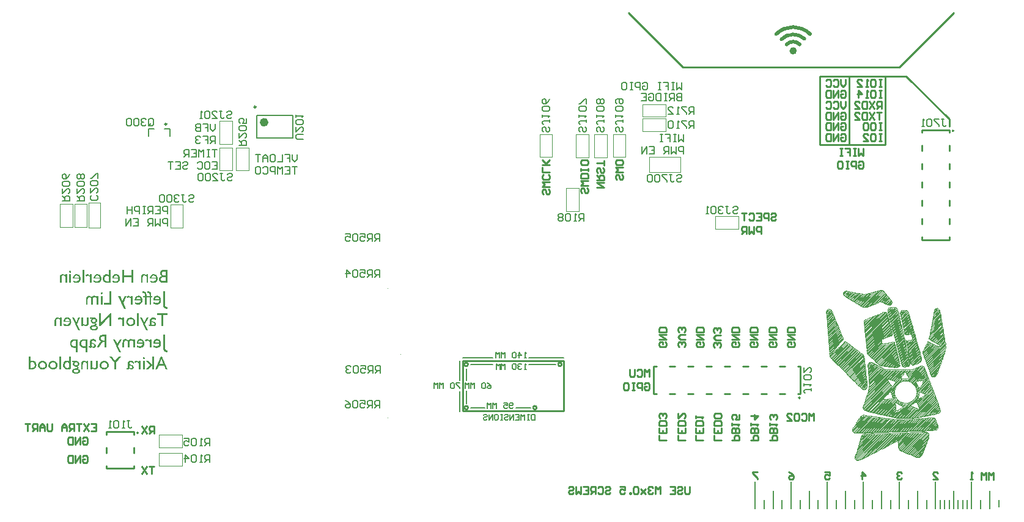
<source format=gbo>
G04 Layer_Color=33789*
%FSLAX25Y25*%
%MOIN*%
G70*
G01*
G75*
%ADD59C,0.00800*%
%ADD60C,0.01000*%
%ADD63C,0.02000*%
%ADD64C,0.00787*%
%ADD87C,0.00984*%
%ADD89C,0.00394*%
%ADD91C,0.02362*%
%ADD158C,0.00300*%
G36*
X33172Y104536D02*
X33305Y104514D01*
X33438Y104481D01*
X33572Y104436D01*
X33805Y104325D01*
X34016Y104203D01*
X34183Y104080D01*
X34249Y104014D01*
X34305Y103969D01*
X34350Y103925D01*
X34383Y103892D01*
X34405Y103869D01*
X34416Y103858D01*
Y104447D01*
X35361D01*
Y99803D01*
X34416D01*
Y103125D01*
X34327Y103236D01*
X34238Y103347D01*
X34150Y103425D01*
X34061Y103503D01*
X33961Y103569D01*
X33872Y103625D01*
X33694Y103703D01*
X33549Y103747D01*
X33427Y103769D01*
X33383Y103780D01*
X33316D01*
X33138Y103769D01*
X32983Y103736D01*
X32861Y103681D01*
X32761Y103625D01*
X32683Y103569D01*
X32638Y103514D01*
X32605Y103481D01*
X32594Y103470D01*
X32516Y103336D01*
X32461Y103181D01*
X32427Y103014D01*
X32394Y102847D01*
X32383Y102692D01*
X32372Y102558D01*
Y102514D01*
Y102481D01*
Y102458D01*
Y102447D01*
Y99803D01*
X31450D01*
Y102458D01*
X31461Y102758D01*
X31483Y103003D01*
X31516Y103225D01*
X31550Y103392D01*
X31583Y103525D01*
X31616Y103614D01*
X31639Y103669D01*
X31650Y103692D01*
X31727Y103836D01*
X31816Y103958D01*
X31916Y104069D01*
X32005Y104158D01*
X32083Y104225D01*
X32150Y104269D01*
X32194Y104303D01*
X32216Y104314D01*
X32361Y104392D01*
X32505Y104447D01*
X32638Y104492D01*
X32761Y104514D01*
X32872Y104536D01*
X32950Y104547D01*
X33027D01*
X33172Y104536D01*
D02*
G37*
G36*
X73157Y104447D02*
X73346Y104425D01*
X73523Y104392D01*
X73690Y104347D01*
X73845Y104303D01*
X74001Y104236D01*
X74134Y104181D01*
X74257Y104114D01*
X74368Y104047D01*
X74468Y103992D01*
X74545Y103925D01*
X74612Y103881D01*
X74668Y103836D01*
X74712Y103803D01*
X74734Y103780D01*
X74745Y103769D01*
X74868Y103636D01*
X74979Y103503D01*
X75068Y103358D01*
X75145Y103225D01*
X75212Y103081D01*
X75279Y102936D01*
X75357Y102670D01*
X75390Y102547D01*
X75412Y102436D01*
X75423Y102336D01*
X75434Y102247D01*
X75445Y102181D01*
Y102125D01*
Y102092D01*
Y102081D01*
X75434Y101892D01*
X75412Y101714D01*
X75379Y101547D01*
X75334Y101392D01*
X75223Y101103D01*
X75156Y100970D01*
X75090Y100859D01*
X75034Y100748D01*
X74968Y100659D01*
X74912Y100581D01*
X74857Y100514D01*
X74812Y100459D01*
X74779Y100425D01*
X74756Y100403D01*
X74745Y100392D01*
X74612Y100270D01*
X74468Y100170D01*
X74323Y100081D01*
X74179Y100003D01*
X74034Y99948D01*
X73890Y99892D01*
X73612Y99814D01*
X73479Y99781D01*
X73368Y99759D01*
X73268Y99748D01*
X73179Y99736D01*
X73101Y99725D01*
X73001D01*
X72801Y99736D01*
X72612Y99759D01*
X72435Y99781D01*
X72268Y99825D01*
X72112Y99881D01*
X71957Y99936D01*
X71824Y99992D01*
X71701Y100059D01*
X71590Y100114D01*
X71490Y100170D01*
X71412Y100225D01*
X71335Y100281D01*
X71290Y100325D01*
X71246Y100347D01*
X71223Y100370D01*
X71212Y100381D01*
X71090Y100514D01*
X70979Y100647D01*
X70879Y100781D01*
X70790Y100925D01*
X70724Y101059D01*
X70668Y101203D01*
X70579Y101470D01*
X70546Y101581D01*
X70524Y101692D01*
X70512Y101792D01*
X70501Y101881D01*
X70490Y101947D01*
Y102003D01*
Y102036D01*
Y102047D01*
X70501Y102236D01*
X70524Y102414D01*
X70557Y102592D01*
X70601Y102747D01*
X70713Y103047D01*
X70779Y103181D01*
X70846Y103292D01*
X70912Y103403D01*
X70979Y103503D01*
X71035Y103580D01*
X71090Y103647D01*
X71135Y103703D01*
X71168Y103736D01*
X71190Y103758D01*
X71201Y103769D01*
X71335Y103892D01*
X71479Y103992D01*
X71623Y104092D01*
X71768Y104169D01*
X71924Y104236D01*
X72068Y104292D01*
X72346Y104369D01*
X72468Y104403D01*
X72590Y104425D01*
X72690Y104436D01*
X72779Y104447D01*
X72857Y104458D01*
X72957D01*
X73157Y104447D01*
D02*
G37*
G36*
X77434Y99803D02*
X76512D01*
Y106858D01*
X77434D01*
Y99803D01*
D02*
G37*
G36*
X67235Y104536D02*
X67357Y104503D01*
X67479Y104447D01*
X67602Y104381D01*
X67713Y104303D01*
X67824Y104203D01*
X68024Y104014D01*
X68202Y103814D01*
X68268Y103725D01*
X68335Y103636D01*
X68379Y103569D01*
X68413Y103514D01*
X68435Y103481D01*
X68446Y103470D01*
X68490Y103381D01*
Y104447D01*
X69413D01*
Y99803D01*
X68490D01*
Y102236D01*
X68479Y102447D01*
X68435Y102636D01*
X68391Y102803D01*
X68324Y102958D01*
X68268Y103069D01*
X68213Y103158D01*
X68179Y103214D01*
X68168Y103236D01*
X68046Y103381D01*
X67913Y103492D01*
X67779Y103569D01*
X67668Y103614D01*
X67557Y103647D01*
X67479Y103658D01*
X67424Y103669D01*
X67402D01*
X67246Y103647D01*
X67091Y103603D01*
X66935Y103525D01*
X66802Y103447D01*
X66680Y103358D01*
X66580Y103281D01*
X66524Y103236D01*
X66502Y103214D01*
X66013Y104014D01*
X66124Y104103D01*
X66224Y104192D01*
X66424Y104325D01*
X66613Y104414D01*
X66780Y104481D01*
X66913Y104525D01*
X67024Y104536D01*
X67091Y104547D01*
X67113D01*
X67235Y104536D01*
D02*
G37*
G36*
X52970Y104425D02*
X53270Y104381D01*
X53525Y104314D01*
X53736Y104236D01*
X53825Y104192D01*
X53903Y104147D01*
X53970Y104114D01*
X54025Y104080D01*
X54070Y104058D01*
X54103Y104036D01*
X54114Y104014D01*
X54125D01*
X54214Y103925D01*
X54303Y103836D01*
X54436Y103647D01*
X54525Y103447D01*
X54592Y103258D01*
X54625Y103092D01*
X54647Y103025D01*
Y102958D01*
X54659Y102903D01*
Y102869D01*
Y102847D01*
Y102836D01*
X54647Y102647D01*
X54614Y102481D01*
X54558Y102325D01*
X54503Y102170D01*
X54425Y102036D01*
X54336Y101925D01*
X54247Y101814D01*
X54147Y101714D01*
X54048Y101625D01*
X53959Y101558D01*
X53870Y101492D01*
X53792Y101447D01*
X53725Y101403D01*
X53681Y101381D01*
X53648Y101370D01*
X53636Y101359D01*
X53759Y101325D01*
X53859Y101281D01*
X53948Y101236D01*
X54025Y101192D01*
X54092Y101159D01*
X54136Y101125D01*
X54159Y101103D01*
X54170Y101092D01*
X54236Y101025D01*
X54281Y100959D01*
X54325Y100892D01*
X54347Y100825D01*
X54359Y100770D01*
X54370Y100725D01*
Y100703D01*
Y100692D01*
X54347Y100581D01*
X54303Y100470D01*
X54225Y100370D01*
X54136Y100281D01*
X54059Y100203D01*
X53981Y100148D01*
X53936Y100103D01*
X53914Y100092D01*
X54114Y100037D01*
X54292Y99970D01*
X54447Y99881D01*
X54581Y99792D01*
X54692Y99692D01*
X54792Y99592D01*
X54858Y99492D01*
X54925Y99392D01*
X54970Y99292D01*
X55003Y99203D01*
X55036Y99114D01*
X55047Y99048D01*
X55058Y98981D01*
X55070Y98937D01*
Y98903D01*
Y98892D01*
X55058Y98770D01*
X55047Y98659D01*
X54981Y98448D01*
X54881Y98259D01*
X54770Y98114D01*
X54670Y97992D01*
X54570Y97903D01*
X54503Y97848D01*
X54492Y97826D01*
X54481D01*
X54247Y97692D01*
X53981Y97592D01*
X53714Y97526D01*
X53470Y97481D01*
X53237Y97448D01*
X53136Y97437D01*
X53059D01*
X52992Y97426D01*
X52892D01*
X52536Y97448D01*
X52225Y97492D01*
X51959Y97548D01*
X51837Y97592D01*
X51737Y97626D01*
X51637Y97659D01*
X51548Y97703D01*
X51481Y97737D01*
X51425Y97759D01*
X51370Y97792D01*
X51337Y97803D01*
X51326Y97826D01*
X51314D01*
X51214Y97903D01*
X51114Y97981D01*
X51037Y98070D01*
X50970Y98159D01*
X50870Y98326D01*
X50803Y98503D01*
X50759Y98648D01*
X50737Y98770D01*
X50726Y98814D01*
Y98848D01*
Y98870D01*
Y98881D01*
X50737Y99059D01*
X50781Y99225D01*
X50837Y99370D01*
X50892Y99481D01*
X50959Y99581D01*
X51014Y99659D01*
X51059Y99703D01*
X51070Y99714D01*
X51214Y99836D01*
X51359Y99925D01*
X51414Y99959D01*
X51459Y99981D01*
X51492Y100003D01*
X51503D01*
X51559Y100025D01*
X51626Y100048D01*
X51781Y100092D01*
X51959Y100148D01*
X52148Y100192D01*
X52314Y100236D01*
X52392Y100259D01*
X52470Y100270D01*
X52525Y100281D01*
X52570Y100292D01*
X52592Y100303D01*
X52603D01*
X52781Y100347D01*
X52925Y100381D01*
X53048Y100414D01*
X53148Y100447D01*
X53225Y100481D01*
X53270Y100492D01*
X53303Y100514D01*
X53314D01*
X53381Y100559D01*
X53425Y100603D01*
X53459Y100647D01*
X53481Y100692D01*
X53503Y100759D01*
Y100770D01*
Y100781D01*
X53492Y100836D01*
X53481Y100881D01*
X53425Y100959D01*
X53336Y101025D01*
X53237Y101070D01*
X53148Y101103D01*
X53059Y101136D01*
X53003Y101147D01*
X52981D01*
X52725Y101192D01*
X52503Y101236D01*
X52314Y101292D01*
X52170Y101336D01*
X52059Y101370D01*
X51981Y101403D01*
X51925Y101425D01*
X51914Y101436D01*
X51803Y101514D01*
X51692Y101603D01*
X51603Y101692D01*
X51525Y101770D01*
X51470Y101847D01*
X51414Y101914D01*
X51392Y101959D01*
X51381Y101970D01*
X51314Y102103D01*
X51259Y102236D01*
X51226Y102358D01*
X51192Y102470D01*
X51181Y102558D01*
X51170Y102625D01*
Y102681D01*
Y102692D01*
X51192Y102903D01*
X51203Y102992D01*
X51226Y103069D01*
X51248Y103125D01*
X51259Y103170D01*
X51281Y103203D01*
Y103214D01*
X51326Y103303D01*
X51381Y103392D01*
X51514Y103558D01*
X51570Y103625D01*
X51614Y103681D01*
X51648Y103714D01*
X51659Y103725D01*
X50714D01*
Y104447D01*
X52636D01*
X52970Y104425D01*
D02*
G37*
G36*
X68913Y112592D02*
X70479Y109237D01*
X69457D01*
X66180Y116258D01*
X67213D01*
X68413Y113625D01*
X69657Y116258D01*
X70701D01*
X68913Y112592D01*
D02*
G37*
G36*
X87489Y116347D02*
X87655Y116325D01*
X87811Y116291D01*
X87955Y116258D01*
X88222Y116147D01*
X88344Y116092D01*
X88444Y116025D01*
X88544Y115958D01*
X88622Y115903D01*
X88700Y115847D01*
X88755Y115791D01*
X88800Y115758D01*
X88833Y115725D01*
X88855Y115703D01*
X88866Y115691D01*
X88966Y115558D01*
X89066Y115425D01*
X89144Y115280D01*
X89211Y115136D01*
X89322Y114847D01*
X89388Y114581D01*
X89411Y114447D01*
X89433Y114336D01*
X89444Y114225D01*
X89455Y114136D01*
X89466Y114058D01*
Y114003D01*
Y113970D01*
Y113958D01*
X89455Y113703D01*
X89422Y113470D01*
X89377Y113258D01*
X89322Y113070D01*
X89277Y112925D01*
X89233Y112814D01*
X89211Y112770D01*
X89200Y112736D01*
X89188Y112725D01*
Y112714D01*
X89077Y112525D01*
X88944Y112358D01*
X88822Y112214D01*
X88700Y112092D01*
X88600Y111992D01*
X88511Y111914D01*
X88455Y111870D01*
X88433Y111859D01*
X88244Y111759D01*
X88033Y111681D01*
X87822Y111625D01*
X87622Y111592D01*
X87444Y111570D01*
X87378Y111559D01*
X87311Y111548D01*
X86977D01*
X86789Y111570D01*
X86622Y111581D01*
X86489Y111603D01*
X86366Y111625D01*
X86289Y111636D01*
X86233Y111659D01*
X86211D01*
X86055Y111714D01*
X85900Y111770D01*
X85755Y111847D01*
X85622Y111914D01*
X85511Y111970D01*
X85433Y112025D01*
X85378Y112059D01*
X85356Y112070D01*
Y112970D01*
X85500Y112870D01*
X85655Y112781D01*
X85800Y112703D01*
X85944Y112647D01*
X86233Y112536D01*
X86489Y112470D01*
X86600Y112447D01*
X86711Y112436D01*
X86800Y112425D01*
X86878Y112414D01*
X86944Y112403D01*
X87033D01*
X87266Y112425D01*
X87477Y112470D01*
X87655Y112525D01*
X87811Y112603D01*
X87933Y112670D01*
X88022Y112736D01*
X88077Y112781D01*
X88100Y112792D01*
X88233Y112947D01*
X88344Y113125D01*
X88422Y113303D01*
X88477Y113470D01*
X88511Y113625D01*
X88533Y113747D01*
Y113792D01*
X88544Y113825D01*
Y113847D01*
Y113858D01*
X85278D01*
Y113970D01*
X85289Y114170D01*
X85300Y114358D01*
X85333Y114536D01*
X85367Y114703D01*
X85411Y114858D01*
X85455Y114992D01*
X85500Y115125D01*
X85555Y115247D01*
X85611Y115347D01*
X85655Y115447D01*
X85700Y115525D01*
X85744Y115580D01*
X85778Y115636D01*
X85811Y115669D01*
X85822Y115691D01*
X85833Y115703D01*
X85944Y115814D01*
X86055Y115925D01*
X86178Y116003D01*
X86300Y116080D01*
X86422Y116147D01*
X86544Y116203D01*
X86778Y116280D01*
X86989Y116325D01*
X87077Y116336D01*
X87155Y116347D01*
X87222Y116358D01*
X87311D01*
X87489Y116347D01*
D02*
G37*
G36*
X57181Y118202D02*
X57247Y118191D01*
X57369Y118136D01*
X57414Y118102D01*
X57447Y118069D01*
X57469Y118058D01*
X57481Y118047D01*
X57536Y117980D01*
X57569Y117913D01*
X57614Y117791D01*
X57625Y117747D01*
X57636Y117702D01*
Y117680D01*
Y117669D01*
X57625Y117591D01*
X57614Y117514D01*
X57558Y117391D01*
X57525Y117347D01*
X57503Y117314D01*
X57492Y117291D01*
X57481Y117280D01*
X57414Y117225D01*
X57347Y117191D01*
X57225Y117147D01*
X57181Y117136D01*
X57136Y117125D01*
X57103D01*
X57025Y117136D01*
X56947Y117147D01*
X56825Y117202D01*
X56780Y117236D01*
X56747Y117258D01*
X56725Y117269D01*
X56714Y117280D01*
X56658Y117347D01*
X56614Y117414D01*
X56592Y117480D01*
X56569Y117536D01*
X56558Y117591D01*
X56547Y117636D01*
Y117658D01*
Y117669D01*
X56558Y117747D01*
X56569Y117825D01*
X56625Y117947D01*
X56658Y117991D01*
X56692Y118025D01*
X56703Y118036D01*
X56714Y118047D01*
X56780Y118102D01*
X56847Y118147D01*
X56914Y118169D01*
X56969Y118191D01*
X57025Y118202D01*
X57069Y118213D01*
X57103D01*
X57181Y118202D01*
D02*
G37*
G36*
X53181Y116347D02*
X53303Y116325D01*
X53436Y116291D01*
X53548Y116247D01*
X53781Y116136D01*
X53992Y116003D01*
X54170Y115869D01*
X54247Y115814D01*
X54303Y115758D01*
X54359Y115714D01*
X54392Y115680D01*
X54414Y115658D01*
X54425Y115647D01*
Y116258D01*
X55347D01*
Y111614D01*
X54425D01*
Y114980D01*
X54314Y115103D01*
X54214Y115203D01*
X54125Y115280D01*
X54048Y115347D01*
X53981Y115403D01*
X53936Y115436D01*
X53903Y115447D01*
X53892Y115458D01*
X53803Y115503D01*
X53703Y115536D01*
X53614Y115558D01*
X53536Y115580D01*
X53459D01*
X53403Y115592D01*
X53359D01*
X53181Y115580D01*
X53025Y115547D01*
X52903Y115492D01*
X52803Y115436D01*
X52725Y115381D01*
X52681Y115325D01*
X52648Y115292D01*
X52636Y115280D01*
X52570Y115147D01*
X52514Y114980D01*
X52481Y114803D01*
X52448Y114625D01*
X52437Y114458D01*
X52425Y114325D01*
Y114281D01*
Y114236D01*
Y114214D01*
Y114203D01*
Y111614D01*
X51503D01*
Y114980D01*
X51414Y115080D01*
X51314Y115181D01*
X51226Y115258D01*
X51126Y115325D01*
X50948Y115425D01*
X50781Y115492D01*
X50648Y115536D01*
X50537Y115558D01*
X50492Y115569D01*
X50437D01*
X50281Y115558D01*
X50148Y115525D01*
X50026Y115469D01*
X49926Y115414D01*
X49859Y115358D01*
X49804Y115303D01*
X49770Y115269D01*
X49759Y115258D01*
X49681Y115136D01*
X49615Y114992D01*
X49570Y114836D01*
X49548Y114703D01*
X49526Y114569D01*
X49515Y114469D01*
Y114392D01*
Y114381D01*
Y114369D01*
Y111614D01*
X48592D01*
Y114347D01*
Y114536D01*
X48615Y114703D01*
X48637Y114858D01*
X48659Y115014D01*
X48693Y115147D01*
X48737Y115269D01*
X48770Y115381D01*
X48815Y115480D01*
X48859Y115569D01*
X48892Y115647D01*
X48937Y115714D01*
X48970Y115769D01*
X48992Y115803D01*
X49015Y115836D01*
X49037Y115858D01*
X49126Y115947D01*
X49204Y116025D01*
X49392Y116147D01*
X49581Y116236D01*
X49759Y116291D01*
X49915Y116336D01*
X50037Y116347D01*
X50081Y116358D01*
X50148D01*
X50303Y116347D01*
X50448Y116325D01*
X50592Y116280D01*
X50726Y116225D01*
X50992Y116092D01*
X51226Y115936D01*
X51326Y115847D01*
X51414Y115769D01*
X51492Y115703D01*
X51570Y115636D01*
X51614Y115580D01*
X51659Y115536D01*
X51681Y115514D01*
X51692Y115503D01*
X51792Y115658D01*
X51892Y115780D01*
X52003Y115903D01*
X52114Y116003D01*
X52225Y116080D01*
X52337Y116147D01*
X52448Y116203D01*
X52559Y116247D01*
X52759Y116314D01*
X52837Y116336D01*
X52914Y116347D01*
X52970Y116358D01*
X53059D01*
X53181Y116347D01*
D02*
G37*
G36*
X93110Y105958D02*
X90688D01*
Y99803D01*
X89677D01*
Y105958D01*
X87222D01*
Y106858D01*
X93110D01*
Y105958D01*
D02*
G37*
G36*
X44071Y85615D02*
X43126D01*
Y88103D01*
X42926Y88037D01*
X42749Y87992D01*
X42582Y87959D01*
X42437Y87937D01*
X42315Y87925D01*
X42226Y87914D01*
X42149D01*
X41960Y87925D01*
X41793Y87948D01*
X41627Y87981D01*
X41471Y88014D01*
X41193Y88125D01*
X41060Y88181D01*
X40949Y88248D01*
X40849Y88314D01*
X40760Y88370D01*
X40682Y88425D01*
X40615Y88481D01*
X40571Y88514D01*
X40538Y88548D01*
X40516Y88570D01*
X40504Y88581D01*
X40393Y88714D01*
X40282Y88848D01*
X40204Y88992D01*
X40127Y89125D01*
X40060Y89270D01*
X40004Y89414D01*
X39927Y89692D01*
X39904Y89814D01*
X39882Y89925D01*
X39871Y90025D01*
X39860Y90114D01*
X39849Y90192D01*
Y90247D01*
Y90281D01*
Y90292D01*
X39860Y90492D01*
X39882Y90681D01*
X39916Y90859D01*
X39960Y91025D01*
X40004Y91181D01*
X40071Y91325D01*
X40127Y91458D01*
X40193Y91570D01*
X40260Y91669D01*
X40315Y91758D01*
X40382Y91836D01*
X40427Y91903D01*
X40471Y91947D01*
X40504Y91981D01*
X40527Y92003D01*
X40538Y92014D01*
X40671Y92125D01*
X40815Y92225D01*
X40971Y92303D01*
X41126Y92370D01*
X41449Y92481D01*
X41760Y92558D01*
X41904Y92581D01*
X42038Y92603D01*
X42160Y92614D01*
X42260Y92625D01*
X42349Y92636D01*
X44071D01*
Y85615D01*
D02*
G37*
G36*
X85322Y104536D02*
X85500Y104525D01*
X85655Y104492D01*
X85800Y104447D01*
X85944Y104403D01*
X86067Y104347D01*
X86178Y104292D01*
X86289Y104236D01*
X86378Y104169D01*
X86455Y104114D01*
X86522Y104058D01*
X86578Y104014D01*
X86622Y103969D01*
X86655Y103936D01*
X86666Y103925D01*
X86677Y103914D01*
Y102914D01*
X86544Y103047D01*
X86411Y103170D01*
X86278Y103270D01*
X86144Y103369D01*
X86022Y103436D01*
X85900Y103503D01*
X85789Y103558D01*
X85678Y103592D01*
X85500Y103647D01*
X85411Y103669D01*
X85344Y103681D01*
X85300Y103692D01*
X85222D01*
X85078Y103681D01*
X84944Y103658D01*
X84833Y103614D01*
X84733Y103558D01*
X84655Y103492D01*
X84589Y103425D01*
X84522Y103347D01*
X84478Y103270D01*
X84422Y103114D01*
X84389Y102981D01*
X84378Y102925D01*
Y102881D01*
Y102858D01*
Y102847D01*
Y102603D01*
X85555Y102192D01*
X85767Y102114D01*
X85944Y102025D01*
X86100Y101936D01*
X86222Y101847D01*
X86322Y101770D01*
X86400Y101703D01*
X86444Y101658D01*
X86455Y101647D01*
X86555Y101514D01*
X86633Y101381D01*
X86689Y101248D01*
X86722Y101125D01*
X86744Y101014D01*
X86766Y100936D01*
Y100881D01*
Y100859D01*
X86755Y100681D01*
X86711Y100525D01*
X86666Y100392D01*
X86600Y100270D01*
X86544Y100181D01*
X86489Y100103D01*
X86455Y100059D01*
X86444Y100048D01*
X86322Y99948D01*
X86178Y99870D01*
X86044Y99814D01*
X85922Y99781D01*
X85800Y99759D01*
X85711Y99736D01*
X85633D01*
X85389Y99759D01*
X85155Y99803D01*
X84944Y99881D01*
X84755Y99970D01*
X84600Y100048D01*
X84478Y100125D01*
X84433Y100148D01*
X84400Y100170D01*
X84389Y100192D01*
X84378D01*
X84356Y100114D01*
X84322Y100037D01*
X84222Y99925D01*
X84111Y99848D01*
X84000Y99792D01*
X83878Y99759D01*
X83778Y99748D01*
X83711Y99736D01*
X83689D01*
X83544Y99748D01*
X83422Y99770D01*
X83367Y99781D01*
X83333Y99792D01*
X83311Y99803D01*
X83300D01*
X83222Y99836D01*
X83145Y99870D01*
X82978Y99959D01*
X82911Y100003D01*
X82856Y100037D01*
X82811Y100059D01*
X82800Y100070D01*
Y100636D01*
X82922Y100559D01*
X83034Y100492D01*
X83122Y100447D01*
X83189Y100425D01*
X83256Y100403D01*
X83289Y100392D01*
X83322D01*
X83378Y100403D01*
X83411Y100425D01*
X83456Y100514D01*
X83478Y100592D01*
Y100614D01*
Y100625D01*
Y102603D01*
Y102803D01*
Y102970D01*
X83489Y103103D01*
Y103214D01*
X83500Y103292D01*
Y103347D01*
X83511Y103381D01*
Y103392D01*
X83544Y103547D01*
X83600Y103681D01*
X83622Y103736D01*
X83644Y103780D01*
X83656Y103803D01*
X83667Y103814D01*
X83767Y103958D01*
X83856Y104058D01*
X83922Y104125D01*
X83933Y104147D01*
X83944D01*
X84122Y104280D01*
X84322Y104381D01*
X84522Y104447D01*
X84711Y104503D01*
X84889Y104525D01*
X84956Y104536D01*
X85022D01*
X85078Y104547D01*
X85144D01*
X85322Y104536D01*
D02*
G37*
G36*
X91688Y88192D02*
Y88037D01*
X91699Y87903D01*
Y87770D01*
X91710Y87659D01*
X91721Y87548D01*
X91733Y87459D01*
X91755Y87314D01*
X91788Y87203D01*
X91810Y87125D01*
X91821Y87081D01*
X91833Y87070D01*
X91888Y86981D01*
X91944Y86903D01*
X92010Y86837D01*
X92066Y86781D01*
X92121Y86737D01*
X92155Y86715D01*
X92188Y86703D01*
X92199Y86692D01*
X92288Y86659D01*
X92388Y86626D01*
X92599Y86592D01*
X92699D01*
X92777Y86581D01*
X93110D01*
X92921Y85648D01*
X92844Y85637D01*
X92766Y85626D01*
X92710D01*
X92666Y85615D01*
X92588D01*
X92366Y85626D01*
X92166Y85659D01*
X91988Y85703D01*
X91833Y85759D01*
X91710Y85815D01*
X91610Y85859D01*
X91555Y85892D01*
X91533Y85903D01*
X91377Y86014D01*
X91233Y86137D01*
X91122Y86259D01*
X91033Y86381D01*
X90966Y86481D01*
X90911Y86570D01*
X90888Y86626D01*
X90877Y86648D01*
X90844Y86737D01*
X90811Y86848D01*
X90766Y87070D01*
X90722Y87303D01*
X90699Y87537D01*
X90688Y87748D01*
Y87848D01*
X90677Y87925D01*
Y87992D01*
Y88037D01*
Y88070D01*
Y88081D01*
Y95047D01*
X91688D01*
Y88192D01*
D02*
G37*
G36*
X49248Y85615D02*
X48304D01*
Y88103D01*
X48104Y88037D01*
X47926Y87992D01*
X47759Y87959D01*
X47615Y87937D01*
X47493Y87925D01*
X47404Y87914D01*
X47326D01*
X47137Y87925D01*
X46970Y87948D01*
X46804Y87981D01*
X46648Y88014D01*
X46371Y88125D01*
X46237Y88181D01*
X46126Y88248D01*
X46026Y88314D01*
X45937Y88370D01*
X45859Y88425D01*
X45793Y88481D01*
X45748Y88514D01*
X45715Y88548D01*
X45693Y88570D01*
X45682Y88581D01*
X45570Y88714D01*
X45459Y88848D01*
X45382Y88992D01*
X45304Y89125D01*
X45237Y89270D01*
X45182Y89414D01*
X45104Y89692D01*
X45082Y89814D01*
X45059Y89925D01*
X45048Y90025D01*
X45037Y90114D01*
X45026Y90192D01*
Y90247D01*
Y90281D01*
Y90292D01*
X45037Y90492D01*
X45059Y90681D01*
X45093Y90859D01*
X45137Y91025D01*
X45182Y91181D01*
X45248Y91325D01*
X45304Y91458D01*
X45371Y91570D01*
X45437Y91669D01*
X45493Y91758D01*
X45559Y91836D01*
X45604Y91903D01*
X45648Y91947D01*
X45682Y91981D01*
X45704Y92003D01*
X45715Y92014D01*
X45848Y92125D01*
X45993Y92225D01*
X46148Y92303D01*
X46304Y92370D01*
X46626Y92481D01*
X46937Y92558D01*
X47082Y92581D01*
X47215Y92603D01*
X47337Y92614D01*
X47437Y92625D01*
X47526Y92636D01*
X49248D01*
Y85615D01*
D02*
G37*
G36*
X80845Y100781D02*
X82411Y97426D01*
X81389D01*
X78112Y104447D01*
X79145D01*
X80345Y101814D01*
X81589Y104447D01*
X82634D01*
X80845Y100781D01*
D02*
G37*
G36*
X38549Y104536D02*
X38716Y104514D01*
X38871Y104481D01*
X39016Y104447D01*
X39282Y104336D01*
X39404Y104280D01*
X39505Y104214D01*
X39604Y104147D01*
X39682Y104092D01*
X39760Y104036D01*
X39816Y103981D01*
X39860Y103947D01*
X39893Y103914D01*
X39916Y103892D01*
X39927Y103881D01*
X40027Y103747D01*
X40127Y103614D01*
X40204Y103470D01*
X40271Y103325D01*
X40382Y103036D01*
X40449Y102769D01*
X40471Y102636D01*
X40493Y102525D01*
X40504Y102414D01*
X40516Y102325D01*
X40527Y102247D01*
Y102192D01*
Y102158D01*
Y102147D01*
X40516Y101892D01*
X40482Y101658D01*
X40438Y101447D01*
X40382Y101259D01*
X40338Y101114D01*
X40293Y101003D01*
X40271Y100959D01*
X40260Y100925D01*
X40249Y100914D01*
Y100903D01*
X40138Y100714D01*
X40004Y100548D01*
X39882Y100403D01*
X39760Y100281D01*
X39660Y100181D01*
X39571Y100103D01*
X39516Y100059D01*
X39493Y100048D01*
X39305Y99948D01*
X39093Y99870D01*
X38882Y99814D01*
X38682Y99781D01*
X38505Y99759D01*
X38438Y99748D01*
X38371Y99736D01*
X38038D01*
X37849Y99759D01*
X37683Y99770D01*
X37549Y99792D01*
X37427Y99814D01*
X37349Y99825D01*
X37294Y99848D01*
X37271D01*
X37116Y99903D01*
X36960Y99959D01*
X36816Y100037D01*
X36683Y100103D01*
X36571Y100159D01*
X36494Y100214D01*
X36438Y100248D01*
X36416Y100259D01*
Y101159D01*
X36560Y101059D01*
X36716Y100970D01*
X36860Y100892D01*
X37005Y100836D01*
X37294Y100725D01*
X37549Y100659D01*
X37660Y100636D01*
X37771Y100625D01*
X37860Y100614D01*
X37938Y100603D01*
X38005Y100592D01*
X38094D01*
X38327Y100614D01*
X38538Y100659D01*
X38716Y100714D01*
X38871Y100792D01*
X38993Y100859D01*
X39082Y100925D01*
X39138Y100970D01*
X39160Y100981D01*
X39293Y101136D01*
X39404Y101314D01*
X39482Y101492D01*
X39538Y101658D01*
X39571Y101814D01*
X39593Y101936D01*
Y101981D01*
X39604Y102014D01*
Y102036D01*
Y102047D01*
X36338D01*
Y102158D01*
X36349Y102358D01*
X36360Y102547D01*
X36394Y102725D01*
X36427Y102892D01*
X36472Y103047D01*
X36516Y103181D01*
X36560Y103314D01*
X36616Y103436D01*
X36671Y103536D01*
X36716Y103636D01*
X36760Y103714D01*
X36805Y103769D01*
X36838Y103825D01*
X36871Y103858D01*
X36882Y103881D01*
X36894Y103892D01*
X37005Y104003D01*
X37116Y104114D01*
X37238Y104192D01*
X37360Y104269D01*
X37483Y104336D01*
X37605Y104392D01*
X37838Y104469D01*
X38049Y104514D01*
X38138Y104525D01*
X38216Y104536D01*
X38282Y104547D01*
X38371D01*
X38549Y104536D01*
D02*
G37*
G36*
X50026Y101781D02*
Y101625D01*
X50015Y101481D01*
X50003Y101347D01*
X49992Y101225D01*
X49970Y101003D01*
X49926Y100836D01*
X49892Y100703D01*
X49870Y100614D01*
X49848Y100559D01*
X49837Y100536D01*
X49759Y100403D01*
X49670Y100281D01*
X49581Y100181D01*
X49492Y100092D01*
X49404Y100025D01*
X49337Y99981D01*
X49292Y99948D01*
X49281Y99936D01*
X49137Y99870D01*
X48992Y99814D01*
X48859Y99781D01*
X48737Y99748D01*
X48626Y99736D01*
X48548Y99725D01*
X48470D01*
X48326Y99736D01*
X48193Y99759D01*
X48070Y99781D01*
X47948Y99814D01*
X47859Y99848D01*
X47781Y99881D01*
X47726Y99892D01*
X47715Y99903D01*
X47581Y99981D01*
X47448Y100059D01*
X47337Y100136D01*
X47237Y100214D01*
X47148Y100281D01*
X47093Y100336D01*
X47048Y100381D01*
X47037Y100392D01*
Y99803D01*
X46115D01*
Y104447D01*
X47037D01*
Y101125D01*
X47126Y101014D01*
X47215Y100914D01*
X47315Y100836D01*
X47404Y100759D01*
X47504Y100703D01*
X47593Y100647D01*
X47770Y100570D01*
X47926Y100525D01*
X48048Y100503D01*
X48092Y100492D01*
X48159D01*
X48348Y100503D01*
X48504Y100536D01*
X48626Y100581D01*
X48726Y100636D01*
X48804Y100692D01*
X48859Y100736D01*
X48892Y100770D01*
X48904Y100781D01*
X48970Y100903D01*
X49015Y101059D01*
X49059Y101225D01*
X49081Y101392D01*
X49092Y101547D01*
X49104Y101670D01*
Y101725D01*
Y101759D01*
Y101781D01*
Y101792D01*
Y104447D01*
X50026D01*
Y101781D01*
D02*
G37*
G36*
X43693Y100781D02*
X45259Y97426D01*
X44237D01*
X40960Y104447D01*
X41993D01*
X43193Y101814D01*
X44437Y104447D01*
X45482D01*
X43693Y100781D01*
D02*
G37*
G36*
X62335Y99803D02*
X61391D01*
Y105236D01*
X56669Y99803D01*
X55803D01*
Y106858D01*
X56758D01*
Y101370D01*
X61524Y106858D01*
X62335D01*
Y99803D01*
D02*
G37*
G36*
X77356Y116347D02*
X77523Y116325D01*
X77678Y116291D01*
X77823Y116258D01*
X78089Y116147D01*
X78212Y116092D01*
X78312Y116025D01*
X78412Y115958D01*
X78490Y115903D01*
X78567Y115847D01*
X78623Y115791D01*
X78667Y115758D01*
X78701Y115725D01*
X78723Y115703D01*
X78734Y115691D01*
X78834Y115558D01*
X78934Y115425D01*
X79012Y115280D01*
X79078Y115136D01*
X79189Y114847D01*
X79256Y114581D01*
X79278Y114447D01*
X79300Y114336D01*
X79312Y114225D01*
X79323Y114136D01*
X79334Y114058D01*
Y114003D01*
Y113970D01*
Y113958D01*
X79323Y113703D01*
X79289Y113470D01*
X79245Y113258D01*
X79189Y113070D01*
X79145Y112925D01*
X79101Y112814D01*
X79078Y112770D01*
X79067Y112736D01*
X79056Y112725D01*
Y112714D01*
X78945Y112525D01*
X78812Y112358D01*
X78689Y112214D01*
X78567Y112092D01*
X78467Y111992D01*
X78378Y111914D01*
X78323Y111870D01*
X78301Y111859D01*
X78112Y111759D01*
X77901Y111681D01*
X77690Y111625D01*
X77490Y111592D01*
X77312Y111570D01*
X77245Y111559D01*
X77179Y111548D01*
X76845D01*
X76656Y111570D01*
X76490Y111581D01*
X76356Y111603D01*
X76234Y111625D01*
X76156Y111636D01*
X76101Y111659D01*
X76079D01*
X75923Y111714D01*
X75767Y111770D01*
X75623Y111847D01*
X75490Y111914D01*
X75379Y111970D01*
X75301Y112025D01*
X75245Y112059D01*
X75223Y112070D01*
Y112970D01*
X75368Y112870D01*
X75523Y112781D01*
X75668Y112703D01*
X75812Y112647D01*
X76101Y112536D01*
X76356Y112470D01*
X76468Y112447D01*
X76579Y112436D01*
X76667Y112425D01*
X76745Y112414D01*
X76812Y112403D01*
X76901D01*
X77134Y112425D01*
X77345Y112470D01*
X77523Y112525D01*
X77678Y112603D01*
X77801Y112670D01*
X77890Y112736D01*
X77945Y112781D01*
X77967Y112792D01*
X78101Y112947D01*
X78212Y113125D01*
X78290Y113303D01*
X78345Y113470D01*
X78378Y113625D01*
X78401Y113747D01*
Y113792D01*
X78412Y113825D01*
Y113847D01*
Y113858D01*
X75145D01*
Y113970D01*
X75156Y114170D01*
X75168Y114358D01*
X75201Y114536D01*
X75234Y114703D01*
X75279Y114858D01*
X75323Y114992D01*
X75368Y115125D01*
X75423Y115247D01*
X75479Y115347D01*
X75523Y115447D01*
X75568Y115525D01*
X75612Y115580D01*
X75645Y115636D01*
X75679Y115669D01*
X75690Y115691D01*
X75701Y115703D01*
X75812Y115814D01*
X75923Y115925D01*
X76045Y116003D01*
X76168Y116080D01*
X76290Y116147D01*
X76412Y116203D01*
X76645Y116280D01*
X76856Y116325D01*
X76945Y116336D01*
X77023Y116347D01*
X77090Y116358D01*
X77179D01*
X77356Y116347D01*
D02*
G37*
G36*
X43660Y128158D02*
X43826Y128136D01*
X43982Y128103D01*
X44126Y128069D01*
X44393Y127958D01*
X44515Y127902D01*
X44615Y127836D01*
X44715Y127769D01*
X44793Y127714D01*
X44871Y127658D01*
X44926Y127603D01*
X44971Y127569D01*
X45004Y127536D01*
X45026Y127514D01*
X45037Y127503D01*
X45137Y127369D01*
X45237Y127236D01*
X45315Y127092D01*
X45382Y126947D01*
X45493Y126658D01*
X45559Y126392D01*
X45582Y126258D01*
X45604Y126147D01*
X45615Y126036D01*
X45626Y125947D01*
X45637Y125869D01*
Y125814D01*
Y125780D01*
Y125769D01*
X45626Y125514D01*
X45593Y125281D01*
X45548Y125069D01*
X45493Y124881D01*
X45448Y124736D01*
X45404Y124625D01*
X45382Y124581D01*
X45371Y124547D01*
X45360Y124536D01*
Y124525D01*
X45248Y124336D01*
X45115Y124170D01*
X44993Y124025D01*
X44871Y123903D01*
X44771Y123803D01*
X44682Y123725D01*
X44626Y123681D01*
X44604Y123670D01*
X44415Y123570D01*
X44204Y123492D01*
X43993Y123436D01*
X43793Y123403D01*
X43615Y123381D01*
X43549Y123370D01*
X43482Y123359D01*
X43149D01*
X42960Y123381D01*
X42793Y123392D01*
X42660Y123414D01*
X42538Y123436D01*
X42460Y123447D01*
X42404Y123470D01*
X42382D01*
X42226Y123525D01*
X42071Y123581D01*
X41927Y123659D01*
X41793Y123725D01*
X41682Y123781D01*
X41604Y123836D01*
X41549Y123870D01*
X41526Y123881D01*
Y124781D01*
X41671Y124681D01*
X41827Y124592D01*
X41971Y124514D01*
X42115Y124458D01*
X42404Y124347D01*
X42660Y124281D01*
X42771Y124258D01*
X42882Y124247D01*
X42971Y124236D01*
X43049Y124225D01*
X43115Y124214D01*
X43204D01*
X43437Y124236D01*
X43648Y124281D01*
X43826Y124336D01*
X43982Y124414D01*
X44104Y124481D01*
X44193Y124547D01*
X44249Y124592D01*
X44271Y124603D01*
X44404Y124758D01*
X44515Y124936D01*
X44593Y125114D01*
X44648Y125281D01*
X44682Y125436D01*
X44704Y125558D01*
Y125603D01*
X44715Y125636D01*
Y125658D01*
Y125669D01*
X41449D01*
Y125780D01*
X41460Y125980D01*
X41471Y126169D01*
X41504Y126347D01*
X41538Y126514D01*
X41582Y126669D01*
X41627Y126803D01*
X41671Y126936D01*
X41726Y127058D01*
X41782Y127158D01*
X41827Y127258D01*
X41871Y127336D01*
X41915Y127392D01*
X41949Y127447D01*
X41982Y127480D01*
X41993Y127503D01*
X42004Y127514D01*
X42115Y127625D01*
X42226Y127736D01*
X42349Y127814D01*
X42471Y127891D01*
X42593Y127958D01*
X42715Y128014D01*
X42949Y128091D01*
X43160Y128136D01*
X43249Y128147D01*
X43326Y128158D01*
X43393Y128169D01*
X43482D01*
X43660Y128158D01*
D02*
G37*
G36*
X93110Y123425D02*
X90733D01*
X90444Y123436D01*
X90177Y123470D01*
X89955Y123514D01*
X89755Y123558D01*
X89600Y123603D01*
X89488Y123647D01*
X89444Y123670D01*
X89411Y123681D01*
X89399Y123692D01*
X89388D01*
X89200Y123803D01*
X89033Y123914D01*
X88888Y124025D01*
X88777Y124136D01*
X88677Y124236D01*
X88622Y124314D01*
X88577Y124358D01*
X88566Y124381D01*
X88477Y124547D01*
X88411Y124714D01*
X88355Y124870D01*
X88322Y125025D01*
X88300Y125158D01*
X88288Y125258D01*
Y125325D01*
Y125336D01*
Y125347D01*
X88311Y125592D01*
X88366Y125814D01*
X88433Y126014D01*
X88522Y126181D01*
X88611Y126325D01*
X88677Y126425D01*
X88733Y126492D01*
X88744Y126514D01*
X88755D01*
X88933Y126680D01*
X89133Y126825D01*
X89344Y126925D01*
X89533Y127014D01*
X89711Y127080D01*
X89788Y127103D01*
X89855Y127114D01*
X89899Y127136D01*
X89944D01*
X89966Y127147D01*
X89977D01*
X89788Y127236D01*
X89622Y127347D01*
X89477Y127458D01*
X89355Y127569D01*
X89244Y127691D01*
X89166Y127814D01*
X89088Y127947D01*
X89033Y128058D01*
X88988Y128180D01*
X88955Y128280D01*
X88933Y128380D01*
X88911Y128469D01*
Y128536D01*
X88899Y128591D01*
Y128625D01*
Y128636D01*
X88911Y128836D01*
X88944Y129014D01*
X88988Y129180D01*
X89033Y129314D01*
X89077Y129436D01*
X89122Y129514D01*
X89155Y129569D01*
X89166Y129591D01*
X89266Y129736D01*
X89388Y129869D01*
X89511Y129980D01*
X89633Y130069D01*
X89744Y130136D01*
X89833Y130191D01*
X89888Y130225D01*
X89899Y130236D01*
X89911D01*
X90110Y130313D01*
X90333Y130380D01*
X90555Y130424D01*
X90766Y130447D01*
X90966Y130469D01*
X91055D01*
X91122Y130480D01*
X93110D01*
Y123425D01*
D02*
G37*
G36*
X65113Y128158D02*
X65280Y128136D01*
X65435Y128103D01*
X65580Y128069D01*
X65846Y127958D01*
X65969Y127902D01*
X66069Y127836D01*
X66168Y127769D01*
X66246Y127714D01*
X66324Y127658D01*
X66380Y127603D01*
X66424Y127569D01*
X66457Y127536D01*
X66480Y127514D01*
X66491Y127503D01*
X66591Y127369D01*
X66691Y127236D01*
X66768Y127092D01*
X66835Y126947D01*
X66946Y126658D01*
X67013Y126392D01*
X67035Y126258D01*
X67057Y126147D01*
X67068Y126036D01*
X67080Y125947D01*
X67091Y125869D01*
Y125814D01*
Y125780D01*
Y125769D01*
X67080Y125514D01*
X67046Y125281D01*
X67002Y125069D01*
X66946Y124881D01*
X66902Y124736D01*
X66857Y124625D01*
X66835Y124581D01*
X66824Y124547D01*
X66813Y124536D01*
Y124525D01*
X66702Y124336D01*
X66568Y124170D01*
X66446Y124025D01*
X66324Y123903D01*
X66224Y123803D01*
X66135Y123725D01*
X66080Y123681D01*
X66057Y123670D01*
X65869Y123570D01*
X65657Y123492D01*
X65446Y123436D01*
X65246Y123403D01*
X65069Y123381D01*
X65002Y123370D01*
X64935Y123359D01*
X64602D01*
X64413Y123381D01*
X64246Y123392D01*
X64113Y123414D01*
X63991Y123436D01*
X63913Y123447D01*
X63858Y123470D01*
X63835D01*
X63680Y123525D01*
X63524Y123581D01*
X63380Y123659D01*
X63247Y123725D01*
X63135Y123781D01*
X63058Y123836D01*
X63002Y123870D01*
X62980Y123881D01*
Y124781D01*
X63124Y124681D01*
X63280Y124592D01*
X63424Y124514D01*
X63569Y124458D01*
X63858Y124347D01*
X64113Y124281D01*
X64224Y124258D01*
X64335Y124247D01*
X64424Y124236D01*
X64502Y124225D01*
X64569Y124214D01*
X64657D01*
X64891Y124236D01*
X65102Y124281D01*
X65280Y124336D01*
X65435Y124414D01*
X65557Y124481D01*
X65646Y124547D01*
X65702Y124592D01*
X65724Y124603D01*
X65857Y124758D01*
X65969Y124936D01*
X66046Y125114D01*
X66102Y125281D01*
X66135Y125436D01*
X66157Y125558D01*
Y125603D01*
X66168Y125636D01*
Y125658D01*
Y125669D01*
X62902D01*
Y125780D01*
X62913Y125980D01*
X62924Y126169D01*
X62958Y126347D01*
X62991Y126514D01*
X63036Y126669D01*
X63080Y126803D01*
X63124Y126936D01*
X63180Y127058D01*
X63235Y127158D01*
X63280Y127258D01*
X63324Y127336D01*
X63369Y127392D01*
X63402Y127447D01*
X63435Y127480D01*
X63446Y127503D01*
X63458Y127514D01*
X63569Y127625D01*
X63680Y127736D01*
X63802Y127814D01*
X63924Y127891D01*
X64047Y127958D01*
X64169Y128014D01*
X64402Y128091D01*
X64613Y128136D01*
X64702Y128147D01*
X64780Y128158D01*
X64846Y128169D01*
X64935D01*
X65113Y128158D01*
D02*
G37*
G36*
X54981D02*
X55147Y128136D01*
X55303Y128103D01*
X55447Y128069D01*
X55714Y127958D01*
X55836Y127902D01*
X55936Y127836D01*
X56036Y127769D01*
X56114Y127714D01*
X56192Y127658D01*
X56247Y127603D01*
X56292Y127569D01*
X56325Y127536D01*
X56347Y127514D01*
X56358Y127503D01*
X56458Y127369D01*
X56558Y127236D01*
X56636Y127092D01*
X56703Y126947D01*
X56814Y126658D01*
X56880Y126392D01*
X56903Y126258D01*
X56925Y126147D01*
X56936Y126036D01*
X56947Y125947D01*
X56958Y125869D01*
Y125814D01*
Y125780D01*
Y125769D01*
X56947Y125514D01*
X56914Y125281D01*
X56869Y125069D01*
X56814Y124881D01*
X56769Y124736D01*
X56725Y124625D01*
X56703Y124581D01*
X56692Y124547D01*
X56681Y124536D01*
Y124525D01*
X56569Y124336D01*
X56436Y124170D01*
X56314Y124025D01*
X56192Y123903D01*
X56092Y123803D01*
X56003Y123725D01*
X55947Y123681D01*
X55925Y123670D01*
X55736Y123570D01*
X55525Y123492D01*
X55314Y123436D01*
X55114Y123403D01*
X54936Y123381D01*
X54870Y123370D01*
X54803Y123359D01*
X54470D01*
X54281Y123381D01*
X54114Y123392D01*
X53981Y123414D01*
X53859Y123436D01*
X53781Y123447D01*
X53725Y123470D01*
X53703D01*
X53548Y123525D01*
X53392Y123581D01*
X53248Y123659D01*
X53114Y123725D01*
X53003Y123781D01*
X52925Y123836D01*
X52870Y123870D01*
X52848Y123881D01*
Y124781D01*
X52992Y124681D01*
X53148Y124592D01*
X53292Y124514D01*
X53436Y124458D01*
X53725Y124347D01*
X53981Y124281D01*
X54092Y124258D01*
X54203Y124247D01*
X54292Y124236D01*
X54370Y124225D01*
X54436Y124214D01*
X54525D01*
X54759Y124236D01*
X54970Y124281D01*
X55147Y124336D01*
X55303Y124414D01*
X55425Y124481D01*
X55514Y124547D01*
X55570Y124592D01*
X55592Y124603D01*
X55725Y124758D01*
X55836Y124936D01*
X55914Y125114D01*
X55970Y125281D01*
X56003Y125436D01*
X56025Y125558D01*
Y125603D01*
X56036Y125636D01*
Y125658D01*
Y125669D01*
X52770D01*
Y125780D01*
X52781Y125980D01*
X52792Y126169D01*
X52825Y126347D01*
X52859Y126514D01*
X52903Y126669D01*
X52948Y126803D01*
X52992Y126936D01*
X53048Y127058D01*
X53103Y127158D01*
X53148Y127258D01*
X53192Y127336D01*
X53237Y127392D01*
X53270Y127447D01*
X53303Y127480D01*
X53314Y127503D01*
X53325Y127514D01*
X53436Y127625D01*
X53548Y127736D01*
X53670Y127814D01*
X53792Y127891D01*
X53914Y127958D01*
X54036Y128014D01*
X54270Y128091D01*
X54481Y128136D01*
X54570Y128147D01*
X54647Y128158D01*
X54714Y128169D01*
X54803D01*
X54981Y128158D01*
D02*
G37*
G36*
X80289D02*
X80423Y128136D01*
X80556Y128103D01*
X80689Y128058D01*
X80923Y127947D01*
X81134Y127825D01*
X81300Y127702D01*
X81367Y127636D01*
X81423Y127591D01*
X81467Y127547D01*
X81500Y127514D01*
X81523Y127491D01*
X81534Y127480D01*
Y128069D01*
X82478D01*
Y123425D01*
X81534D01*
Y126747D01*
X81445Y126858D01*
X81356Y126969D01*
X81267Y127047D01*
X81178Y127125D01*
X81078Y127191D01*
X80989Y127247D01*
X80812Y127325D01*
X80667Y127369D01*
X80545Y127392D01*
X80500Y127403D01*
X80434D01*
X80256Y127392D01*
X80100Y127358D01*
X79978Y127303D01*
X79878Y127247D01*
X79800Y127191D01*
X79756Y127136D01*
X79723Y127103D01*
X79712Y127092D01*
X79634Y126958D01*
X79578Y126803D01*
X79545Y126636D01*
X79512Y126469D01*
X79501Y126314D01*
X79489Y126181D01*
Y126136D01*
Y126103D01*
Y126081D01*
Y126069D01*
Y123425D01*
X78567D01*
Y126081D01*
X78578Y126380D01*
X78601Y126625D01*
X78634Y126847D01*
X78667Y127014D01*
X78701Y127147D01*
X78734Y127236D01*
X78756Y127292D01*
X78767Y127314D01*
X78845Y127458D01*
X78934Y127580D01*
X79034Y127691D01*
X79123Y127780D01*
X79201Y127847D01*
X79267Y127891D01*
X79312Y127925D01*
X79334Y127936D01*
X79478Y128014D01*
X79623Y128069D01*
X79756Y128114D01*
X79878Y128136D01*
X79989Y128158D01*
X80067Y128169D01*
X80145D01*
X80289Y128158D01*
D02*
G37*
G36*
X40438Y123425D02*
X39516D01*
Y128069D01*
X40438D01*
Y123425D01*
D02*
G37*
G36*
X36016Y128158D02*
X36149Y128136D01*
X36283Y128103D01*
X36416Y128058D01*
X36649Y127947D01*
X36860Y127825D01*
X37027Y127702D01*
X37094Y127636D01*
X37149Y127591D01*
X37194Y127547D01*
X37227Y127514D01*
X37249Y127491D01*
X37260Y127480D01*
Y128069D01*
X38205D01*
Y123425D01*
X37260D01*
Y126747D01*
X37171Y126858D01*
X37082Y126969D01*
X36994Y127047D01*
X36905Y127125D01*
X36805Y127191D01*
X36716Y127247D01*
X36538Y127325D01*
X36394Y127369D01*
X36272Y127392D01*
X36227Y127403D01*
X36160D01*
X35983Y127392D01*
X35827Y127358D01*
X35705Y127303D01*
X35605Y127247D01*
X35527Y127191D01*
X35483Y127136D01*
X35449Y127103D01*
X35438Y127092D01*
X35361Y126958D01*
X35305Y126803D01*
X35272Y126636D01*
X35238Y126469D01*
X35227Y126314D01*
X35216Y126181D01*
Y126136D01*
Y126103D01*
Y126081D01*
Y126069D01*
Y123425D01*
X34294D01*
Y126081D01*
X34305Y126380D01*
X34327Y126625D01*
X34361Y126847D01*
X34394Y127014D01*
X34427Y127147D01*
X34461Y127236D01*
X34483Y127292D01*
X34494Y127314D01*
X34572Y127458D01*
X34661Y127580D01*
X34760Y127691D01*
X34849Y127780D01*
X34927Y127847D01*
X34994Y127891D01*
X35038Y127925D01*
X35061Y127936D01*
X35205Y128014D01*
X35349Y128069D01*
X35483Y128114D01*
X35605Y128136D01*
X35716Y128158D01*
X35794Y128169D01*
X35871D01*
X36016Y128158D01*
D02*
G37*
G36*
X49537D02*
X49659Y128125D01*
X49781Y128069D01*
X49903Y128003D01*
X50015Y127925D01*
X50126Y127825D01*
X50326Y127636D01*
X50503Y127436D01*
X50570Y127347D01*
X50637Y127258D01*
X50681Y127191D01*
X50714Y127136D01*
X50737Y127103D01*
X50748Y127092D01*
X50792Y127003D01*
Y128069D01*
X51714D01*
Y123425D01*
X50792D01*
Y125858D01*
X50781Y126069D01*
X50737Y126258D01*
X50692Y126425D01*
X50626Y126580D01*
X50570Y126691D01*
X50515Y126780D01*
X50481Y126836D01*
X50470Y126858D01*
X50348Y127003D01*
X50214Y127114D01*
X50081Y127191D01*
X49970Y127236D01*
X49859Y127269D01*
X49781Y127280D01*
X49726Y127292D01*
X49703D01*
X49548Y127269D01*
X49392Y127225D01*
X49237Y127147D01*
X49104Y127069D01*
X48981Y126980D01*
X48881Y126903D01*
X48826Y126858D01*
X48804Y126836D01*
X48315Y127636D01*
X48426Y127725D01*
X48526Y127814D01*
X48726Y127947D01*
X48915Y128036D01*
X49081Y128103D01*
X49215Y128147D01*
X49326Y128158D01*
X49392Y128169D01*
X49415D01*
X49537Y128158D01*
D02*
G37*
G36*
X47659Y123425D02*
X46737D01*
Y130480D01*
X47659D01*
Y123425D01*
D02*
G37*
G36*
X85667Y128158D02*
X85833Y128136D01*
X85989Y128103D01*
X86133Y128069D01*
X86400Y127958D01*
X86522Y127902D01*
X86622Y127836D01*
X86722Y127769D01*
X86800Y127714D01*
X86878Y127658D01*
X86933Y127603D01*
X86977Y127569D01*
X87011Y127536D01*
X87033Y127514D01*
X87044Y127503D01*
X87144Y127369D01*
X87244Y127236D01*
X87322Y127092D01*
X87389Y126947D01*
X87500Y126658D01*
X87566Y126392D01*
X87589Y126258D01*
X87611Y126147D01*
X87622Y126036D01*
X87633Y125947D01*
X87644Y125869D01*
Y125814D01*
Y125780D01*
Y125769D01*
X87633Y125514D01*
X87600Y125281D01*
X87555Y125069D01*
X87500Y124881D01*
X87455Y124736D01*
X87411Y124625D01*
X87389Y124581D01*
X87378Y124547D01*
X87366Y124536D01*
Y124525D01*
X87255Y124336D01*
X87122Y124170D01*
X87000Y124025D01*
X86878Y123903D01*
X86778Y123803D01*
X86689Y123725D01*
X86633Y123681D01*
X86611Y123670D01*
X86422Y123570D01*
X86211Y123492D01*
X86000Y123436D01*
X85800Y123403D01*
X85622Y123381D01*
X85555Y123370D01*
X85489Y123359D01*
X85155D01*
X84967Y123381D01*
X84800Y123392D01*
X84667Y123414D01*
X84544Y123436D01*
X84467Y123447D01*
X84411Y123470D01*
X84389D01*
X84233Y123525D01*
X84078Y123581D01*
X83933Y123659D01*
X83800Y123725D01*
X83689Y123781D01*
X83611Y123836D01*
X83556Y123870D01*
X83533Y123881D01*
Y124781D01*
X83678Y124681D01*
X83833Y124592D01*
X83978Y124514D01*
X84122Y124458D01*
X84411Y124347D01*
X84667Y124281D01*
X84778Y124258D01*
X84889Y124247D01*
X84978Y124236D01*
X85056Y124225D01*
X85122Y124214D01*
X85211D01*
X85444Y124236D01*
X85655Y124281D01*
X85833Y124336D01*
X85989Y124414D01*
X86111Y124481D01*
X86200Y124547D01*
X86255Y124592D01*
X86278Y124603D01*
X86411Y124758D01*
X86522Y124936D01*
X86600Y125114D01*
X86655Y125281D01*
X86689Y125436D01*
X86711Y125558D01*
Y125603D01*
X86722Y125636D01*
Y125658D01*
Y125669D01*
X83456D01*
Y125780D01*
X83467Y125980D01*
X83478Y126169D01*
X83511Y126347D01*
X83544Y126514D01*
X83589Y126669D01*
X83633Y126803D01*
X83678Y126936D01*
X83733Y127058D01*
X83789Y127158D01*
X83833Y127258D01*
X83878Y127336D01*
X83922Y127392D01*
X83956Y127447D01*
X83989Y127480D01*
X84000Y127503D01*
X84011Y127514D01*
X84122Y127625D01*
X84233Y127736D01*
X84356Y127814D01*
X84478Y127891D01*
X84600Y127958D01*
X84722Y128014D01*
X84956Y128091D01*
X85167Y128136D01*
X85255Y128147D01*
X85333Y128158D01*
X85400Y128169D01*
X85489D01*
X85667Y128158D01*
D02*
G37*
G36*
X71912Y116347D02*
X72035Y116314D01*
X72157Y116258D01*
X72279Y116191D01*
X72390Y116114D01*
X72501Y116014D01*
X72701Y115825D01*
X72879Y115625D01*
X72946Y115536D01*
X73012Y115447D01*
X73057Y115381D01*
X73090Y115325D01*
X73112Y115292D01*
X73123Y115280D01*
X73168Y115192D01*
Y116258D01*
X74090D01*
Y111614D01*
X73168D01*
Y114047D01*
X73157Y114258D01*
X73112Y114447D01*
X73068Y114614D01*
X73001Y114769D01*
X72946Y114881D01*
X72890Y114969D01*
X72857Y115025D01*
X72846Y115047D01*
X72723Y115192D01*
X72590Y115303D01*
X72457Y115381D01*
X72346Y115425D01*
X72235Y115458D01*
X72157Y115469D01*
X72101Y115480D01*
X72079D01*
X71924Y115458D01*
X71768Y115414D01*
X71612Y115336D01*
X71479Y115258D01*
X71357Y115169D01*
X71257Y115092D01*
X71201Y115047D01*
X71179Y115025D01*
X70690Y115825D01*
X70801Y115914D01*
X70901Y116003D01*
X71101Y116136D01*
X71290Y116225D01*
X71457Y116291D01*
X71590Y116336D01*
X71701Y116347D01*
X71768Y116358D01*
X71790D01*
X71912Y116347D01*
D02*
G37*
G36*
X62513Y111614D02*
X58325D01*
Y112536D01*
X61502D01*
Y118669D01*
X62513D01*
Y111614D01*
D02*
G37*
G36*
X82689Y118758D02*
X82811Y118747D01*
X83022Y118680D01*
X83222Y118591D01*
X83389Y118491D01*
X83522Y118391D01*
X83622Y118302D01*
X83689Y118236D01*
X83700Y118225D01*
X83711Y118213D01*
X83789Y118102D01*
X83867Y117980D01*
X83978Y117714D01*
X84067Y117436D01*
X84122Y117169D01*
X84133Y117036D01*
X84156Y116925D01*
X84167Y116814D01*
Y116725D01*
X84178Y116647D01*
Y116580D01*
Y116547D01*
Y116536D01*
Y116258D01*
X84844D01*
Y115425D01*
X84178D01*
Y111614D01*
X83256D01*
Y115425D01*
X82433D01*
Y116258D01*
X83256D01*
Y116536D01*
X83245Y116791D01*
X83222Y117002D01*
X83189Y117180D01*
X83156Y117325D01*
X83122Y117425D01*
X83089Y117502D01*
X83067Y117547D01*
X83056Y117558D01*
X82967Y117658D01*
X82845Y117736D01*
X82722Y117780D01*
X82600Y117825D01*
X82489Y117847D01*
X82400Y117858D01*
X82311D01*
X82156Y117847D01*
X82011Y117825D01*
X81956Y117802D01*
X81911Y117791D01*
X81889Y117780D01*
X81878D01*
Y118669D01*
X82023Y118702D01*
X82156Y118725D01*
X82267Y118747D01*
X82367Y118758D01*
X82456Y118769D01*
X82567D01*
X82689Y118758D01*
D02*
G37*
G36*
X80100D02*
X80223Y118747D01*
X80434Y118680D01*
X80634Y118591D01*
X80800Y118491D01*
X80934Y118391D01*
X81034Y118302D01*
X81100Y118236D01*
X81111Y118225D01*
X81123Y118213D01*
X81200Y118102D01*
X81278Y117980D01*
X81389Y117714D01*
X81478Y117436D01*
X81534Y117169D01*
X81545Y117036D01*
X81567Y116925D01*
X81578Y116814D01*
Y116725D01*
X81589Y116647D01*
Y116580D01*
Y116547D01*
Y116536D01*
Y116258D01*
X82256D01*
Y115425D01*
X81589D01*
Y111614D01*
X80667D01*
Y115425D01*
X79845D01*
Y116258D01*
X80667D01*
Y116536D01*
X80656Y116791D01*
X80634Y117002D01*
X80600Y117180D01*
X80567Y117325D01*
X80534Y117425D01*
X80500Y117502D01*
X80478Y117547D01*
X80467Y117558D01*
X80378Y117658D01*
X80256Y117736D01*
X80134Y117780D01*
X80011Y117825D01*
X79900Y117847D01*
X79812Y117858D01*
X79723D01*
X79567Y117847D01*
X79423Y117825D01*
X79367Y117802D01*
X79323Y117791D01*
X79300Y117780D01*
X79289D01*
Y118669D01*
X79434Y118702D01*
X79567Y118725D01*
X79678Y118747D01*
X79778Y118758D01*
X79867Y118769D01*
X79978D01*
X80100Y118758D01*
D02*
G37*
G36*
X57558Y111614D02*
X56636D01*
Y116258D01*
X57558D01*
Y111614D01*
D02*
G37*
G36*
X61947Y123681D02*
X61825Y123625D01*
X61702Y123581D01*
X61569Y123536D01*
X61447Y123503D01*
X61336Y123481D01*
X61236Y123459D01*
X61180Y123436D01*
X61158D01*
X60969Y123403D01*
X60802Y123381D01*
X60636Y123370D01*
X60502Y123359D01*
X60380Y123347D01*
X60214D01*
X60014Y123359D01*
X59814Y123381D01*
X59636Y123403D01*
X59458Y123447D01*
X59303Y123503D01*
X59158Y123558D01*
X59025Y123614D01*
X58903Y123681D01*
X58791Y123736D01*
X58692Y123792D01*
X58614Y123847D01*
X58547Y123903D01*
X58491Y123947D01*
X58458Y123970D01*
X58436Y123992D01*
X58425Y124003D01*
X58303Y124136D01*
X58203Y124270D01*
X58114Y124414D01*
X58036Y124569D01*
X57969Y124714D01*
X57914Y124858D01*
X57836Y125147D01*
X57803Y125281D01*
X57780Y125403D01*
X57769Y125514D01*
X57758Y125603D01*
X57747Y125680D01*
Y125747D01*
Y125780D01*
Y125792D01*
X57758Y125980D01*
X57769Y126169D01*
X57836Y126503D01*
X57880Y126647D01*
X57925Y126792D01*
X57980Y126925D01*
X58025Y127036D01*
X58080Y127147D01*
X58136Y127236D01*
X58180Y127314D01*
X58225Y127380D01*
X58258Y127436D01*
X58292Y127469D01*
X58303Y127491D01*
X58314Y127503D01*
X58425Y127625D01*
X58536Y127725D01*
X58658Y127814D01*
X58769Y127891D01*
X58891Y127958D01*
X59014Y128003D01*
X59247Y128091D01*
X59447Y128136D01*
X59536Y128147D01*
X59614Y128158D01*
X59669Y128169D01*
X59758D01*
X60002Y128147D01*
X60247Y128103D01*
X60458Y128036D01*
X60647Y127958D01*
X60802Y127869D01*
X60925Y127803D01*
X60969Y127780D01*
X61002Y127758D01*
X61014Y127736D01*
X61025D01*
Y130480D01*
X61947D01*
Y123681D01*
D02*
G37*
G36*
X74279Y123425D02*
X73268D01*
Y126492D01*
X69301D01*
Y123425D01*
X68291D01*
Y130480D01*
X69301D01*
Y127425D01*
X73268D01*
Y130480D01*
X74279D01*
Y123425D01*
D02*
G37*
G36*
X91688Y111814D02*
Y111659D01*
X91699Y111525D01*
Y111392D01*
X91710Y111281D01*
X91721Y111170D01*
X91733Y111081D01*
X91755Y110936D01*
X91788Y110825D01*
X91810Y110748D01*
X91821Y110703D01*
X91833Y110692D01*
X91888Y110603D01*
X91944Y110525D01*
X92010Y110459D01*
X92066Y110403D01*
X92121Y110359D01*
X92155Y110336D01*
X92188Y110325D01*
X92199Y110314D01*
X92288Y110281D01*
X92388Y110248D01*
X92599Y110214D01*
X92699D01*
X92777Y110203D01*
X93110D01*
X92921Y109270D01*
X92844Y109259D01*
X92766Y109248D01*
X92710D01*
X92666Y109237D01*
X92588D01*
X92366Y109248D01*
X92166Y109281D01*
X91988Y109326D01*
X91833Y109381D01*
X91710Y109437D01*
X91610Y109481D01*
X91555Y109514D01*
X91533Y109526D01*
X91377Y109637D01*
X91233Y109759D01*
X91122Y109881D01*
X91033Y110003D01*
X90966Y110103D01*
X90911Y110192D01*
X90888Y110248D01*
X90877Y110270D01*
X90844Y110359D01*
X90811Y110470D01*
X90766Y110692D01*
X90722Y110925D01*
X90699Y111159D01*
X90688Y111370D01*
Y111470D01*
X90677Y111548D01*
Y111614D01*
Y111659D01*
Y111692D01*
Y111703D01*
Y118669D01*
X91688D01*
Y111814D01*
D02*
G37*
G36*
X40060Y130013D02*
X40127Y130002D01*
X40249Y129947D01*
X40293Y129913D01*
X40327Y129880D01*
X40349Y129869D01*
X40360Y129858D01*
X40415Y129791D01*
X40449Y129725D01*
X40493Y129602D01*
X40504Y129558D01*
X40516Y129514D01*
Y129491D01*
Y129480D01*
X40504Y129402D01*
X40493Y129325D01*
X40438Y129202D01*
X40404Y129158D01*
X40382Y129125D01*
X40371Y129102D01*
X40360Y129091D01*
X40293Y129036D01*
X40227Y129002D01*
X40104Y128958D01*
X40060Y128947D01*
X40016Y128936D01*
X39982D01*
X39904Y128947D01*
X39827Y128958D01*
X39704Y129014D01*
X39660Y129047D01*
X39627Y129069D01*
X39604Y129080D01*
X39593Y129091D01*
X39538Y129158D01*
X39493Y129225D01*
X39471Y129291D01*
X39449Y129347D01*
X39438Y129402D01*
X39427Y129447D01*
Y129469D01*
Y129480D01*
X39438Y129558D01*
X39449Y129636D01*
X39505Y129758D01*
X39538Y129802D01*
X39571Y129836D01*
X39582Y129847D01*
X39593Y129858D01*
X39660Y129913D01*
X39727Y129958D01*
X39793Y129980D01*
X39849Y130002D01*
X39904Y130013D01*
X39949Y130025D01*
X39982D01*
X40060Y130013D01*
D02*
G37*
G36*
X35038Y76181D02*
X34116D01*
Y83236D01*
X35038D01*
Y76181D01*
D02*
G37*
G36*
X18262Y80725D02*
X18462Y80792D01*
X18651Y80836D01*
X18829Y80881D01*
X18973Y80903D01*
X19095Y80914D01*
X19195Y80925D01*
X19273D01*
X19462Y80914D01*
X19629Y80892D01*
X19806Y80858D01*
X19962Y80825D01*
X20240Y80714D01*
X20362Y80658D01*
X20484Y80592D01*
X20584Y80525D01*
X20673Y80470D01*
X20751Y80414D01*
X20806Y80358D01*
X20862Y80325D01*
X20895Y80292D01*
X20918Y80270D01*
X20929Y80259D01*
X21040Y80125D01*
X21140Y79992D01*
X21217Y79858D01*
X21295Y79714D01*
X21351Y79570D01*
X21406Y79436D01*
X21484Y79170D01*
X21506Y79036D01*
X21529Y78925D01*
X21540Y78825D01*
X21551Y78736D01*
X21562Y78670D01*
Y78614D01*
Y78581D01*
Y78570D01*
X21551Y78370D01*
X21540Y78181D01*
X21506Y78003D01*
X21462Y77837D01*
X21417Y77681D01*
X21373Y77536D01*
X21317Y77403D01*
X21251Y77292D01*
X21195Y77181D01*
X21140Y77092D01*
X21095Y77014D01*
X21051Y76948D01*
X21006Y76892D01*
X20973Y76859D01*
X20962Y76837D01*
X20951Y76825D01*
X20829Y76714D01*
X20706Y76614D01*
X20573Y76525D01*
X20440Y76459D01*
X20295Y76392D01*
X20162Y76337D01*
X19895Y76259D01*
X19773Y76237D01*
X19662Y76214D01*
X19562Y76203D01*
X19473Y76192D01*
X19407Y76181D01*
X17340D01*
Y83236D01*
X18262D01*
Y80725D01*
D02*
G37*
G36*
X76101Y80914D02*
X76223Y80881D01*
X76345Y80825D01*
X76468Y80758D01*
X76579Y80681D01*
X76690Y80581D01*
X76890Y80392D01*
X77067Y80192D01*
X77134Y80103D01*
X77201Y80014D01*
X77245Y79947D01*
X77279Y79892D01*
X77301Y79858D01*
X77312Y79847D01*
X77356Y79759D01*
Y80825D01*
X78278D01*
Y76181D01*
X77356D01*
Y78614D01*
X77345Y78825D01*
X77301Y79014D01*
X77256Y79181D01*
X77190Y79336D01*
X77134Y79447D01*
X77078Y79536D01*
X77045Y79592D01*
X77034Y79614D01*
X76912Y79759D01*
X76779Y79870D01*
X76645Y79947D01*
X76534Y79992D01*
X76423Y80025D01*
X76345Y80036D01*
X76290Y80047D01*
X76267D01*
X76112Y80025D01*
X75956Y79981D01*
X75801Y79903D01*
X75668Y79825D01*
X75545Y79736D01*
X75445Y79659D01*
X75390Y79614D01*
X75368Y79592D01*
X74879Y80392D01*
X74990Y80481D01*
X75090Y80570D01*
X75290Y80703D01*
X75479Y80792D01*
X75645Y80858D01*
X75779Y80903D01*
X75890Y80914D01*
X75956Y80925D01*
X75979D01*
X76101Y80914D01*
D02*
G37*
G36*
X47648D02*
X47781Y80892D01*
X47915Y80858D01*
X48048Y80814D01*
X48281Y80703D01*
X48493Y80581D01*
X48659Y80458D01*
X48726Y80392D01*
X48781Y80347D01*
X48826Y80303D01*
X48859Y80270D01*
X48881Y80247D01*
X48892Y80236D01*
Y80825D01*
X49837D01*
Y76181D01*
X48892D01*
Y79503D01*
X48804Y79614D01*
X48715Y79725D01*
X48626Y79803D01*
X48537Y79881D01*
X48437Y79947D01*
X48348Y80003D01*
X48170Y80081D01*
X48026Y80125D01*
X47904Y80147D01*
X47859Y80159D01*
X47793D01*
X47615Y80147D01*
X47459Y80114D01*
X47337Y80058D01*
X47237Y80003D01*
X47159Y79947D01*
X47115Y79892D01*
X47082Y79858D01*
X47070Y79847D01*
X46993Y79714D01*
X46937Y79558D01*
X46904Y79392D01*
X46870Y79225D01*
X46859Y79070D01*
X46848Y78936D01*
Y78892D01*
Y78859D01*
Y78836D01*
Y78825D01*
Y76181D01*
X45926D01*
Y78836D01*
X45937Y79136D01*
X45959Y79381D01*
X45993Y79603D01*
X46026Y79770D01*
X46059Y79903D01*
X46093Y79992D01*
X46115Y80047D01*
X46126Y80070D01*
X46204Y80214D01*
X46293Y80336D01*
X46393Y80447D01*
X46482Y80536D01*
X46559Y80603D01*
X46626Y80647D01*
X46670Y80681D01*
X46693Y80692D01*
X46837Y80769D01*
X46981Y80825D01*
X47115Y80870D01*
X47237Y80892D01*
X47348Y80914D01*
X47426Y80925D01*
X47504D01*
X47648Y80914D01*
D02*
G37*
G36*
X25050Y80825D02*
X25239Y80803D01*
X25417Y80769D01*
X25584Y80725D01*
X25739Y80681D01*
X25895Y80614D01*
X26028Y80558D01*
X26150Y80492D01*
X26261Y80425D01*
X26361Y80370D01*
X26439Y80303D01*
X26506Y80259D01*
X26561Y80214D01*
X26606Y80181D01*
X26628Y80159D01*
X26639Y80147D01*
X26761Y80014D01*
X26872Y79881D01*
X26961Y79736D01*
X27039Y79603D01*
X27106Y79459D01*
X27172Y79314D01*
X27250Y79048D01*
X27283Y78925D01*
X27306Y78814D01*
X27317Y78714D01*
X27328Y78625D01*
X27339Y78559D01*
Y78503D01*
Y78470D01*
Y78459D01*
X27328Y78270D01*
X27306Y78092D01*
X27272Y77925D01*
X27228Y77770D01*
X27117Y77481D01*
X27050Y77348D01*
X26983Y77236D01*
X26928Y77126D01*
X26861Y77037D01*
X26806Y76959D01*
X26750Y76892D01*
X26706Y76837D01*
X26672Y76803D01*
X26650Y76781D01*
X26639Y76770D01*
X26506Y76648D01*
X26361Y76548D01*
X26217Y76459D01*
X26072Y76381D01*
X25928Y76326D01*
X25784Y76270D01*
X25506Y76192D01*
X25373Y76159D01*
X25262Y76137D01*
X25161Y76126D01*
X25073Y76114D01*
X24995Y76103D01*
X24895D01*
X24695Y76114D01*
X24506Y76137D01*
X24328Y76159D01*
X24162Y76203D01*
X24006Y76259D01*
X23851Y76314D01*
X23717Y76370D01*
X23595Y76437D01*
X23484Y76492D01*
X23384Y76548D01*
X23306Y76603D01*
X23228Y76659D01*
X23184Y76703D01*
X23140Y76726D01*
X23117Y76748D01*
X23106Y76759D01*
X22984Y76892D01*
X22873Y77026D01*
X22773Y77159D01*
X22684Y77303D01*
X22617Y77437D01*
X22562Y77581D01*
X22473Y77848D01*
X22440Y77959D01*
X22417Y78070D01*
X22406Y78170D01*
X22395Y78259D01*
X22384Y78325D01*
Y78381D01*
Y78414D01*
Y78425D01*
X22395Y78614D01*
X22417Y78792D01*
X22451Y78970D01*
X22495Y79125D01*
X22606Y79425D01*
X22673Y79558D01*
X22739Y79670D01*
X22806Y79781D01*
X22873Y79881D01*
X22928Y79958D01*
X22984Y80025D01*
X23028Y80081D01*
X23062Y80114D01*
X23084Y80136D01*
X23095Y80147D01*
X23228Y80270D01*
X23373Y80370D01*
X23517Y80470D01*
X23662Y80547D01*
X23817Y80614D01*
X23962Y80669D01*
X24239Y80747D01*
X24362Y80781D01*
X24484Y80803D01*
X24584Y80814D01*
X24673Y80825D01*
X24750Y80836D01*
X24850D01*
X25050Y80825D01*
D02*
G37*
G36*
X43193Y80803D02*
X43493Y80758D01*
X43749Y80692D01*
X43960Y80614D01*
X44049Y80570D01*
X44126Y80525D01*
X44193Y80492D01*
X44249Y80458D01*
X44293Y80436D01*
X44326Y80414D01*
X44337Y80392D01*
X44348D01*
X44437Y80303D01*
X44526Y80214D01*
X44660Y80025D01*
X44748Y79825D01*
X44815Y79636D01*
X44848Y79470D01*
X44871Y79403D01*
Y79336D01*
X44882Y79281D01*
Y79247D01*
Y79225D01*
Y79214D01*
X44871Y79025D01*
X44837Y78859D01*
X44782Y78703D01*
X44726Y78548D01*
X44648Y78414D01*
X44559Y78303D01*
X44471Y78192D01*
X44371Y78092D01*
X44271Y78003D01*
X44182Y77937D01*
X44093Y77870D01*
X44015Y77825D01*
X43949Y77781D01*
X43904Y77759D01*
X43871Y77748D01*
X43860Y77737D01*
X43982Y77703D01*
X44082Y77659D01*
X44171Y77614D01*
X44249Y77570D01*
X44315Y77536D01*
X44360Y77503D01*
X44382Y77481D01*
X44393Y77470D01*
X44460Y77403D01*
X44504Y77337D01*
X44548Y77270D01*
X44571Y77203D01*
X44582Y77148D01*
X44593Y77103D01*
Y77081D01*
Y77070D01*
X44571Y76959D01*
X44526Y76848D01*
X44448Y76748D01*
X44360Y76659D01*
X44282Y76581D01*
X44204Y76525D01*
X44160Y76481D01*
X44137Y76470D01*
X44337Y76414D01*
X44515Y76348D01*
X44671Y76259D01*
X44804Y76170D01*
X44915Y76070D01*
X45015Y75970D01*
X45082Y75870D01*
X45148Y75770D01*
X45193Y75670D01*
X45226Y75581D01*
X45259Y75492D01*
X45271Y75426D01*
X45282Y75359D01*
X45293Y75314D01*
Y75281D01*
Y75270D01*
X45282Y75148D01*
X45271Y75037D01*
X45204Y74826D01*
X45104Y74637D01*
X44993Y74492D01*
X44893Y74370D01*
X44793Y74281D01*
X44726Y74226D01*
X44715Y74203D01*
X44704D01*
X44471Y74070D01*
X44204Y73970D01*
X43937Y73904D01*
X43693Y73859D01*
X43460Y73826D01*
X43360Y73815D01*
X43282D01*
X43215Y73804D01*
X43115D01*
X42760Y73826D01*
X42449Y73870D01*
X42182Y73926D01*
X42060Y73970D01*
X41960Y74003D01*
X41860Y74037D01*
X41771Y74081D01*
X41704Y74115D01*
X41649Y74137D01*
X41593Y74170D01*
X41560Y74181D01*
X41549Y74203D01*
X41538D01*
X41438Y74281D01*
X41338Y74359D01*
X41260Y74448D01*
X41193Y74537D01*
X41093Y74704D01*
X41027Y74881D01*
X40982Y75026D01*
X40960Y75148D01*
X40949Y75192D01*
Y75226D01*
Y75248D01*
Y75259D01*
X40960Y75437D01*
X41004Y75603D01*
X41060Y75748D01*
X41115Y75859D01*
X41182Y75959D01*
X41238Y76037D01*
X41282Y76081D01*
X41293Y76092D01*
X41438Y76214D01*
X41582Y76303D01*
X41638Y76337D01*
X41682Y76359D01*
X41715Y76381D01*
X41726D01*
X41782Y76403D01*
X41849Y76425D01*
X42004Y76470D01*
X42182Y76525D01*
X42371Y76570D01*
X42538Y76614D01*
X42615Y76637D01*
X42693Y76648D01*
X42749Y76659D01*
X42793Y76670D01*
X42815Y76681D01*
X42826D01*
X43004Y76726D01*
X43149Y76759D01*
X43271Y76792D01*
X43371Y76825D01*
X43448Y76859D01*
X43493Y76870D01*
X43526Y76892D01*
X43537D01*
X43604Y76937D01*
X43648Y76981D01*
X43682Y77026D01*
X43704Y77070D01*
X43726Y77137D01*
Y77148D01*
Y77159D01*
X43715Y77214D01*
X43704Y77259D01*
X43648Y77337D01*
X43560Y77403D01*
X43460Y77448D01*
X43371Y77481D01*
X43282Y77514D01*
X43226Y77525D01*
X43204D01*
X42949Y77570D01*
X42726Y77614D01*
X42538Y77670D01*
X42393Y77714D01*
X42282Y77748D01*
X42204Y77781D01*
X42149Y77803D01*
X42138Y77814D01*
X42026Y77892D01*
X41915Y77981D01*
X41827Y78070D01*
X41749Y78148D01*
X41693Y78225D01*
X41638Y78292D01*
X41615Y78336D01*
X41604Y78348D01*
X41538Y78481D01*
X41482Y78614D01*
X41449Y78736D01*
X41415Y78847D01*
X41404Y78936D01*
X41393Y79003D01*
Y79059D01*
Y79070D01*
X41415Y79281D01*
X41427Y79370D01*
X41449Y79447D01*
X41471Y79503D01*
X41482Y79547D01*
X41504Y79581D01*
Y79592D01*
X41549Y79681D01*
X41604Y79770D01*
X41738Y79936D01*
X41793Y80003D01*
X41838Y80058D01*
X41871Y80092D01*
X41882Y80103D01*
X40938D01*
Y80825D01*
X42860D01*
X43193Y80803D01*
D02*
G37*
G36*
X58680Y80825D02*
X58869Y80803D01*
X59047Y80769D01*
X59214Y80725D01*
X59369Y80681D01*
X59525Y80614D01*
X59658Y80558D01*
X59780Y80492D01*
X59891Y80425D01*
X59991Y80370D01*
X60069Y80303D01*
X60136Y80259D01*
X60191Y80214D01*
X60236Y80181D01*
X60258Y80159D01*
X60269Y80147D01*
X60391Y80014D01*
X60502Y79881D01*
X60591Y79736D01*
X60669Y79603D01*
X60736Y79459D01*
X60802Y79314D01*
X60880Y79048D01*
X60913Y78925D01*
X60936Y78814D01*
X60947Y78714D01*
X60958Y78625D01*
X60969Y78559D01*
Y78503D01*
Y78470D01*
Y78459D01*
X60958Y78270D01*
X60936Y78092D01*
X60902Y77925D01*
X60858Y77770D01*
X60747Y77481D01*
X60680Y77348D01*
X60614Y77236D01*
X60558Y77126D01*
X60491Y77037D01*
X60436Y76959D01*
X60380Y76892D01*
X60336Y76837D01*
X60302Y76803D01*
X60280Y76781D01*
X60269Y76770D01*
X60136Y76648D01*
X59991Y76548D01*
X59847Y76459D01*
X59702Y76381D01*
X59558Y76326D01*
X59414Y76270D01*
X59136Y76192D01*
X59003Y76159D01*
X58891Y76137D01*
X58791Y76126D01*
X58703Y76114D01*
X58625Y76103D01*
X58525D01*
X58325Y76114D01*
X58136Y76137D01*
X57958Y76159D01*
X57792Y76203D01*
X57636Y76259D01*
X57481Y76314D01*
X57347Y76370D01*
X57225Y76437D01*
X57114Y76492D01*
X57014Y76548D01*
X56936Y76603D01*
X56858Y76659D01*
X56814Y76703D01*
X56769Y76726D01*
X56747Y76748D01*
X56736Y76759D01*
X56614Y76892D01*
X56503Y77026D01*
X56403Y77159D01*
X56314Y77303D01*
X56247Y77437D01*
X56192Y77581D01*
X56103Y77848D01*
X56069Y77959D01*
X56047Y78070D01*
X56036Y78170D01*
X56025Y78259D01*
X56014Y78325D01*
Y78381D01*
Y78414D01*
Y78425D01*
X56025Y78614D01*
X56047Y78792D01*
X56081Y78970D01*
X56125Y79125D01*
X56236Y79425D01*
X56303Y79558D01*
X56370Y79670D01*
X56436Y79781D01*
X56503Y79881D01*
X56558Y79958D01*
X56614Y80025D01*
X56658Y80081D01*
X56692Y80114D01*
X56714Y80136D01*
X56725Y80147D01*
X56858Y80270D01*
X57003Y80370D01*
X57147Y80470D01*
X57292Y80547D01*
X57447Y80614D01*
X57592Y80669D01*
X57869Y80747D01*
X57991Y80781D01*
X58114Y80803D01*
X58214Y80814D01*
X58303Y80825D01*
X58380Y80836D01*
X58480D01*
X58680Y80825D01*
D02*
G37*
G36*
X30761D02*
X30950Y80803D01*
X31128Y80769D01*
X31294Y80725D01*
X31450Y80681D01*
X31605Y80614D01*
X31739Y80558D01*
X31861Y80492D01*
X31972Y80425D01*
X32072Y80370D01*
X32150Y80303D01*
X32216Y80259D01*
X32272Y80214D01*
X32316Y80181D01*
X32339Y80159D01*
X32350Y80147D01*
X32472Y80014D01*
X32583Y79881D01*
X32672Y79736D01*
X32750Y79603D01*
X32816Y79459D01*
X32883Y79314D01*
X32961Y79048D01*
X32994Y78925D01*
X33016Y78814D01*
X33027Y78714D01*
X33038Y78625D01*
X33050Y78559D01*
Y78503D01*
Y78470D01*
Y78459D01*
X33038Y78270D01*
X33016Y78092D01*
X32983Y77925D01*
X32939Y77770D01*
X32827Y77481D01*
X32761Y77348D01*
X32694Y77236D01*
X32638Y77126D01*
X32572Y77037D01*
X32516Y76959D01*
X32461Y76892D01*
X32416Y76837D01*
X32383Y76803D01*
X32361Y76781D01*
X32350Y76770D01*
X32216Y76648D01*
X32072Y76548D01*
X31927Y76459D01*
X31783Y76381D01*
X31639Y76326D01*
X31494Y76270D01*
X31216Y76192D01*
X31083Y76159D01*
X30972Y76137D01*
X30872Y76126D01*
X30783Y76114D01*
X30705Y76103D01*
X30605D01*
X30405Y76114D01*
X30217Y76137D01*
X30039Y76159D01*
X29872Y76203D01*
X29717Y76259D01*
X29561Y76314D01*
X29428Y76370D01*
X29305Y76437D01*
X29194Y76492D01*
X29094Y76548D01*
X29017Y76603D01*
X28939Y76659D01*
X28894Y76703D01*
X28850Y76726D01*
X28828Y76748D01*
X28817Y76759D01*
X28694Y76892D01*
X28583Y77026D01*
X28483Y77159D01*
X28394Y77303D01*
X28328Y77437D01*
X28272Y77581D01*
X28183Y77848D01*
X28150Y77959D01*
X28128Y78070D01*
X28117Y78170D01*
X28106Y78259D01*
X28095Y78325D01*
Y78381D01*
Y78414D01*
Y78425D01*
X28106Y78614D01*
X28128Y78792D01*
X28161Y78970D01*
X28206Y79125D01*
X28317Y79425D01*
X28383Y79558D01*
X28450Y79670D01*
X28517Y79781D01*
X28583Y79881D01*
X28639Y79958D01*
X28694Y80025D01*
X28739Y80081D01*
X28772Y80114D01*
X28795Y80136D01*
X28806Y80147D01*
X28939Y80270D01*
X29083Y80370D01*
X29228Y80470D01*
X29372Y80547D01*
X29528Y80614D01*
X29672Y80669D01*
X29950Y80747D01*
X30072Y80781D01*
X30194Y80803D01*
X30294Y80814D01*
X30383Y80825D01*
X30461Y80836D01*
X30561D01*
X30761Y80825D01*
D02*
G37*
G36*
X80589Y76181D02*
X79667D01*
Y80825D01*
X80589D01*
Y76181D01*
D02*
G37*
G36*
X40271Y76437D02*
X40149Y76381D01*
X40027Y76337D01*
X39893Y76292D01*
X39771Y76259D01*
X39660Y76237D01*
X39560Y76214D01*
X39505Y76192D01*
X39482D01*
X39293Y76159D01*
X39127Y76137D01*
X38960Y76126D01*
X38827Y76114D01*
X38705Y76103D01*
X38538D01*
X38338Y76114D01*
X38138Y76137D01*
X37960Y76159D01*
X37782Y76203D01*
X37627Y76259D01*
X37483Y76314D01*
X37349Y76370D01*
X37227Y76437D01*
X37116Y76492D01*
X37016Y76548D01*
X36938Y76603D01*
X36871Y76659D01*
X36816Y76703D01*
X36783Y76726D01*
X36760Y76748D01*
X36749Y76759D01*
X36627Y76892D01*
X36527Y77026D01*
X36438Y77170D01*
X36360Y77325D01*
X36294Y77470D01*
X36238Y77614D01*
X36160Y77903D01*
X36127Y78036D01*
X36105Y78159D01*
X36094Y78270D01*
X36083Y78359D01*
X36072Y78436D01*
Y78503D01*
Y78536D01*
Y78548D01*
X36083Y78736D01*
X36094Y78925D01*
X36160Y79259D01*
X36205Y79403D01*
X36249Y79547D01*
X36305Y79681D01*
X36349Y79792D01*
X36405Y79903D01*
X36460Y79992D01*
X36505Y80070D01*
X36549Y80136D01*
X36583Y80192D01*
X36616Y80225D01*
X36627Y80247D01*
X36638Y80259D01*
X36749Y80381D01*
X36860Y80481D01*
X36983Y80570D01*
X37094Y80647D01*
X37216Y80714D01*
X37338Y80758D01*
X37571Y80847D01*
X37771Y80892D01*
X37860Y80903D01*
X37938Y80914D01*
X37993Y80925D01*
X38082D01*
X38327Y80903D01*
X38571Y80858D01*
X38782Y80792D01*
X38971Y80714D01*
X39127Y80625D01*
X39249Y80558D01*
X39293Y80536D01*
X39327Y80514D01*
X39338Y80492D01*
X39349D01*
Y83236D01*
X40271D01*
Y76437D01*
D02*
G37*
G36*
X73168Y80914D02*
X73346Y80903D01*
X73501Y80870D01*
X73646Y80825D01*
X73790Y80781D01*
X73912Y80725D01*
X74023Y80669D01*
X74134Y80614D01*
X74223Y80547D01*
X74301Y80492D01*
X74368Y80436D01*
X74423Y80392D01*
X74468Y80347D01*
X74501Y80314D01*
X74512Y80303D01*
X74523Y80292D01*
Y79292D01*
X74390Y79425D01*
X74257Y79547D01*
X74123Y79647D01*
X73990Y79747D01*
X73868Y79814D01*
X73746Y79881D01*
X73634Y79936D01*
X73523Y79970D01*
X73346Y80025D01*
X73257Y80047D01*
X73190Y80058D01*
X73146Y80070D01*
X73068D01*
X72923Y80058D01*
X72790Y80036D01*
X72679Y79992D01*
X72579Y79936D01*
X72501Y79870D01*
X72435Y79803D01*
X72368Y79725D01*
X72323Y79647D01*
X72268Y79492D01*
X72235Y79359D01*
X72223Y79303D01*
Y79259D01*
Y79236D01*
Y79225D01*
Y78981D01*
X73401Y78570D01*
X73612Y78492D01*
X73790Y78403D01*
X73945Y78314D01*
X74068Y78225D01*
X74168Y78148D01*
X74246Y78081D01*
X74290Y78036D01*
X74301Y78025D01*
X74401Y77892D01*
X74479Y77759D01*
X74534Y77625D01*
X74568Y77503D01*
X74590Y77392D01*
X74612Y77314D01*
Y77259D01*
Y77236D01*
X74601Y77059D01*
X74556Y76903D01*
X74512Y76770D01*
X74445Y76648D01*
X74390Y76559D01*
X74334Y76481D01*
X74301Y76437D01*
X74290Y76425D01*
X74168Y76326D01*
X74023Y76248D01*
X73890Y76192D01*
X73768Y76159D01*
X73646Y76137D01*
X73557Y76114D01*
X73479D01*
X73234Y76137D01*
X73001Y76181D01*
X72790Y76259D01*
X72601Y76348D01*
X72446Y76425D01*
X72323Y76503D01*
X72279Y76525D01*
X72246Y76548D01*
X72235Y76570D01*
X72223D01*
X72201Y76492D01*
X72168Y76414D01*
X72068Y76303D01*
X71957Y76226D01*
X71846Y76170D01*
X71724Y76137D01*
X71623Y76126D01*
X71557Y76114D01*
X71535D01*
X71390Y76126D01*
X71268Y76148D01*
X71212Y76159D01*
X71179Y76170D01*
X71157Y76181D01*
X71146D01*
X71068Y76214D01*
X70990Y76248D01*
X70824Y76337D01*
X70757Y76381D01*
X70701Y76414D01*
X70657Y76437D01*
X70646Y76448D01*
Y77014D01*
X70768Y76937D01*
X70879Y76870D01*
X70968Y76825D01*
X71035Y76803D01*
X71101Y76781D01*
X71135Y76770D01*
X71168D01*
X71223Y76781D01*
X71257Y76803D01*
X71301Y76892D01*
X71324Y76970D01*
Y76992D01*
Y77003D01*
Y78981D01*
Y79181D01*
Y79347D01*
X71335Y79481D01*
Y79592D01*
X71346Y79670D01*
Y79725D01*
X71357Y79759D01*
Y79770D01*
X71390Y79925D01*
X71446Y80058D01*
X71468Y80114D01*
X71490Y80159D01*
X71501Y80181D01*
X71512Y80192D01*
X71612Y80336D01*
X71701Y80436D01*
X71768Y80503D01*
X71779Y80525D01*
X71790D01*
X71968Y80658D01*
X72168Y80758D01*
X72368Y80825D01*
X72557Y80881D01*
X72734Y80903D01*
X72801Y80914D01*
X72868D01*
X72923Y80925D01*
X72990D01*
X73168Y80914D01*
D02*
G37*
G36*
X80212Y82769D02*
X80278Y82758D01*
X80400Y82703D01*
X80445Y82669D01*
X80478Y82636D01*
X80500Y82625D01*
X80511Y82614D01*
X80567Y82547D01*
X80600Y82481D01*
X80645Y82358D01*
X80656Y82314D01*
X80667Y82269D01*
Y82247D01*
Y82236D01*
X80656Y82158D01*
X80645Y82081D01*
X80589Y81958D01*
X80556Y81914D01*
X80534Y81880D01*
X80523Y81858D01*
X80511Y81847D01*
X80445Y81792D01*
X80378Y81758D01*
X80256Y81714D01*
X80212Y81703D01*
X80167Y81692D01*
X80134D01*
X80056Y81703D01*
X79978Y81714D01*
X79856Y81769D01*
X79812Y81803D01*
X79778Y81825D01*
X79756Y81836D01*
X79745Y81847D01*
X79689Y81914D01*
X79645Y81981D01*
X79623Y82047D01*
X79601Y82103D01*
X79589Y82158D01*
X79578Y82203D01*
Y82225D01*
Y82236D01*
X79589Y82314D01*
X79601Y82392D01*
X79656Y82514D01*
X79689Y82558D01*
X79723Y82592D01*
X79734Y82603D01*
X79745Y82614D01*
X79812Y82669D01*
X79878Y82714D01*
X79945Y82736D01*
X80000Y82758D01*
X80056Y82769D01*
X80100Y82780D01*
X80134D01*
X80212Y82769D01*
D02*
G37*
G36*
X64991Y79903D02*
Y76181D01*
X63958D01*
Y79903D01*
X61358Y83236D01*
X62591D01*
X64491Y80803D01*
X66391Y83236D01*
X67602D01*
X64991Y79903D01*
D02*
G37*
G36*
X85555Y76181D02*
X84633D01*
Y83236D01*
X85555D01*
Y76181D01*
D02*
G37*
G36*
X84589Y78548D02*
X82267Y76181D01*
X81034D01*
X83411Y78559D01*
X81434Y80825D01*
X82534D01*
X84589Y78548D01*
D02*
G37*
G36*
X55014Y78159D02*
Y78003D01*
X55003Y77859D01*
X54992Y77725D01*
X54981Y77603D01*
X54958Y77381D01*
X54914Y77214D01*
X54881Y77081D01*
X54858Y76992D01*
X54836Y76937D01*
X54825Y76914D01*
X54747Y76781D01*
X54659Y76659D01*
X54570Y76559D01*
X54481Y76470D01*
X54392Y76403D01*
X54325Y76359D01*
X54281Y76326D01*
X54270Y76314D01*
X54125Y76248D01*
X53981Y76192D01*
X53847Y76159D01*
X53725Y76126D01*
X53614Y76114D01*
X53536Y76103D01*
X53459D01*
X53314Y76114D01*
X53181Y76137D01*
X53059Y76159D01*
X52937Y76192D01*
X52848Y76226D01*
X52770Y76259D01*
X52714Y76270D01*
X52703Y76281D01*
X52570Y76359D01*
X52437Y76437D01*
X52325Y76514D01*
X52225Y76592D01*
X52137Y76659D01*
X52081Y76714D01*
X52037Y76759D01*
X52026Y76770D01*
Y76181D01*
X51103D01*
Y80825D01*
X52026D01*
Y77503D01*
X52114Y77392D01*
X52203Y77292D01*
X52303Y77214D01*
X52392Y77137D01*
X52492Y77081D01*
X52581Y77026D01*
X52759Y76948D01*
X52914Y76903D01*
X53036Y76881D01*
X53081Y76870D01*
X53148D01*
X53336Y76881D01*
X53492Y76914D01*
X53614Y76959D01*
X53714Y77014D01*
X53792Y77070D01*
X53847Y77114D01*
X53881Y77148D01*
X53892Y77159D01*
X53959Y77281D01*
X54003Y77437D01*
X54048Y77603D01*
X54070Y77770D01*
X54081Y77925D01*
X54092Y78048D01*
Y78103D01*
Y78136D01*
Y78159D01*
Y78170D01*
Y80825D01*
X55014D01*
Y78159D01*
D02*
G37*
G36*
X93110Y76181D02*
X92077D01*
X91199Y78270D01*
X88188D01*
X87255Y76181D01*
X86211D01*
X89377Y83280D01*
X90088D01*
X93110Y76181D01*
D02*
G37*
G36*
X52525Y92725D02*
X52703Y92714D01*
X52859Y92681D01*
X53003Y92636D01*
X53148Y92592D01*
X53270Y92536D01*
X53381Y92481D01*
X53492Y92425D01*
X53581Y92358D01*
X53659Y92303D01*
X53725Y92247D01*
X53781Y92203D01*
X53825Y92158D01*
X53859Y92125D01*
X53870Y92114D01*
X53881Y92103D01*
Y91103D01*
X53747Y91236D01*
X53614Y91359D01*
X53481Y91458D01*
X53348Y91558D01*
X53225Y91625D01*
X53103Y91692D01*
X52992Y91747D01*
X52881Y91781D01*
X52703Y91836D01*
X52614Y91858D01*
X52548Y91869D01*
X52503Y91881D01*
X52425D01*
X52281Y91869D01*
X52148Y91847D01*
X52037Y91803D01*
X51937Y91747D01*
X51859Y91681D01*
X51792Y91614D01*
X51726Y91536D01*
X51681Y91458D01*
X51626Y91303D01*
X51592Y91170D01*
X51581Y91114D01*
Y91070D01*
Y91047D01*
Y91036D01*
Y90792D01*
X52759Y90381D01*
X52970Y90303D01*
X53148Y90214D01*
X53303Y90125D01*
X53425Y90036D01*
X53525Y89959D01*
X53603Y89892D01*
X53648Y89847D01*
X53659Y89836D01*
X53759Y89703D01*
X53836Y89570D01*
X53892Y89436D01*
X53925Y89314D01*
X53948Y89203D01*
X53970Y89125D01*
Y89070D01*
Y89048D01*
X53959Y88870D01*
X53914Y88714D01*
X53870Y88581D01*
X53803Y88459D01*
X53747Y88370D01*
X53692Y88292D01*
X53659Y88248D01*
X53648Y88236D01*
X53525Y88137D01*
X53381Y88059D01*
X53248Y88003D01*
X53125Y87970D01*
X53003Y87948D01*
X52914Y87925D01*
X52837D01*
X52592Y87948D01*
X52359Y87992D01*
X52148Y88070D01*
X51959Y88159D01*
X51803Y88236D01*
X51681Y88314D01*
X51637Y88336D01*
X51603Y88359D01*
X51592Y88381D01*
X51581D01*
X51559Y88303D01*
X51525Y88225D01*
X51425Y88114D01*
X51314Y88037D01*
X51203Y87981D01*
X51081Y87948D01*
X50981Y87937D01*
X50915Y87925D01*
X50892D01*
X50748Y87937D01*
X50626Y87959D01*
X50570Y87970D01*
X50537Y87981D01*
X50515Y87992D01*
X50503D01*
X50426Y88025D01*
X50348Y88059D01*
X50181Y88148D01*
X50115Y88192D01*
X50059Y88225D01*
X50015Y88248D01*
X50003Y88259D01*
Y88825D01*
X50126Y88748D01*
X50237Y88681D01*
X50326Y88636D01*
X50392Y88614D01*
X50459Y88592D01*
X50492Y88581D01*
X50526D01*
X50581Y88592D01*
X50615Y88614D01*
X50659Y88703D01*
X50681Y88781D01*
Y88803D01*
Y88814D01*
Y90792D01*
Y90992D01*
Y91158D01*
X50692Y91292D01*
Y91403D01*
X50703Y91481D01*
Y91536D01*
X50714Y91570D01*
Y91581D01*
X50748Y91736D01*
X50803Y91869D01*
X50826Y91925D01*
X50848Y91970D01*
X50859Y91992D01*
X50870Y92003D01*
X50970Y92147D01*
X51059Y92247D01*
X51126Y92314D01*
X51137Y92336D01*
X51148D01*
X51326Y92469D01*
X51525Y92569D01*
X51726Y92636D01*
X51914Y92692D01*
X52092Y92714D01*
X52159Y92725D01*
X52225D01*
X52281Y92736D01*
X52348D01*
X52525Y92725D01*
D02*
G37*
G36*
X66113Y88970D02*
X67679Y85615D01*
X66657D01*
X63380Y92636D01*
X64413D01*
X65613Y90003D01*
X66857Y92636D01*
X67902D01*
X66113Y88970D01*
D02*
G37*
G36*
X78434Y92725D02*
X78601Y92703D01*
X78756Y92669D01*
X78900Y92636D01*
X79167Y92525D01*
X79289Y92469D01*
X79389Y92403D01*
X79489Y92336D01*
X79567Y92281D01*
X79645Y92225D01*
X79700Y92169D01*
X79745Y92136D01*
X79778Y92103D01*
X79800Y92081D01*
X79812Y92070D01*
X79912Y91936D01*
X80011Y91803D01*
X80089Y91658D01*
X80156Y91514D01*
X80267Y91225D01*
X80334Y90958D01*
X80356Y90825D01*
X80378Y90714D01*
X80389Y90603D01*
X80400Y90514D01*
X80411Y90436D01*
Y90381D01*
Y90347D01*
Y90336D01*
X80400Y90081D01*
X80367Y89847D01*
X80323Y89636D01*
X80267Y89447D01*
X80223Y89303D01*
X80178Y89192D01*
X80156Y89148D01*
X80145Y89114D01*
X80134Y89103D01*
Y89092D01*
X80023Y88903D01*
X79889Y88736D01*
X79767Y88592D01*
X79645Y88470D01*
X79545Y88370D01*
X79456Y88292D01*
X79400Y88248D01*
X79378Y88236D01*
X79189Y88137D01*
X78978Y88059D01*
X78767Y88003D01*
X78567Y87970D01*
X78390Y87948D01*
X78323Y87937D01*
X78256Y87925D01*
X77923D01*
X77734Y87948D01*
X77567Y87959D01*
X77434Y87981D01*
X77312Y88003D01*
X77234Y88014D01*
X77179Y88037D01*
X77156D01*
X77001Y88092D01*
X76845Y88148D01*
X76701Y88225D01*
X76567Y88292D01*
X76456Y88348D01*
X76379Y88403D01*
X76323Y88437D01*
X76301Y88448D01*
Y89347D01*
X76445Y89248D01*
X76601Y89159D01*
X76745Y89081D01*
X76890Y89025D01*
X77179Y88914D01*
X77434Y88848D01*
X77545Y88825D01*
X77656Y88814D01*
X77745Y88803D01*
X77823Y88792D01*
X77890Y88781D01*
X77978D01*
X78212Y88803D01*
X78423Y88848D01*
X78601Y88903D01*
X78756Y88981D01*
X78878Y89048D01*
X78967Y89114D01*
X79023Y89159D01*
X79045Y89170D01*
X79178Y89325D01*
X79289Y89503D01*
X79367Y89681D01*
X79423Y89847D01*
X79456Y90003D01*
X79478Y90125D01*
Y90170D01*
X79489Y90203D01*
Y90225D01*
Y90236D01*
X76223D01*
Y90347D01*
X76234Y90547D01*
X76245Y90736D01*
X76279Y90914D01*
X76312Y91081D01*
X76356Y91236D01*
X76401Y91370D01*
X76445Y91503D01*
X76501Y91625D01*
X76556Y91725D01*
X76601Y91825D01*
X76645Y91903D01*
X76690Y91958D01*
X76723Y92014D01*
X76756Y92047D01*
X76767Y92070D01*
X76779Y92081D01*
X76890Y92192D01*
X77001Y92303D01*
X77123Y92381D01*
X77245Y92458D01*
X77367Y92525D01*
X77490Y92581D01*
X77723Y92658D01*
X77934Y92703D01*
X78023Y92714D01*
X78101Y92725D01*
X78167Y92736D01*
X78256D01*
X78434Y92725D01*
D02*
G37*
G36*
X73101D02*
X73223Y92703D01*
X73357Y92669D01*
X73468Y92625D01*
X73701Y92514D01*
X73912Y92381D01*
X74090Y92247D01*
X74168Y92192D01*
X74223Y92136D01*
X74279Y92092D01*
X74312Y92058D01*
X74334Y92036D01*
X74345Y92025D01*
Y92636D01*
X75268D01*
Y87992D01*
X74345D01*
Y91359D01*
X74234Y91481D01*
X74134Y91581D01*
X74045Y91658D01*
X73968Y91725D01*
X73901Y91781D01*
X73857Y91814D01*
X73823Y91825D01*
X73812Y91836D01*
X73723Y91881D01*
X73623Y91914D01*
X73534Y91936D01*
X73457Y91958D01*
X73379D01*
X73323Y91970D01*
X73279D01*
X73101Y91958D01*
X72946Y91925D01*
X72823Y91869D01*
X72723Y91814D01*
X72646Y91758D01*
X72601Y91703D01*
X72568Y91669D01*
X72557Y91658D01*
X72490Y91525D01*
X72435Y91359D01*
X72401Y91181D01*
X72368Y91003D01*
X72357Y90836D01*
X72346Y90703D01*
Y90658D01*
Y90614D01*
Y90592D01*
Y90581D01*
Y87992D01*
X71424D01*
Y91359D01*
X71335Y91458D01*
X71235Y91558D01*
X71146Y91636D01*
X71046Y91703D01*
X70868Y91803D01*
X70701Y91869D01*
X70568Y91914D01*
X70457Y91936D01*
X70412Y91947D01*
X70357D01*
X70201Y91936D01*
X70068Y91903D01*
X69946Y91847D01*
X69846Y91792D01*
X69779Y91736D01*
X69724Y91681D01*
X69690Y91647D01*
X69679Y91636D01*
X69602Y91514D01*
X69535Y91370D01*
X69490Y91214D01*
X69468Y91081D01*
X69446Y90947D01*
X69435Y90847D01*
Y90770D01*
Y90759D01*
Y90747D01*
Y87992D01*
X68513D01*
Y90725D01*
Y90914D01*
X68535Y91081D01*
X68557Y91236D01*
X68579Y91392D01*
X68613Y91525D01*
X68657Y91647D01*
X68691Y91758D01*
X68735Y91858D01*
X68779Y91947D01*
X68813Y92025D01*
X68857Y92092D01*
X68890Y92147D01*
X68913Y92181D01*
X68935Y92214D01*
X68957Y92236D01*
X69046Y92325D01*
X69124Y92403D01*
X69313Y92525D01*
X69502Y92614D01*
X69679Y92669D01*
X69835Y92714D01*
X69957Y92725D01*
X70001Y92736D01*
X70068D01*
X70224Y92725D01*
X70368Y92703D01*
X70512Y92658D01*
X70646Y92603D01*
X70912Y92469D01*
X71146Y92314D01*
X71246Y92225D01*
X71335Y92147D01*
X71412Y92081D01*
X71490Y92014D01*
X71535Y91958D01*
X71579Y91914D01*
X71601Y91892D01*
X71612Y91881D01*
X71712Y92036D01*
X71812Y92158D01*
X71924Y92281D01*
X72035Y92381D01*
X72146Y92458D01*
X72257Y92525D01*
X72368Y92581D01*
X72479Y92625D01*
X72679Y92692D01*
X72757Y92714D01*
X72834Y92725D01*
X72890Y92736D01*
X72979D01*
X73101Y92725D01*
D02*
G37*
G36*
X59680Y87992D02*
X58669D01*
Y91058D01*
X58236D01*
X58091Y91036D01*
X57969Y91025D01*
X57869Y91003D01*
X57792Y90981D01*
X57747Y90958D01*
X57714Y90947D01*
X57703Y90936D01*
X57625Y90892D01*
X57536Y90836D01*
X57392Y90714D01*
X57325Y90658D01*
X57280Y90614D01*
X57247Y90581D01*
X57236Y90570D01*
X57136Y90470D01*
X57036Y90359D01*
X56936Y90236D01*
X56847Y90125D01*
X56769Y90036D01*
X56714Y89947D01*
X56669Y89903D01*
X56658Y89881D01*
X56325Y89325D01*
X56014Y88814D01*
X55814Y88537D01*
X55758Y88470D01*
X55747Y88459D01*
Y88448D01*
X55447Y87992D01*
X54236D01*
X54614Y88492D01*
X54703Y88614D01*
X54803Y88759D01*
X54903Y88914D01*
X54992Y89059D01*
X55070Y89192D01*
X55136Y89292D01*
X55170Y89336D01*
X55192Y89370D01*
X55203Y89381D01*
Y89392D01*
X55314Y89570D01*
X55414Y89725D01*
X55503Y89870D01*
X55592Y90003D01*
X55669Y90125D01*
X55747Y90236D01*
X55814Y90336D01*
X55881Y90414D01*
X55936Y90492D01*
X55981Y90558D01*
X56058Y90647D01*
X56103Y90703D01*
X56114Y90725D01*
X56236Y90859D01*
X56358Y90981D01*
X56470Y91092D01*
X56569Y91181D01*
X56658Y91247D01*
X56725Y91292D01*
X56769Y91325D01*
X56780Y91336D01*
X56581Y91425D01*
X56403Y91536D01*
X56247Y91647D01*
X56114Y91758D01*
X56025Y91847D01*
X55947Y91925D01*
X55903Y91981D01*
X55892Y92003D01*
X55792Y92181D01*
X55714Y92358D01*
X55658Y92547D01*
X55614Y92714D01*
X55592Y92858D01*
X55581Y92980D01*
Y93025D01*
Y93058D01*
Y93069D01*
Y93081D01*
X55592Y93247D01*
X55603Y93403D01*
X55636Y93547D01*
X55681Y93680D01*
X55781Y93925D01*
X55892Y94136D01*
X56014Y94303D01*
X56069Y94358D01*
X56114Y94414D01*
X56158Y94458D01*
X56192Y94491D01*
X56203Y94503D01*
X56214Y94514D01*
X56336Y94603D01*
X56470Y94691D01*
X56747Y94825D01*
X57025Y94914D01*
X57303Y94980D01*
X57425Y95003D01*
X57547Y95025D01*
X57647Y95036D01*
X57736D01*
X57814Y95047D01*
X59680D01*
Y87992D01*
D02*
G37*
G36*
X82045Y92725D02*
X82167Y92692D01*
X82289Y92636D01*
X82411Y92569D01*
X82522Y92492D01*
X82634Y92392D01*
X82833Y92203D01*
X83011Y92003D01*
X83078Y91914D01*
X83145Y91825D01*
X83189Y91758D01*
X83222Y91703D01*
X83245Y91669D01*
X83256Y91658D01*
X83300Y91570D01*
Y92636D01*
X84222D01*
Y87992D01*
X83300D01*
Y90425D01*
X83289Y90636D01*
X83245Y90825D01*
X83200Y90992D01*
X83134Y91147D01*
X83078Y91259D01*
X83022Y91347D01*
X82989Y91403D01*
X82978Y91425D01*
X82856Y91570D01*
X82722Y91681D01*
X82589Y91758D01*
X82478Y91803D01*
X82367Y91836D01*
X82289Y91847D01*
X82234Y91858D01*
X82211D01*
X82056Y91836D01*
X81900Y91792D01*
X81745Y91714D01*
X81611Y91636D01*
X81489Y91547D01*
X81389Y91470D01*
X81334Y91425D01*
X81311Y91403D01*
X80823Y92203D01*
X80934Y92292D01*
X81034Y92381D01*
X81234Y92514D01*
X81423Y92603D01*
X81589Y92669D01*
X81722Y92714D01*
X81834Y92725D01*
X81900Y92736D01*
X81923D01*
X82045Y92725D01*
D02*
G37*
G36*
X87489D02*
X87655Y92703D01*
X87811Y92669D01*
X87955Y92636D01*
X88222Y92525D01*
X88344Y92469D01*
X88444Y92403D01*
X88544Y92336D01*
X88622Y92281D01*
X88700Y92225D01*
X88755Y92169D01*
X88800Y92136D01*
X88833Y92103D01*
X88855Y92081D01*
X88866Y92070D01*
X88966Y91936D01*
X89066Y91803D01*
X89144Y91658D01*
X89211Y91514D01*
X89322Y91225D01*
X89388Y90958D01*
X89411Y90825D01*
X89433Y90714D01*
X89444Y90603D01*
X89455Y90514D01*
X89466Y90436D01*
Y90381D01*
Y90347D01*
Y90336D01*
X89455Y90081D01*
X89422Y89847D01*
X89377Y89636D01*
X89322Y89447D01*
X89277Y89303D01*
X89233Y89192D01*
X89211Y89148D01*
X89200Y89114D01*
X89188Y89103D01*
Y89092D01*
X89077Y88903D01*
X88944Y88736D01*
X88822Y88592D01*
X88700Y88470D01*
X88600Y88370D01*
X88511Y88292D01*
X88455Y88248D01*
X88433Y88236D01*
X88244Y88137D01*
X88033Y88059D01*
X87822Y88003D01*
X87622Y87970D01*
X87444Y87948D01*
X87378Y87937D01*
X87311Y87925D01*
X86977D01*
X86789Y87948D01*
X86622Y87959D01*
X86489Y87981D01*
X86366Y88003D01*
X86289Y88014D01*
X86233Y88037D01*
X86211D01*
X86055Y88092D01*
X85900Y88148D01*
X85755Y88225D01*
X85622Y88292D01*
X85511Y88348D01*
X85433Y88403D01*
X85378Y88437D01*
X85356Y88448D01*
Y89347D01*
X85500Y89248D01*
X85655Y89159D01*
X85800Y89081D01*
X85944Y89025D01*
X86233Y88914D01*
X86489Y88848D01*
X86600Y88825D01*
X86711Y88814D01*
X86800Y88803D01*
X86878Y88792D01*
X86944Y88781D01*
X87033D01*
X87266Y88803D01*
X87477Y88848D01*
X87655Y88903D01*
X87811Y88981D01*
X87933Y89048D01*
X88022Y89114D01*
X88077Y89159D01*
X88100Y89170D01*
X88233Y89325D01*
X88344Y89503D01*
X88422Y89681D01*
X88477Y89847D01*
X88511Y90003D01*
X88533Y90125D01*
Y90170D01*
X88544Y90203D01*
Y90225D01*
Y90236D01*
X85278D01*
Y90347D01*
X85289Y90547D01*
X85300Y90736D01*
X85333Y90914D01*
X85367Y91081D01*
X85411Y91236D01*
X85455Y91370D01*
X85500Y91503D01*
X85555Y91625D01*
X85611Y91725D01*
X85655Y91825D01*
X85700Y91903D01*
X85744Y91958D01*
X85778Y92014D01*
X85811Y92047D01*
X85822Y92070D01*
X85833Y92081D01*
X85944Y92192D01*
X86055Y92303D01*
X86178Y92381D01*
X86300Y92458D01*
X86422Y92525D01*
X86544Y92581D01*
X86778Y92658D01*
X86989Y92703D01*
X87077Y92714D01*
X87155Y92725D01*
X87222Y92736D01*
X87311D01*
X87489Y92725D01*
D02*
G37*
%LPC*%
G36*
X73079Y103625D02*
X73012D01*
X72768Y103603D01*
X72546Y103558D01*
X72346Y103481D01*
X72190Y103403D01*
X72057Y103325D01*
X71957Y103247D01*
X71901Y103203D01*
X71879Y103181D01*
X71724Y103014D01*
X71612Y102825D01*
X71535Y102647D01*
X71479Y102470D01*
X71446Y102325D01*
X71435Y102203D01*
X71424Y102158D01*
Y102125D01*
Y102103D01*
Y102092D01*
X71446Y101858D01*
X71490Y101636D01*
X71557Y101459D01*
X71635Y101303D01*
X71724Y101170D01*
X71790Y101081D01*
X71835Y101025D01*
X71857Y101003D01*
X72023Y100859D01*
X72212Y100759D01*
X72401Y100681D01*
X72579Y100636D01*
X72734Y100603D01*
X72857Y100592D01*
X72901Y100581D01*
X72968D01*
X73212Y100603D01*
X73423Y100647D01*
X73612Y100714D01*
X73779Y100792D01*
X73901Y100859D01*
X74001Y100925D01*
X74057Y100970D01*
X74079Y100992D01*
X74223Y101159D01*
X74334Y101336D01*
X74401Y101525D01*
X74457Y101692D01*
X74490Y101847D01*
X74501Y101970D01*
X74512Y102014D01*
Y102047D01*
Y102070D01*
Y102081D01*
X74490Y102325D01*
X74445Y102536D01*
X74379Y102725D01*
X74301Y102881D01*
X74223Y103014D01*
X74157Y103103D01*
X74112Y103158D01*
X74090Y103181D01*
X73923Y103325D01*
X73746Y103436D01*
X73568Y103514D01*
X73390Y103569D01*
X73246Y103603D01*
X73123Y103614D01*
X73079Y103625D01*
D02*
G37*
G36*
X53225Y99581D02*
X53148D01*
X52914Y99570D01*
X52692Y99548D01*
X52514Y99514D01*
X52348Y99481D01*
X52225Y99448D01*
X52137Y99414D01*
X52081Y99392D01*
X52059Y99381D01*
X51914Y99303D01*
X51803Y99214D01*
X51726Y99114D01*
X51681Y99037D01*
X51648Y98959D01*
X51637Y98903D01*
X51626Y98859D01*
Y98848D01*
X51637Y98737D01*
X51681Y98637D01*
X51737Y98548D01*
X51792Y98481D01*
X51859Y98426D01*
X51914Y98381D01*
X51959Y98359D01*
X51970Y98348D01*
X52103Y98281D01*
X52259Y98237D01*
X52414Y98203D01*
X52570Y98181D01*
X52703Y98170D01*
X52814Y98159D01*
X52914D01*
X53136Y98170D01*
X53336Y98192D01*
X53514Y98225D01*
X53659Y98270D01*
X53781Y98326D01*
X53892Y98392D01*
X53970Y98448D01*
X54036Y98526D01*
X54092Y98592D01*
X54136Y98648D01*
X54159Y98714D01*
X54181Y98770D01*
X54192Y98814D01*
X54203Y98848D01*
Y98870D01*
Y98881D01*
X54192Y98992D01*
X54159Y99092D01*
X54114Y99181D01*
X54059Y99259D01*
X54003Y99314D01*
X53959Y99359D01*
X53925Y99381D01*
X53914Y99392D01*
X53792Y99459D01*
X53670Y99503D01*
X53536Y99537D01*
X53414Y99559D01*
X53314Y99570D01*
X53225Y99581D01*
D02*
G37*
G36*
X52992Y103647D02*
X52925D01*
X52781Y103636D01*
X52659Y103614D01*
X52548Y103569D01*
X52448Y103525D01*
X52370Y103481D01*
X52314Y103436D01*
X52281Y103414D01*
X52270Y103403D01*
X52181Y103303D01*
X52114Y103203D01*
X52070Y103103D01*
X52037Y103003D01*
X52014Y102925D01*
X52003Y102858D01*
Y102803D01*
Y102792D01*
X52014Y102670D01*
X52048Y102547D01*
X52092Y102447D01*
X52137Y102358D01*
X52181Y102292D01*
X52225Y102236D01*
X52259Y102203D01*
X52270Y102192D01*
X52370Y102114D01*
X52481Y102058D01*
X52581Y102014D01*
X52692Y101992D01*
X52781Y101970D01*
X52848Y101959D01*
X52914D01*
X53059Y101970D01*
X53181Y101992D01*
X53292Y102036D01*
X53392Y102081D01*
X53470Y102114D01*
X53525Y102158D01*
X53559Y102181D01*
X53570Y102192D01*
X53659Y102281D01*
X53714Y102381D01*
X53759Y102481D01*
X53792Y102569D01*
X53814Y102658D01*
X53825Y102725D01*
Y102769D01*
Y102781D01*
X53814Y102914D01*
X53781Y103025D01*
X53747Y103125D01*
X53692Y103225D01*
X53648Y103292D01*
X53614Y103347D01*
X53581Y103381D01*
X53570Y103392D01*
X53470Y103481D01*
X53359Y103536D01*
X53248Y103580D01*
X53148Y103614D01*
X53059Y103636D01*
X52992Y103647D01*
D02*
G37*
G36*
X87389Y115558D02*
X87311D01*
X87133Y115547D01*
X86977Y115514D01*
X86844Y115458D01*
X86733Y115414D01*
X86644Y115358D01*
X86578Y115303D01*
X86533Y115269D01*
X86522Y115258D01*
X86422Y115136D01*
X86344Y115003D01*
X86289Y114858D01*
X86244Y114725D01*
X86222Y114603D01*
X86200Y114503D01*
X86189Y114436D01*
Y114425D01*
Y114414D01*
X88522D01*
X88477Y114603D01*
X88422Y114780D01*
X88355Y114925D01*
X88288Y115036D01*
X88222Y115136D01*
X88166Y115203D01*
X88133Y115247D01*
X88122Y115258D01*
X88000Y115358D01*
X87855Y115436D01*
X87722Y115480D01*
X87600Y115525D01*
X87477Y115547D01*
X87389Y115558D01*
D02*
G37*
G36*
X43126Y91781D02*
X42482D01*
X42260Y91769D01*
X42060Y91758D01*
X41893Y91725D01*
X41749Y91703D01*
X41649Y91669D01*
X41571Y91636D01*
X41515Y91625D01*
X41504Y91614D01*
X41382Y91547D01*
X41282Y91470D01*
X41193Y91381D01*
X41115Y91303D01*
X41060Y91225D01*
X41015Y91158D01*
X40993Y91114D01*
X40982Y91103D01*
X40916Y90970D01*
X40871Y90836D01*
X40827Y90703D01*
X40804Y90570D01*
X40793Y90470D01*
X40782Y90381D01*
Y90325D01*
Y90303D01*
X40804Y90048D01*
X40849Y89825D01*
X40916Y89625D01*
X40982Y89459D01*
X41060Y89325D01*
X41126Y89225D01*
X41171Y89170D01*
X41193Y89148D01*
X41360Y89003D01*
X41526Y88892D01*
X41704Y88814D01*
X41871Y88759D01*
X42026Y88725D01*
X42138Y88714D01*
X42182Y88703D01*
X42249D01*
X42415Y88714D01*
X42582Y88736D01*
X42726Y88770D01*
X42860Y88814D01*
X42971Y88848D01*
X43060Y88881D01*
X43104Y88903D01*
X43126Y88914D01*
Y91781D01*
D02*
G37*
G36*
X84378Y102103D02*
Y100725D01*
X84522Y100603D01*
X84667Y100525D01*
X84800Y100459D01*
X84933Y100414D01*
X85044Y100392D01*
X85122Y100381D01*
X85178Y100370D01*
X85200D01*
X85300Y100381D01*
X85400Y100403D01*
X85478Y100425D01*
X85544Y100459D01*
X85600Y100492D01*
X85644Y100525D01*
X85667Y100536D01*
X85678Y100548D01*
X85733Y100614D01*
X85778Y100692D01*
X85811Y100770D01*
X85833Y100847D01*
X85844Y100914D01*
X85855Y100970D01*
Y101003D01*
Y101014D01*
X85844Y101114D01*
X85822Y101203D01*
X85800Y101281D01*
X85755Y101347D01*
X85722Y101403D01*
X85700Y101447D01*
X85678Y101470D01*
X85667Y101481D01*
X85578Y101547D01*
X85478Y101625D01*
X85255Y101736D01*
X85155Y101792D01*
X85078Y101825D01*
X85022Y101847D01*
X85000Y101858D01*
X84378Y102103D01*
D02*
G37*
G36*
X48304Y91781D02*
X47659D01*
X47437Y91769D01*
X47237Y91758D01*
X47070Y91725D01*
X46926Y91703D01*
X46826Y91669D01*
X46748Y91636D01*
X46693Y91625D01*
X46681Y91614D01*
X46559Y91547D01*
X46459Y91470D01*
X46371Y91381D01*
X46293Y91303D01*
X46237Y91225D01*
X46193Y91158D01*
X46170Y91114D01*
X46159Y91103D01*
X46093Y90970D01*
X46048Y90836D01*
X46004Y90703D01*
X45982Y90570D01*
X45970Y90470D01*
X45959Y90381D01*
Y90325D01*
Y90303D01*
X45982Y90048D01*
X46026Y89825D01*
X46093Y89625D01*
X46159Y89459D01*
X46237Y89325D01*
X46304Y89225D01*
X46348Y89170D01*
X46371Y89148D01*
X46537Y89003D01*
X46704Y88892D01*
X46881Y88814D01*
X47048Y88759D01*
X47204Y88725D01*
X47315Y88714D01*
X47359Y88703D01*
X47426D01*
X47593Y88714D01*
X47759Y88736D01*
X47904Y88770D01*
X48037Y88814D01*
X48148Y88848D01*
X48237Y88881D01*
X48281Y88903D01*
X48304Y88914D01*
Y91781D01*
D02*
G37*
G36*
X38449Y103747D02*
X38371D01*
X38194Y103736D01*
X38038Y103703D01*
X37905Y103647D01*
X37793Y103603D01*
X37705Y103547D01*
X37638Y103492D01*
X37594Y103458D01*
X37582Y103447D01*
X37483Y103325D01*
X37405Y103192D01*
X37349Y103047D01*
X37305Y102914D01*
X37282Y102792D01*
X37260Y102692D01*
X37249Y102625D01*
Y102614D01*
Y102603D01*
X39582D01*
X39538Y102792D01*
X39482Y102970D01*
X39416Y103114D01*
X39349Y103225D01*
X39282Y103325D01*
X39227Y103392D01*
X39193Y103436D01*
X39182Y103447D01*
X39060Y103547D01*
X38916Y103625D01*
X38782Y103669D01*
X38660Y103714D01*
X38538Y103736D01*
X38449Y103747D01*
D02*
G37*
G36*
X77256Y115558D02*
X77179D01*
X77001Y115547D01*
X76845Y115514D01*
X76712Y115458D01*
X76601Y115414D01*
X76512Y115358D01*
X76445Y115303D01*
X76401Y115269D01*
X76390Y115258D01*
X76290Y115136D01*
X76212Y115003D01*
X76156Y114858D01*
X76112Y114725D01*
X76090Y114603D01*
X76068Y114503D01*
X76056Y114436D01*
Y114425D01*
Y114414D01*
X78390D01*
X78345Y114603D01*
X78290Y114780D01*
X78223Y114925D01*
X78156Y115036D01*
X78089Y115136D01*
X78034Y115203D01*
X78001Y115247D01*
X77990Y115258D01*
X77867Y115358D01*
X77723Y115436D01*
X77590Y115480D01*
X77467Y115525D01*
X77345Y115547D01*
X77256Y115558D01*
D02*
G37*
G36*
X43560Y127369D02*
X43482D01*
X43304Y127358D01*
X43149Y127325D01*
X43015Y127269D01*
X42904Y127225D01*
X42815Y127169D01*
X42749Y127114D01*
X42704Y127080D01*
X42693Y127069D01*
X42593Y126947D01*
X42515Y126814D01*
X42460Y126669D01*
X42415Y126536D01*
X42393Y126414D01*
X42371Y126314D01*
X42360Y126247D01*
Y126236D01*
Y126225D01*
X44693D01*
X44648Y126414D01*
X44593Y126592D01*
X44526Y126736D01*
X44460Y126847D01*
X44393Y126947D01*
X44337Y127014D01*
X44304Y127058D01*
X44293Y127069D01*
X44171Y127169D01*
X44026Y127247D01*
X43893Y127292D01*
X43771Y127336D01*
X43648Y127358D01*
X43560Y127369D01*
D02*
G37*
G36*
X92099Y126558D02*
X90899D01*
X90677Y126536D01*
X90488Y126514D01*
X90333Y126492D01*
X90210Y126469D01*
X90133Y126447D01*
X90077Y126436D01*
X90066Y126425D01*
X89944Y126369D01*
X89833Y126303D01*
X89744Y126236D01*
X89666Y126181D01*
X89611Y126114D01*
X89566Y126069D01*
X89544Y126036D01*
X89533Y126025D01*
X89466Y125925D01*
X89422Y125825D01*
X89377Y125725D01*
X89355Y125636D01*
X89344Y125547D01*
X89333Y125492D01*
Y125447D01*
Y125436D01*
X89344Y125325D01*
X89366Y125214D01*
X89388Y125114D01*
X89422Y125025D01*
X89466Y124947D01*
X89488Y124892D01*
X89511Y124858D01*
X89522Y124847D01*
X89588Y124758D01*
X89666Y124670D01*
X89755Y124603D01*
X89822Y124547D01*
X89899Y124503D01*
X89944Y124469D01*
X89988Y124458D01*
X89999Y124447D01*
X90055Y124425D01*
X90133Y124403D01*
X90299Y124381D01*
X90477Y124358D01*
X90666Y124336D01*
X90833D01*
X90911Y124325D01*
X92099D01*
Y126558D01*
D02*
G37*
G36*
Y129580D02*
X91244D01*
X91010Y129569D01*
X90811Y129536D01*
X90644Y129491D01*
X90488Y129425D01*
X90366Y129347D01*
X90266Y129258D01*
X90177Y129169D01*
X90110Y129069D01*
X90055Y128969D01*
X90011Y128880D01*
X89988Y128791D01*
X89966Y128714D01*
X89955Y128658D01*
X89944Y128602D01*
Y128569D01*
Y128558D01*
X89955Y128380D01*
X89999Y128225D01*
X90055Y128091D01*
X90110Y127980D01*
X90177Y127880D01*
X90233Y127814D01*
X90277Y127769D01*
X90288Y127758D01*
X90433Y127658D01*
X90610Y127580D01*
X90799Y127536D01*
X90988Y127491D01*
X91166Y127469D01*
X91233D01*
X91299Y127458D01*
X92099D01*
Y129580D01*
D02*
G37*
G36*
X65013Y127369D02*
X64935D01*
X64758Y127358D01*
X64602Y127325D01*
X64469Y127269D01*
X64358Y127225D01*
X64269Y127169D01*
X64202Y127114D01*
X64158Y127080D01*
X64147Y127069D01*
X64047Y126947D01*
X63969Y126814D01*
X63913Y126669D01*
X63869Y126536D01*
X63846Y126414D01*
X63824Y126314D01*
X63813Y126247D01*
Y126236D01*
Y126225D01*
X66146D01*
X66102Y126414D01*
X66046Y126592D01*
X65980Y126736D01*
X65913Y126847D01*
X65846Y126947D01*
X65791Y127014D01*
X65757Y127058D01*
X65746Y127069D01*
X65624Y127169D01*
X65480Y127247D01*
X65346Y127292D01*
X65224Y127336D01*
X65102Y127358D01*
X65013Y127369D01*
D02*
G37*
G36*
X54881D02*
X54803D01*
X54625Y127358D01*
X54470Y127325D01*
X54336Y127269D01*
X54225Y127225D01*
X54136Y127169D01*
X54070Y127114D01*
X54025Y127080D01*
X54014Y127069D01*
X53914Y126947D01*
X53836Y126814D01*
X53781Y126669D01*
X53736Y126536D01*
X53714Y126414D01*
X53692Y126314D01*
X53681Y126247D01*
Y126236D01*
Y126225D01*
X56014D01*
X55970Y126414D01*
X55914Y126592D01*
X55847Y126736D01*
X55781Y126847D01*
X55714Y126947D01*
X55658Y127014D01*
X55625Y127058D01*
X55614Y127069D01*
X55492Y127169D01*
X55347Y127247D01*
X55214Y127292D01*
X55092Y127336D01*
X54970Y127358D01*
X54881Y127369D01*
D02*
G37*
G36*
X85567D02*
X85489D01*
X85311Y127358D01*
X85155Y127325D01*
X85022Y127269D01*
X84911Y127225D01*
X84822Y127169D01*
X84755Y127114D01*
X84711Y127080D01*
X84700Y127069D01*
X84600Y126947D01*
X84522Y126814D01*
X84467Y126669D01*
X84422Y126536D01*
X84400Y126414D01*
X84378Y126314D01*
X84367Y126247D01*
Y126236D01*
Y126225D01*
X86700D01*
X86655Y126414D01*
X86600Y126592D01*
X86533Y126736D01*
X86466Y126847D01*
X86400Y126947D01*
X86344Y127014D01*
X86311Y127058D01*
X86300Y127069D01*
X86178Y127169D01*
X86033Y127247D01*
X85900Y127292D01*
X85778Y127336D01*
X85655Y127358D01*
X85567Y127369D01*
D02*
G37*
G36*
X60014Y127314D02*
X59991D01*
X59780Y127292D01*
X59591Y127247D01*
X59436Y127169D01*
X59303Y127092D01*
X59191Y127014D01*
X59114Y126936D01*
X59058Y126892D01*
X59047Y126869D01*
X58925Y126691D01*
X58836Y126514D01*
X58769Y126325D01*
X58725Y126147D01*
X58703Y125992D01*
X58680Y125858D01*
Y125814D01*
Y125780D01*
Y125758D01*
Y125747D01*
X58692Y125503D01*
X58736Y125292D01*
X58803Y125103D01*
X58869Y124936D01*
X58947Y124814D01*
X59003Y124714D01*
X59047Y124658D01*
X59069Y124636D01*
X59225Y124492D01*
X59391Y124381D01*
X59558Y124314D01*
X59714Y124258D01*
X59858Y124225D01*
X59969Y124214D01*
X60014Y124203D01*
X60069D01*
X60247Y124214D01*
X60425Y124225D01*
X60591Y124247D01*
X60725Y124270D01*
X60847Y124292D01*
X60947Y124314D01*
X61002Y124336D01*
X61025D01*
Y126858D01*
X60825Y127014D01*
X60647Y127125D01*
X60469Y127203D01*
X60313Y127258D01*
X60180Y127292D01*
X60080Y127303D01*
X60014Y127314D01*
D02*
G37*
G36*
X19207Y80125D02*
X19140D01*
X18973Y80114D01*
X18818Y80092D01*
X18662Y80058D01*
X18529Y80014D01*
X18418Y79970D01*
X18340Y79936D01*
X18284Y79914D01*
X18262Y79903D01*
Y76970D01*
X19195D01*
X19373Y76981D01*
X19529Y76992D01*
X19640Y77014D01*
X19729Y77026D01*
X19795Y77037D01*
X19829Y77048D01*
X19840D01*
X19929Y77081D01*
X20006Y77126D01*
X20151Y77236D01*
X20206Y77281D01*
X20251Y77325D01*
X20273Y77348D01*
X20284Y77359D01*
X20395Y77514D01*
X20484Y77692D01*
X20540Y77881D01*
X20584Y78059D01*
X20606Y78214D01*
X20617Y78336D01*
X20629Y78392D01*
Y78425D01*
Y78448D01*
Y78459D01*
X20606Y78736D01*
X20562Y78970D01*
X20506Y79181D01*
X20429Y79347D01*
X20351Y79492D01*
X20295Y79592D01*
X20251Y79647D01*
X20229Y79670D01*
X20062Y79825D01*
X19884Y79936D01*
X19706Y80014D01*
X19529Y80070D01*
X19373Y80103D01*
X19251Y80114D01*
X19207Y80125D01*
D02*
G37*
G36*
X24973Y80003D02*
X24906D01*
X24661Y79981D01*
X24439Y79936D01*
X24239Y79858D01*
X24084Y79781D01*
X23950Y79703D01*
X23851Y79625D01*
X23795Y79581D01*
X23773Y79558D01*
X23617Y79392D01*
X23506Y79203D01*
X23428Y79025D01*
X23373Y78847D01*
X23339Y78703D01*
X23328Y78581D01*
X23317Y78536D01*
Y78503D01*
Y78481D01*
Y78470D01*
X23339Y78237D01*
X23384Y78014D01*
X23450Y77837D01*
X23528Y77681D01*
X23617Y77548D01*
X23684Y77459D01*
X23728Y77403D01*
X23751Y77381D01*
X23917Y77236D01*
X24106Y77137D01*
X24295Y77059D01*
X24473Y77014D01*
X24628Y76981D01*
X24750Y76970D01*
X24795Y76959D01*
X24861D01*
X25106Y76981D01*
X25317Y77026D01*
X25506Y77092D01*
X25673Y77170D01*
X25795Y77236D01*
X25895Y77303D01*
X25950Y77348D01*
X25973Y77370D01*
X26117Y77536D01*
X26228Y77714D01*
X26295Y77903D01*
X26350Y78070D01*
X26384Y78225D01*
X26395Y78348D01*
X26406Y78392D01*
Y78425D01*
Y78448D01*
Y78459D01*
X26384Y78703D01*
X26339Y78914D01*
X26272Y79103D01*
X26195Y79259D01*
X26117Y79392D01*
X26050Y79481D01*
X26006Y79536D01*
X25984Y79558D01*
X25817Y79703D01*
X25639Y79814D01*
X25461Y79892D01*
X25284Y79947D01*
X25139Y79981D01*
X25017Y79992D01*
X24973Y80003D01*
D02*
G37*
G36*
X43215Y80025D02*
X43149D01*
X43004Y80014D01*
X42882Y79992D01*
X42771Y79947D01*
X42671Y79903D01*
X42593Y79858D01*
X42538Y79814D01*
X42504Y79792D01*
X42493Y79781D01*
X42404Y79681D01*
X42338Y79581D01*
X42293Y79481D01*
X42260Y79381D01*
X42237Y79303D01*
X42226Y79236D01*
Y79181D01*
Y79170D01*
X42237Y79048D01*
X42271Y78925D01*
X42315Y78825D01*
X42360Y78736D01*
X42404Y78670D01*
X42449Y78614D01*
X42482Y78581D01*
X42493Y78570D01*
X42593Y78492D01*
X42704Y78436D01*
X42804Y78392D01*
X42915Y78370D01*
X43004Y78348D01*
X43071Y78336D01*
X43137D01*
X43282Y78348D01*
X43404Y78370D01*
X43515Y78414D01*
X43615Y78459D01*
X43693Y78492D01*
X43749Y78536D01*
X43782Y78559D01*
X43793Y78570D01*
X43882Y78659D01*
X43937Y78759D01*
X43982Y78859D01*
X44015Y78948D01*
X44037Y79036D01*
X44049Y79103D01*
Y79147D01*
Y79159D01*
X44037Y79292D01*
X44004Y79403D01*
X43971Y79503D01*
X43915Y79603D01*
X43871Y79670D01*
X43837Y79725D01*
X43804Y79759D01*
X43793Y79770D01*
X43693Y79858D01*
X43582Y79914D01*
X43471Y79958D01*
X43371Y79992D01*
X43282Y80014D01*
X43215Y80025D01*
D02*
G37*
G36*
X43448Y75959D02*
X43371D01*
X43137Y75948D01*
X42915Y75926D01*
X42737Y75892D01*
X42571Y75859D01*
X42449Y75826D01*
X42360Y75792D01*
X42304Y75770D01*
X42282Y75759D01*
X42138Y75681D01*
X42026Y75592D01*
X41949Y75492D01*
X41904Y75415D01*
X41871Y75337D01*
X41860Y75281D01*
X41849Y75237D01*
Y75226D01*
X41860Y75115D01*
X41904Y75015D01*
X41960Y74926D01*
X42015Y74859D01*
X42082Y74804D01*
X42138Y74759D01*
X42182Y74737D01*
X42193Y74726D01*
X42326Y74659D01*
X42482Y74615D01*
X42638Y74581D01*
X42793Y74559D01*
X42926Y74548D01*
X43038Y74537D01*
X43137D01*
X43360Y74548D01*
X43560Y74570D01*
X43737Y74603D01*
X43882Y74648D01*
X44004Y74704D01*
X44115Y74770D01*
X44193Y74826D01*
X44260Y74903D01*
X44315Y74970D01*
X44360Y75026D01*
X44382Y75092D01*
X44404Y75148D01*
X44415Y75192D01*
X44426Y75226D01*
Y75248D01*
Y75259D01*
X44415Y75370D01*
X44382Y75470D01*
X44337Y75559D01*
X44282Y75637D01*
X44226Y75692D01*
X44182Y75737D01*
X44148Y75759D01*
X44137Y75770D01*
X44015Y75837D01*
X43893Y75881D01*
X43760Y75915D01*
X43637Y75937D01*
X43537Y75948D01*
X43448Y75959D01*
D02*
G37*
G36*
X58603Y80003D02*
X58536D01*
X58292Y79981D01*
X58069Y79936D01*
X57869Y79858D01*
X57714Y79781D01*
X57581Y79703D01*
X57481Y79625D01*
X57425Y79581D01*
X57403Y79558D01*
X57247Y79392D01*
X57136Y79203D01*
X57058Y79025D01*
X57003Y78847D01*
X56969Y78703D01*
X56958Y78581D01*
X56947Y78536D01*
Y78503D01*
Y78481D01*
Y78470D01*
X56969Y78237D01*
X57014Y78014D01*
X57081Y77837D01*
X57158Y77681D01*
X57247Y77548D01*
X57314Y77459D01*
X57358Y77403D01*
X57380Y77381D01*
X57547Y77236D01*
X57736Y77137D01*
X57925Y77059D01*
X58103Y77014D01*
X58258Y76981D01*
X58380Y76970D01*
X58425Y76959D01*
X58491D01*
X58736Y76981D01*
X58947Y77026D01*
X59136Y77092D01*
X59303Y77170D01*
X59425Y77236D01*
X59525Y77303D01*
X59580Y77348D01*
X59602Y77370D01*
X59747Y77536D01*
X59858Y77714D01*
X59925Y77903D01*
X59980Y78070D01*
X60014Y78225D01*
X60025Y78348D01*
X60036Y78392D01*
Y78425D01*
Y78448D01*
Y78459D01*
X60014Y78703D01*
X59969Y78914D01*
X59902Y79103D01*
X59825Y79259D01*
X59747Y79392D01*
X59680Y79481D01*
X59636Y79536D01*
X59614Y79558D01*
X59447Y79703D01*
X59269Y79814D01*
X59091Y79892D01*
X58914Y79947D01*
X58769Y79981D01*
X58647Y79992D01*
X58603Y80003D01*
D02*
G37*
G36*
X30683D02*
X30617D01*
X30372Y79981D01*
X30150Y79936D01*
X29950Y79858D01*
X29794Y79781D01*
X29661Y79703D01*
X29561Y79625D01*
X29506Y79581D01*
X29483Y79558D01*
X29328Y79392D01*
X29217Y79203D01*
X29139Y79025D01*
X29083Y78847D01*
X29050Y78703D01*
X29039Y78581D01*
X29028Y78536D01*
Y78503D01*
Y78481D01*
Y78470D01*
X29050Y78237D01*
X29094Y78014D01*
X29161Y77837D01*
X29239Y77681D01*
X29328Y77548D01*
X29394Y77459D01*
X29439Y77403D01*
X29461Y77381D01*
X29628Y77236D01*
X29817Y77137D01*
X30005Y77059D01*
X30183Y77014D01*
X30339Y76981D01*
X30461Y76970D01*
X30505Y76959D01*
X30572D01*
X30817Y76981D01*
X31028Y77026D01*
X31216Y77092D01*
X31383Y77170D01*
X31505Y77236D01*
X31605Y77303D01*
X31661Y77348D01*
X31683Y77370D01*
X31828Y77536D01*
X31939Y77714D01*
X32005Y77903D01*
X32061Y78070D01*
X32094Y78225D01*
X32105Y78348D01*
X32116Y78392D01*
Y78425D01*
Y78448D01*
Y78459D01*
X32094Y78703D01*
X32050Y78914D01*
X31983Y79103D01*
X31905Y79259D01*
X31828Y79392D01*
X31761Y79481D01*
X31716Y79536D01*
X31694Y79558D01*
X31528Y79703D01*
X31350Y79814D01*
X31172Y79892D01*
X30994Y79947D01*
X30850Y79981D01*
X30728Y79992D01*
X30683Y80003D01*
D02*
G37*
G36*
X38338Y80070D02*
X38316D01*
X38105Y80047D01*
X37916Y80003D01*
X37760Y79925D01*
X37627Y79847D01*
X37516Y79770D01*
X37438Y79692D01*
X37383Y79647D01*
X37371Y79625D01*
X37249Y79447D01*
X37160Y79270D01*
X37094Y79081D01*
X37049Y78903D01*
X37027Y78747D01*
X37005Y78614D01*
Y78570D01*
Y78536D01*
Y78514D01*
Y78503D01*
X37016Y78259D01*
X37060Y78048D01*
X37127Y77859D01*
X37194Y77692D01*
X37271Y77570D01*
X37327Y77470D01*
X37371Y77414D01*
X37394Y77392D01*
X37549Y77248D01*
X37716Y77137D01*
X37882Y77070D01*
X38038Y77014D01*
X38182Y76981D01*
X38293Y76970D01*
X38338Y76959D01*
X38394D01*
X38571Y76970D01*
X38749Y76981D01*
X38916Y77003D01*
X39049Y77026D01*
X39171Y77048D01*
X39271Y77070D01*
X39327Y77092D01*
X39349D01*
Y79614D01*
X39149Y79770D01*
X38971Y79881D01*
X38794Y79958D01*
X38638Y80014D01*
X38505Y80047D01*
X38405Y80058D01*
X38338Y80070D01*
D02*
G37*
G36*
X72223Y78481D02*
Y77103D01*
X72368Y76981D01*
X72512Y76903D01*
X72646Y76837D01*
X72779Y76792D01*
X72890Y76770D01*
X72968Y76759D01*
X73023Y76748D01*
X73046D01*
X73146Y76759D01*
X73246Y76781D01*
X73323Y76803D01*
X73390Y76837D01*
X73445Y76870D01*
X73490Y76903D01*
X73512Y76914D01*
X73523Y76925D01*
X73579Y76992D01*
X73623Y77070D01*
X73657Y77148D01*
X73679Y77225D01*
X73690Y77292D01*
X73701Y77348D01*
Y77381D01*
Y77392D01*
X73690Y77492D01*
X73668Y77581D01*
X73646Y77659D01*
X73601Y77725D01*
X73568Y77781D01*
X73545Y77825D01*
X73523Y77848D01*
X73512Y77859D01*
X73423Y77925D01*
X73323Y78003D01*
X73101Y78114D01*
X73001Y78170D01*
X72923Y78203D01*
X72868Y78225D01*
X72846Y78237D01*
X72223Y78481D01*
D02*
G37*
G36*
X89744Y81725D02*
X88589Y79170D01*
X90811D01*
X89744Y81725D01*
D02*
G37*
G36*
X51581Y90292D02*
Y88914D01*
X51726Y88792D01*
X51870Y88714D01*
X52003Y88648D01*
X52137Y88603D01*
X52248Y88581D01*
X52325Y88570D01*
X52381Y88559D01*
X52403D01*
X52503Y88570D01*
X52603Y88592D01*
X52681Y88614D01*
X52748Y88648D01*
X52803Y88681D01*
X52848Y88714D01*
X52870Y88725D01*
X52881Y88736D01*
X52937Y88803D01*
X52981Y88881D01*
X53014Y88959D01*
X53036Y89037D01*
X53048Y89103D01*
X53059Y89159D01*
Y89192D01*
Y89203D01*
X53048Y89303D01*
X53025Y89392D01*
X53003Y89470D01*
X52959Y89536D01*
X52925Y89592D01*
X52903Y89636D01*
X52881Y89659D01*
X52870Y89670D01*
X52781Y89736D01*
X52681Y89814D01*
X52459Y89925D01*
X52359Y89981D01*
X52281Y90014D01*
X52225Y90036D01*
X52203Y90048D01*
X51581Y90292D01*
D02*
G37*
G36*
X78334Y91936D02*
X78256D01*
X78078Y91925D01*
X77923Y91892D01*
X77789Y91836D01*
X77678Y91792D01*
X77590Y91736D01*
X77523Y91681D01*
X77478Y91647D01*
X77467Y91636D01*
X77367Y91514D01*
X77290Y91381D01*
X77234Y91236D01*
X77190Y91103D01*
X77167Y90981D01*
X77145Y90881D01*
X77134Y90814D01*
Y90803D01*
Y90792D01*
X79467D01*
X79423Y90981D01*
X79367Y91158D01*
X79300Y91303D01*
X79234Y91414D01*
X79167Y91514D01*
X79112Y91581D01*
X79078Y91625D01*
X79067Y91636D01*
X78945Y91736D01*
X78801Y91814D01*
X78667Y91858D01*
X78545Y91903D01*
X78423Y91925D01*
X78334Y91936D01*
D02*
G37*
G36*
X58669Y94191D02*
X58114D01*
X57891Y94169D01*
X57703Y94158D01*
X57558Y94136D01*
X57447Y94114D01*
X57369Y94091D01*
X57314Y94080D01*
X57303Y94069D01*
X57192Y94025D01*
X57092Y93969D01*
X57003Y93903D01*
X56936Y93836D01*
X56880Y93780D01*
X56836Y93736D01*
X56814Y93703D01*
X56803Y93691D01*
X56747Y93592D01*
X56703Y93480D01*
X56669Y93380D01*
X56647Y93292D01*
X56636Y93214D01*
X56625Y93147D01*
Y93103D01*
Y93092D01*
X56636Y92969D01*
X56647Y92847D01*
X56681Y92747D01*
X56703Y92658D01*
X56736Y92581D01*
X56769Y92525D01*
X56780Y92492D01*
X56792Y92481D01*
X56858Y92392D01*
X56925Y92303D01*
X57003Y92236D01*
X57069Y92181D01*
X57136Y92136D01*
X57192Y92103D01*
X57225Y92092D01*
X57236Y92081D01*
X57292Y92058D01*
X57369Y92036D01*
X57525Y92014D01*
X57692Y91992D01*
X57869Y91970D01*
X58036D01*
X58169Y91958D01*
X58669D01*
Y94191D01*
D02*
G37*
G36*
X87389Y91936D02*
X87311D01*
X87133Y91925D01*
X86977Y91892D01*
X86844Y91836D01*
X86733Y91792D01*
X86644Y91736D01*
X86578Y91681D01*
X86533Y91647D01*
X86522Y91636D01*
X86422Y91514D01*
X86344Y91381D01*
X86289Y91236D01*
X86244Y91103D01*
X86222Y90981D01*
X86200Y90881D01*
X86189Y90814D01*
Y90803D01*
Y90792D01*
X88522D01*
X88477Y90981D01*
X88422Y91158D01*
X88355Y91303D01*
X88288Y91414D01*
X88222Y91514D01*
X88166Y91581D01*
X88133Y91625D01*
X88122Y91636D01*
X88000Y91736D01*
X87855Y91814D01*
X87722Y91858D01*
X87600Y91903D01*
X87477Y91925D01*
X87389Y91936D01*
D02*
G37*
%LPD*%
D59*
X514272Y4921D02*
X514272Y0D01*
X519193Y4921D02*
X519193Y0D01*
X529035Y4921D02*
X529035Y0D01*
X524016Y4921D02*
X524016Y0D01*
X252362Y53248D02*
Y64272D01*
X252362Y70066D02*
Y80807D01*
X253937Y82382D02*
X270472Y82382D01*
X290059Y82382D02*
X309055Y82382D01*
X258268Y78839D02*
X270472Y78839D01*
X290059D02*
X304724D01*
X255906Y69980D02*
Y76476D01*
Y57480D02*
Y64370D01*
X258268Y55216D02*
X265945D01*
X282972D02*
X290945D01*
X94488Y203543D02*
Y207480D01*
X91443D02*
X94488D01*
X82677Y203543D02*
Y207480D01*
X85722D01*
X541339Y0D02*
Y9843D01*
X531496Y0D02*
Y14764D01*
X521654Y0D02*
Y9843D01*
X511811Y0D02*
Y14764D01*
X501968Y0D02*
Y9843D01*
X492126Y0D02*
Y14764D01*
X482283Y0D02*
Y9843D01*
X472441Y0D02*
Y14764D01*
X462598Y0D02*
Y9843D01*
X452756Y0D02*
X452756Y14764D01*
X442913Y0D02*
Y9843D01*
X433071Y0D02*
X433071Y14764D01*
X423228Y0D02*
Y9843D01*
X413386Y0D02*
X413386Y14764D01*
X536417Y4921D02*
X536417Y0D01*
X546260Y1280D02*
Y4921D01*
X526575D02*
X526575Y0D01*
X516732Y4921D02*
X516732Y0D01*
X506890Y4921D02*
X506890Y0D01*
X497047Y4921D02*
X497047Y0D01*
X487205Y4921D02*
X487205Y0D01*
X477362Y4921D02*
X477362Y0D01*
X467520Y4921D02*
X467520Y0D01*
X457677Y4921D02*
X457677Y0D01*
X447835Y4921D02*
X447835Y0D01*
X437992Y4921D02*
X437992Y0D01*
X428150Y4921D02*
X428150Y0D01*
X418307Y4921D02*
X418307Y0D01*
X373216Y226846D02*
Y222847D01*
X371216D01*
X370550Y223514D01*
Y224180D01*
X371216Y224847D01*
X373216D01*
X371216D01*
X370550Y225513D01*
Y226180D01*
X371216Y226846D01*
X373216D01*
X369217Y222847D02*
Y226846D01*
X367218D01*
X366551Y226180D01*
Y224847D01*
X367218Y224180D01*
X369217D01*
X367884D02*
X366551Y222847D01*
X365218Y226846D02*
X363885D01*
X364552D01*
Y222847D01*
X365218D01*
X363885D01*
X361886Y226846D02*
Y222847D01*
X359887D01*
X359220Y223514D01*
Y226180D01*
X359887Y226846D01*
X361886D01*
X355222Y226180D02*
X355888Y226846D01*
X357221D01*
X357887Y226180D01*
Y223514D01*
X357221Y222847D01*
X355888D01*
X355222Y223514D01*
Y224847D01*
X356555D01*
X351223Y226846D02*
X353889D01*
Y222847D01*
X351223D01*
X353889Y224847D02*
X352556D01*
X163570Y193604D02*
Y190938D01*
X162237Y189605D01*
X160904Y190938D01*
Y193604D01*
X156906D02*
X159571D01*
Y191604D01*
X158238D01*
X159571D01*
Y189605D01*
X155573Y193604D02*
Y189605D01*
X152907D01*
X149575Y193604D02*
X150908D01*
X151574Y192937D01*
Y190271D01*
X150908Y189605D01*
X149575D01*
X148908Y190271D01*
Y192937D01*
X149575Y193604D01*
X147575Y189605D02*
Y192271D01*
X146242Y193604D01*
X144909Y192271D01*
Y189605D01*
Y191604D01*
X147575D01*
X143577Y193604D02*
X140911D01*
X142244D01*
Y189605D01*
X163570Y186885D02*
X160904D01*
X162237D01*
Y182887D01*
X156906Y186885D02*
X159571D01*
Y182887D01*
X156906D01*
X159571Y184886D02*
X158238D01*
X155573Y182887D02*
Y186885D01*
X154240Y185552D01*
X152907Y186885D01*
Y182887D01*
X151574D02*
Y186885D01*
X149575D01*
X148908Y186219D01*
Y184886D01*
X149575Y184220D01*
X151574D01*
X144909Y186219D02*
X145576Y186885D01*
X146909D01*
X147575Y186219D01*
Y183553D01*
X146909Y182887D01*
X145576D01*
X144909Y183553D01*
X141577Y186885D02*
X142910D01*
X143577Y186219D01*
Y183553D01*
X142910Y182887D01*
X141577D01*
X140911Y183553D01*
Y186219D01*
X141577Y186885D01*
X374200Y204431D02*
Y200432D01*
X372867Y201765D01*
X371534Y200432D01*
Y204431D01*
X370201D02*
X368868D01*
X369535D01*
Y200432D01*
X370201D01*
X368868D01*
X364203Y204431D02*
X366869D01*
Y202431D01*
X365536D01*
X366869D01*
Y200432D01*
X362870Y204431D02*
X361537D01*
X362204D01*
Y200432D01*
X362870D01*
X361537D01*
X374200Y193713D02*
Y197712D01*
X372201D01*
X371534Y197046D01*
Y195713D01*
X372201Y195046D01*
X374200D01*
X370201Y197712D02*
Y193713D01*
X368868Y195046D01*
X367535Y193713D01*
Y197712D01*
X366203Y193713D02*
Y197712D01*
X364203D01*
X363537Y197046D01*
Y195713D01*
X364203Y195046D01*
X366203D01*
X364870D02*
X363537Y193713D01*
X355539Y197712D02*
X358205D01*
Y193713D01*
X355539D01*
X358205Y195713D02*
X356872D01*
X354206Y193713D02*
Y197712D01*
X351541Y193713D01*
Y197712D01*
X118942Y210219D02*
Y207553D01*
X117609Y206220D01*
X116277Y207553D01*
Y210219D01*
X112278D02*
X114944D01*
Y208219D01*
X113611D01*
X114944D01*
Y206220D01*
X110945Y210219D02*
Y206220D01*
X108946D01*
X108279Y206887D01*
Y207553D01*
X108946Y208219D01*
X110945D01*
X108946D01*
X108279Y208886D01*
Y209552D01*
X108946Y210219D01*
X110945D01*
X118942Y199502D02*
Y203500D01*
X116943D01*
X116277Y202834D01*
Y201501D01*
X116943Y200834D01*
X118942D01*
X117609D02*
X116277Y199502D01*
X112278Y203500D02*
X114944D01*
Y201501D01*
X113611D01*
X114944D01*
Y199502D01*
X110945Y202834D02*
X110278Y203500D01*
X108946D01*
X108279Y202834D01*
Y202167D01*
X108946Y201501D01*
X109612D01*
X108946D01*
X108279Y200834D01*
Y200168D01*
X108946Y199502D01*
X110278D01*
X110945Y200168D01*
X119853Y196163D02*
X117187D01*
X118520D01*
Y192164D01*
X115854Y196163D02*
X114521D01*
X115188D01*
Y192164D01*
X115854D01*
X114521D01*
X112522D02*
Y196163D01*
X111189Y194830D01*
X109856Y196163D01*
Y192164D01*
X105857Y196163D02*
X108523D01*
Y192164D01*
X105857D01*
X108523Y194164D02*
X107190D01*
X104524Y192164D02*
Y196163D01*
X102525D01*
X101858Y195496D01*
Y194164D01*
X102525Y193497D01*
X104524D01*
X103191D02*
X101858Y192164D01*
X117187Y189444D02*
X119853D01*
Y185446D01*
X117187D01*
X119853Y187445D02*
X118520D01*
X113855Y189444D02*
X115188D01*
X115854Y188778D01*
Y186112D01*
X115188Y185446D01*
X113855D01*
X113188Y186112D01*
Y188778D01*
X113855Y189444D01*
X109189Y188778D02*
X109856Y189444D01*
X111189D01*
X111855Y188778D01*
Y186112D01*
X111189Y185446D01*
X109856D01*
X109189Y186112D01*
X101192Y188778D02*
X101858Y189444D01*
X103191D01*
X103858Y188778D01*
Y188111D01*
X103191Y187445D01*
X101858D01*
X101192Y186779D01*
Y186112D01*
X101858Y185446D01*
X103191D01*
X103858Y186112D01*
X97193Y189444D02*
X99859D01*
Y185446D01*
X97193D01*
X99859Y187445D02*
X98526D01*
X95860Y189444D02*
X93195D01*
X94528D01*
Y185446D01*
X93081Y161062D02*
Y165060D01*
X91082D01*
X90415Y164394D01*
Y163061D01*
X91082Y162395D01*
X93081D01*
X86417Y165060D02*
X89082D01*
Y161062D01*
X86417D01*
X89082Y163061D02*
X87749D01*
X85084Y161062D02*
Y165060D01*
X83084D01*
X82418Y164394D01*
Y163061D01*
X83084Y162395D01*
X85084D01*
X83751D02*
X82418Y161062D01*
X81085Y165060D02*
X79752D01*
X80418D01*
Y161062D01*
X81085D01*
X79752D01*
X77753D02*
Y165060D01*
X75753D01*
X75087Y164394D01*
Y163061D01*
X75753Y162395D01*
X77753D01*
X73754Y165060D02*
Y161062D01*
Y163061D01*
X71088D01*
Y165060D01*
Y161062D01*
X93081Y154343D02*
Y158342D01*
X91082D01*
X90415Y157676D01*
Y156343D01*
X91082Y155676D01*
X93081D01*
X89082Y158342D02*
Y154343D01*
X87749Y155676D01*
X86417Y154343D01*
Y158342D01*
X85084Y154343D02*
Y158342D01*
X83084D01*
X82418Y157676D01*
Y156343D01*
X83084Y155676D01*
X85084D01*
X83751D02*
X82418Y154343D01*
X74420Y158342D02*
X77086D01*
Y154343D01*
X74420D01*
X77086Y156343D02*
X75753D01*
X73088Y154343D02*
Y158342D01*
X70422Y154343D01*
Y158342D01*
X373216Y232751D02*
Y228753D01*
X371883Y230086D01*
X370550Y228753D01*
Y232751D01*
X369217D02*
X367884D01*
X368551D01*
Y228753D01*
X369217D01*
X367884D01*
X363219Y232751D02*
X365885D01*
Y230752D01*
X364552D01*
X365885D01*
Y228753D01*
X361886Y232751D02*
X360553D01*
X361220D01*
Y228753D01*
X361886D01*
X360553D01*
X351889Y232085D02*
X352556Y232751D01*
X353889D01*
X354555Y232085D01*
Y229419D01*
X353889Y228753D01*
X352556D01*
X351889Y229419D01*
Y230752D01*
X353222D01*
X350556Y228753D02*
Y232751D01*
X348557D01*
X347891Y232085D01*
Y230752D01*
X348557Y230086D01*
X350556D01*
X346558Y232751D02*
X345225D01*
X345891D01*
Y228753D01*
X346558D01*
X345225D01*
X341226Y232751D02*
X342559D01*
X343225Y232085D01*
Y229419D01*
X342559Y228753D01*
X341226D01*
X340560Y229419D01*
Y232085D01*
X341226Y232751D01*
X370563Y181679D02*
X371229Y182345D01*
X372562D01*
X373228Y181679D01*
Y181012D01*
X372562Y180346D01*
X371229D01*
X370563Y179679D01*
Y179013D01*
X371229Y178347D01*
X372562D01*
X373228Y179013D01*
X366564Y182345D02*
X367897D01*
X367230D01*
Y179013D01*
X367897Y178347D01*
X368563D01*
X369230Y179013D01*
X365231Y182345D02*
X362565D01*
Y181679D01*
X365231Y179013D01*
Y178347D01*
X361232Y181679D02*
X360566Y182345D01*
X359233D01*
X358566Y181679D01*
Y179013D01*
X359233Y178347D01*
X360566D01*
X361232Y179013D01*
Y181679D01*
X357234D02*
X356567Y182345D01*
X355234D01*
X354568Y181679D01*
Y179013D01*
X355234Y178347D01*
X356567D01*
X357234Y179013D01*
Y181679D01*
X125287Y216324D02*
X125953Y216991D01*
X127286D01*
X127953Y216324D01*
Y215658D01*
X127286Y214991D01*
X125953D01*
X125287Y214325D01*
Y213659D01*
X125953Y212992D01*
X127286D01*
X127953Y213659D01*
X121288Y216991D02*
X122621D01*
X121955D01*
Y213659D01*
X122621Y212992D01*
X123288D01*
X123954Y213659D01*
X117289Y212992D02*
X119955D01*
X117289Y215658D01*
Y216324D01*
X117956Y216991D01*
X119289D01*
X119955Y216324D01*
X115957D02*
X115290Y216991D01*
X113957D01*
X113291Y216324D01*
Y213659D01*
X113957Y212992D01*
X115290D01*
X115957Y213659D01*
Y216324D01*
X111958Y212992D02*
X110625D01*
X111292D01*
Y216991D01*
X111958Y216324D01*
X71153Y48290D02*
X72486D01*
X71820D01*
Y44958D01*
X72486Y44291D01*
X73152D01*
X73819Y44958D01*
X69820Y44291D02*
X68487D01*
X69154D01*
Y48290D01*
X69820Y47624D01*
X66488D02*
X65821Y48290D01*
X64489D01*
X63822Y47624D01*
Y44958D01*
X64489Y44291D01*
X65821D01*
X66488Y44958D01*
Y47624D01*
X62489Y44291D02*
X61156D01*
X61823D01*
Y48290D01*
X62489Y47624D01*
X443959Y65658D02*
Y64325D01*
Y64991D01*
X440627D01*
X439961Y64325D01*
Y63659D01*
X440627Y62992D01*
X439961Y66991D02*
Y68324D01*
Y67657D01*
X443959D01*
X443293Y66991D01*
Y70323D02*
X443959Y70990D01*
Y72322D01*
X443293Y72989D01*
X440627D01*
X439961Y72322D01*
Y70990D01*
X440627Y70323D01*
X443293D01*
X439961Y76988D02*
Y74322D01*
X442626Y76988D01*
X443293D01*
X443959Y76321D01*
Y74988D01*
X443293Y74322D01*
X515051Y212660D02*
X516384D01*
X515717D01*
Y209328D01*
X516384Y208661D01*
X517050D01*
X517717Y209328D01*
X513718Y212660D02*
X511052D01*
Y211994D01*
X513718Y209328D01*
Y208661D01*
X509719Y211994D02*
X509053Y212660D01*
X507720D01*
X507053Y211994D01*
Y209328D01*
X507720Y208661D01*
X509053D01*
X509719Y209328D01*
Y211994D01*
X505720Y208661D02*
X504388D01*
X505054D01*
Y212660D01*
X505720Y211994D01*
X82767Y209722D02*
Y212387D01*
X83434Y213054D01*
X84767D01*
X85433Y212387D01*
Y209722D01*
X84767Y209055D01*
X83434D01*
X84100Y210388D02*
X82767Y209055D01*
X83434D02*
X82767Y209722D01*
X81434Y212387D02*
X80768Y213054D01*
X79435D01*
X78769Y212387D01*
Y211721D01*
X79435Y211054D01*
X80102D01*
X79435D01*
X78769Y210388D01*
Y209722D01*
X79435Y209055D01*
X80768D01*
X81434Y209722D01*
X77436Y212387D02*
X76769Y213054D01*
X75436D01*
X74770Y212387D01*
Y209722D01*
X75436Y209055D01*
X76769D01*
X77436Y209722D01*
Y212387D01*
X73437D02*
X72771Y213054D01*
X71438D01*
X70771Y212387D01*
Y209722D01*
X71438Y209055D01*
X72771D01*
X73437Y209722D01*
Y212387D01*
X116142Y25591D02*
Y29589D01*
X114142D01*
X113476Y28923D01*
Y27590D01*
X114142Y26923D01*
X116142D01*
X114809D02*
X113476Y25591D01*
X112143D02*
X110810D01*
X111477D01*
Y29589D01*
X112143Y28923D01*
X108811D02*
X108144Y29589D01*
X106811D01*
X106145Y28923D01*
Y26257D01*
X106811Y25591D01*
X108144D01*
X108811Y26257D01*
Y28923D01*
X102813Y25591D02*
Y29589D01*
X104812Y27590D01*
X102146D01*
X116142Y34449D02*
Y38447D01*
X114142D01*
X113476Y37781D01*
Y36448D01*
X114142Y35782D01*
X116142D01*
X114809D02*
X113476Y34449D01*
X112143D02*
X110810D01*
X111477D01*
Y38447D01*
X112143Y37781D01*
X108811D02*
X108144Y38447D01*
X106811D01*
X106145Y37781D01*
Y35115D01*
X106811Y34449D01*
X108144D01*
X108811Y35115D01*
Y37781D01*
X102146Y38447D02*
X104812D01*
Y36448D01*
X103479Y37115D01*
X102813D01*
X102146Y36448D01*
Y35115D01*
X102813Y34449D01*
X104146D01*
X104812Y35115D01*
X320079Y157087D02*
Y161085D01*
X318079D01*
X317413Y160419D01*
Y159086D01*
X318079Y158420D01*
X320079D01*
X318746D02*
X317413Y157087D01*
X316080D02*
X314747D01*
X315414D01*
Y161085D01*
X316080Y160419D01*
X312748D02*
X312081Y161085D01*
X310748D01*
X310082Y160419D01*
Y157753D01*
X310748Y157087D01*
X312081D01*
X312748Y157753D01*
Y160419D01*
X308749D02*
X308083Y161085D01*
X306750D01*
X306083Y160419D01*
Y159752D01*
X306750Y159086D01*
X306083Y158420D01*
Y157753D01*
X306750Y157087D01*
X308083D01*
X308749Y157753D01*
Y158420D01*
X308083Y159086D01*
X308749Y159752D01*
Y160419D01*
X308083Y159086D02*
X306750D01*
X131890Y198425D02*
X135889D01*
Y200425D01*
X135222Y201091D01*
X133889D01*
X133223Y200425D01*
Y198425D01*
Y199758D02*
X131890Y201091D01*
Y205090D02*
Y202424D01*
X134556Y205090D01*
X135222D01*
X135889Y204423D01*
Y203090D01*
X135222Y202424D01*
Y206423D02*
X135889Y207089D01*
Y208422D01*
X135222Y209088D01*
X132556D01*
X131890Y208422D01*
Y207089D01*
X132556Y206423D01*
X135222D01*
X135889Y213087D02*
Y210421D01*
X133889D01*
X134556Y211754D01*
Y212421D01*
X133889Y213087D01*
X132556D01*
X131890Y212421D01*
Y211088D01*
X132556Y210421D01*
X208661Y146063D02*
Y150062D01*
X206662D01*
X205996Y149395D01*
Y148062D01*
X206662Y147396D01*
X208661D01*
X207329D02*
X205996Y146063D01*
X204663D02*
Y150062D01*
X202663D01*
X201997Y149395D01*
Y148062D01*
X202663Y147396D01*
X204663D01*
X203330D02*
X201997Y146063D01*
X197998Y150062D02*
X200664D01*
Y148062D01*
X199331Y148729D01*
X198665D01*
X197998Y148062D01*
Y146729D01*
X198665Y146063D01*
X199998D01*
X200664Y146729D01*
X196665Y149395D02*
X195999Y150062D01*
X194666D01*
X194000Y149395D01*
Y146729D01*
X194666Y146063D01*
X195999D01*
X196665Y146729D01*
Y149395D01*
X190001Y150062D02*
X192667D01*
Y148062D01*
X191334Y148729D01*
X190667D01*
X190001Y148062D01*
Y146729D01*
X190667Y146063D01*
X192000D01*
X192667Y146729D01*
X208760Y126378D02*
Y130377D01*
X206761D01*
X206094Y129710D01*
Y128377D01*
X206761Y127711D01*
X208760D01*
X207427D02*
X206094Y126378D01*
X204761D02*
Y130377D01*
X202762D01*
X202095Y129710D01*
Y128377D01*
X202762Y127711D01*
X204761D01*
X203428D02*
X202095Y126378D01*
X198097Y130377D02*
X200762D01*
Y128377D01*
X199430Y129044D01*
X198763D01*
X198097Y128377D01*
Y127044D01*
X198763Y126378D01*
X200096D01*
X200762Y127044D01*
X196764Y129710D02*
X196097Y130377D01*
X194764D01*
X194098Y129710D01*
Y127044D01*
X194764Y126378D01*
X196097D01*
X196764Y127044D01*
Y129710D01*
X190766Y126378D02*
Y130377D01*
X192765Y128377D01*
X190099D01*
X209094Y74251D02*
Y78250D01*
X207094D01*
X206428Y77583D01*
Y76250D01*
X207094Y75584D01*
X209094D01*
X207761D02*
X206428Y74251D01*
X205095D02*
Y78250D01*
X203096D01*
X202429Y77583D01*
Y76250D01*
X203096Y75584D01*
X205095D01*
X203762D02*
X202429Y74251D01*
X198431Y78250D02*
X201096D01*
Y76250D01*
X199763Y76917D01*
X199097D01*
X198431Y76250D01*
Y74918D01*
X199097Y74251D01*
X200430D01*
X201096Y74918D01*
X197098Y77583D02*
X196431Y78250D01*
X195098D01*
X194432Y77583D01*
Y74918D01*
X195098Y74251D01*
X196431D01*
X197098Y74918D01*
Y77583D01*
X193099D02*
X192432Y78250D01*
X191100D01*
X190433Y77583D01*
Y76917D01*
X191100Y76250D01*
X191766D01*
X191100D01*
X190433Y75584D01*
Y74918D01*
X191100Y74251D01*
X192432D01*
X193099Y74918D01*
X208661Y55118D02*
Y59117D01*
X206662D01*
X205996Y58450D01*
Y57117D01*
X206662Y56451D01*
X208661D01*
X207329D02*
X205996Y55118D01*
X204663D02*
Y59117D01*
X202663D01*
X201997Y58450D01*
Y57117D01*
X202663Y56451D01*
X204663D01*
X203330D02*
X201997Y55118D01*
X197998Y59117D02*
X200664D01*
Y57117D01*
X199331Y57784D01*
X198665D01*
X197998Y57117D01*
Y55785D01*
X198665Y55118D01*
X199998D01*
X200664Y55785D01*
X196665Y58450D02*
X195999Y59117D01*
X194666D01*
X194000Y58450D01*
Y55785D01*
X194666Y55118D01*
X195999D01*
X196665Y55785D01*
Y58450D01*
X190001Y59117D02*
X191334Y58450D01*
X192667Y57117D01*
Y55785D01*
X192000Y55118D01*
X190667D01*
X190001Y55785D01*
Y56451D01*
X190667Y57117D01*
X192667D01*
X300576Y208571D02*
X301243Y207905D01*
Y206572D01*
X300576Y205906D01*
X299910D01*
X299243Y206572D01*
Y207905D01*
X298577Y208571D01*
X297910D01*
X297244Y207905D01*
Y206572D01*
X297910Y205906D01*
X301243Y212570D02*
Y211237D01*
Y211904D01*
X297910D01*
X297244Y211237D01*
Y210571D01*
X297910Y209904D01*
X297244Y213903D02*
Y215236D01*
Y214569D01*
X301243D01*
X300576Y213903D01*
Y217235D02*
X301243Y217902D01*
Y219234D01*
X300576Y219901D01*
X297910D01*
X297244Y219234D01*
Y217902D01*
X297910Y217235D01*
X300576D01*
X301243Y223900D02*
X300576Y222567D01*
X299243Y221234D01*
X297910D01*
X297244Y221900D01*
Y223233D01*
X297910Y223900D01*
X298577D01*
X299243Y223233D01*
Y221234D01*
X320655Y208571D02*
X321322Y207905D01*
Y206572D01*
X320655Y205906D01*
X319989D01*
X319322Y206572D01*
Y207905D01*
X318656Y208571D01*
X317989D01*
X317323Y207905D01*
Y206572D01*
X317989Y205906D01*
X321322Y212570D02*
Y211237D01*
Y211904D01*
X317989D01*
X317323Y211237D01*
Y210571D01*
X317989Y209904D01*
X317323Y213903D02*
Y215236D01*
Y214569D01*
X321322D01*
X320655Y213903D01*
Y217235D02*
X321322Y217902D01*
Y219234D01*
X320655Y219901D01*
X317989D01*
X317323Y219234D01*
Y217902D01*
X317989Y217235D01*
X320655D01*
X321322Y221234D02*
Y223900D01*
X320655D01*
X317989Y221234D01*
X317323D01*
X330498Y208571D02*
X331164Y207905D01*
Y206572D01*
X330498Y205906D01*
X329831D01*
X329165Y206572D01*
Y207905D01*
X328498Y208571D01*
X327832D01*
X327165Y207905D01*
Y206572D01*
X327832Y205906D01*
X331164Y212570D02*
Y211237D01*
Y211904D01*
X327832D01*
X327165Y211237D01*
Y210571D01*
X327832Y209904D01*
X327165Y213903D02*
Y215236D01*
Y214569D01*
X331164D01*
X330498Y213903D01*
Y217235D02*
X331164Y217902D01*
Y219234D01*
X330498Y219901D01*
X327832D01*
X327165Y219234D01*
Y217902D01*
X327832Y217235D01*
X330498D01*
Y221234D02*
X331164Y221900D01*
Y223233D01*
X330498Y223900D01*
X329831D01*
X329165Y223233D01*
X328498Y223900D01*
X327832D01*
X327165Y223233D01*
Y221900D01*
X327832Y221234D01*
X328498D01*
X329165Y221900D01*
X329831Y221234D01*
X330498D01*
X329165Y221900D02*
Y223233D01*
X340734Y208571D02*
X341400Y207905D01*
Y206572D01*
X340734Y205906D01*
X340067D01*
X339401Y206572D01*
Y207905D01*
X338735Y208571D01*
X338068D01*
X337402Y207905D01*
Y206572D01*
X338068Y205906D01*
X341400Y212570D02*
Y211237D01*
Y211904D01*
X338068D01*
X337402Y211237D01*
Y210571D01*
X338068Y209904D01*
X337402Y213903D02*
Y215236D01*
Y214569D01*
X341400D01*
X340734Y213903D01*
Y217235D02*
X341400Y217902D01*
Y219234D01*
X340734Y219901D01*
X338068D01*
X337402Y219234D01*
Y217902D01*
X338068Y217235D01*
X340734D01*
X338068Y221234D02*
X337402Y221900D01*
Y223233D01*
X338068Y223900D01*
X340734D01*
X341400Y223233D01*
Y221900D01*
X340734Y221234D01*
X340067D01*
X339401Y221900D01*
Y223900D01*
X125681Y182628D02*
X126347Y183295D01*
X127680D01*
X128347Y182628D01*
Y181962D01*
X127680Y181295D01*
X126347D01*
X125681Y180629D01*
Y179963D01*
X126347Y179296D01*
X127680D01*
X128347Y179963D01*
X121682Y183295D02*
X123015D01*
X122348D01*
Y179963D01*
X123015Y179296D01*
X123681D01*
X124348Y179963D01*
X117683Y179296D02*
X120349D01*
X117683Y181962D01*
Y182628D01*
X118350Y183295D01*
X119683D01*
X120349Y182628D01*
X116350D02*
X115684Y183295D01*
X114351D01*
X113684Y182628D01*
Y179963D01*
X114351Y179296D01*
X115684D01*
X116350Y179963D01*
Y182628D01*
X112352D02*
X111685Y183295D01*
X110352D01*
X109686Y182628D01*
Y179963D01*
X110352Y179296D01*
X111685D01*
X112352Y179963D01*
Y182628D01*
X104815Y170655D02*
X105481Y171321D01*
X106814D01*
X107480Y170655D01*
Y169989D01*
X106814Y169322D01*
X105481D01*
X104815Y168656D01*
Y167989D01*
X105481Y167323D01*
X106814D01*
X107480Y167989D01*
X100816Y171321D02*
X102149D01*
X101482D01*
Y167989D01*
X102149Y167323D01*
X102815D01*
X103482Y167989D01*
X99483Y170655D02*
X98816Y171321D01*
X97483D01*
X96817Y170655D01*
Y169989D01*
X97483Y169322D01*
X98150D01*
X97483D01*
X96817Y168656D01*
Y167989D01*
X97483Y167323D01*
X98816D01*
X99483Y167989D01*
X95484Y170655D02*
X94818Y171321D01*
X93485D01*
X92818Y170655D01*
Y167989D01*
X93485Y167323D01*
X94818D01*
X95484Y167989D01*
Y170655D01*
X91486D02*
X90819Y171321D01*
X89486D01*
X88820Y170655D01*
Y167989D01*
X89486Y167323D01*
X90819D01*
X91486Y167989D01*
Y170655D01*
X401370Y164356D02*
X402036Y165022D01*
X403369D01*
X404035Y164356D01*
Y163689D01*
X403369Y163023D01*
X402036D01*
X401370Y162356D01*
Y161690D01*
X402036Y161024D01*
X403369D01*
X404035Y161690D01*
X397371Y165022D02*
X398704D01*
X398037D01*
Y161690D01*
X398704Y161024D01*
X399370D01*
X400037Y161690D01*
X396038Y164356D02*
X395372Y165022D01*
X394039D01*
X393372Y164356D01*
Y163689D01*
X394039Y163023D01*
X394705D01*
X394039D01*
X393372Y162356D01*
Y161690D01*
X394039Y161024D01*
X395372D01*
X396038Y161690D01*
X392039Y164356D02*
X391373Y165022D01*
X390040D01*
X389373Y164356D01*
Y161690D01*
X390040Y161024D01*
X391373D01*
X392039Y161690D01*
Y164356D01*
X388041Y161024D02*
X386708D01*
X387374D01*
Y165022D01*
X388041Y164356D01*
X166991Y201969D02*
X163659D01*
X162992Y202635D01*
Y203968D01*
X163659Y204634D01*
X166991D01*
X162992Y208633D02*
Y205967D01*
X165658Y208633D01*
X166324D01*
X166991Y207967D01*
Y206634D01*
X166324Y205967D01*
Y209966D02*
X166991Y210632D01*
Y211965D01*
X166324Y212632D01*
X163659D01*
X162992Y211965D01*
Y210632D01*
X163659Y209966D01*
X166324D01*
X162992Y213965D02*
Y215298D01*
Y214631D01*
X166991D01*
X166324Y213965D01*
X54513Y171170D02*
X55180Y170503D01*
Y169170D01*
X54513Y168504D01*
X51848D01*
X51181Y169170D01*
Y170503D01*
X51848Y171170D01*
X51181Y175169D02*
Y172503D01*
X53847Y175169D01*
X54513D01*
X55180Y174502D01*
Y173169D01*
X54513Y172503D01*
Y176501D02*
X55180Y177168D01*
Y178501D01*
X54513Y179167D01*
X51848D01*
X51181Y178501D01*
Y177168D01*
X51848Y176501D01*
X54513D01*
X55180Y180500D02*
Y183166D01*
X54513D01*
X51848Y180500D01*
X51181D01*
X35827Y168110D02*
X39825D01*
Y170110D01*
X39159Y170776D01*
X37826D01*
X37160Y170110D01*
Y168110D01*
Y169443D02*
X35827Y170776D01*
Y174775D02*
Y172109D01*
X38493Y174775D01*
X39159D01*
X39825Y174108D01*
Y172775D01*
X39159Y172109D01*
Y176108D02*
X39825Y176774D01*
Y178107D01*
X39159Y178773D01*
X36493D01*
X35827Y178107D01*
Y176774D01*
X36493Y176108D01*
X39159D01*
X39825Y182772D02*
X39159Y181439D01*
X37826Y180106D01*
X36493D01*
X35827Y180773D01*
Y182106D01*
X36493Y182772D01*
X37160D01*
X37826Y182106D01*
Y180106D01*
X43701Y168110D02*
X47699D01*
Y170110D01*
X47033Y170776D01*
X45700D01*
X45034Y170110D01*
Y168110D01*
Y169443D02*
X43701Y170776D01*
Y174775D02*
Y172109D01*
X46367Y174775D01*
X47033D01*
X47699Y174108D01*
Y172775D01*
X47033Y172109D01*
Y176108D02*
X47699Y176774D01*
Y178107D01*
X47033Y178773D01*
X44367D01*
X43701Y178107D01*
Y176774D01*
X44367Y176108D01*
X47033D01*
Y180106D02*
X47699Y180773D01*
Y182106D01*
X47033Y182772D01*
X46367D01*
X45700Y182106D01*
X45034Y182772D01*
X44367D01*
X43701Y182106D01*
Y180773D01*
X44367Y180106D01*
X45034D01*
X45700Y180773D01*
X46367Y180106D01*
X47033D01*
X45700Y180773D02*
Y182106D01*
X379921Y207677D02*
Y211676D01*
X377922D01*
X377256Y211009D01*
Y209677D01*
X377922Y209010D01*
X379921D01*
X378588D02*
X377256Y207677D01*
X375923Y211676D02*
X373257D01*
Y211009D01*
X375923Y208344D01*
Y207677D01*
X371924D02*
X370591D01*
X371257D01*
Y211676D01*
X371924Y211009D01*
X368592D02*
X367925Y211676D01*
X366592D01*
X365926Y211009D01*
Y208344D01*
X366592Y207677D01*
X367925D01*
X368592Y208344D01*
Y211009D01*
X379921Y215551D02*
Y219550D01*
X377922D01*
X377256Y218883D01*
Y217550D01*
X377922Y216884D01*
X379921D01*
X378588D02*
X377256Y215551D01*
X375923Y219550D02*
X373257D01*
Y218883D01*
X375923Y216218D01*
Y215551D01*
X371924D02*
X370591D01*
X371257D01*
Y219550D01*
X371924Y218883D01*
X365926Y215551D02*
X368592D01*
X365926Y218217D01*
Y218883D01*
X366592Y219550D01*
X367925D01*
X368592Y218883D01*
X252362Y68649D02*
X250363D01*
Y68149D01*
X252362Y66149D01*
Y65650D01*
X249363Y68149D02*
X248863Y68649D01*
X247864D01*
X247364Y68149D01*
Y66149D01*
X247864Y65650D01*
X248863D01*
X249363Y66149D01*
Y68149D01*
X243365Y65650D02*
Y68649D01*
X242365Y67649D01*
X241366Y68649D01*
Y65650D01*
X240366D02*
Y68649D01*
X239366Y67649D01*
X238367Y68649D01*
Y65650D01*
X288583Y82382D02*
X287583D01*
X288083D01*
Y85381D01*
X288583Y84881D01*
X284584Y82382D02*
Y85381D01*
X286084Y83881D01*
X284084D01*
X283085Y84881D02*
X282585Y85381D01*
X281585D01*
X281085Y84881D01*
Y82882D01*
X281585Y82382D01*
X282585D01*
X283085Y82882D01*
Y84881D01*
X277086Y82382D02*
Y85381D01*
X276087Y84381D01*
X275087Y85381D01*
Y82382D01*
X274087D02*
Y85381D01*
X273088Y84381D01*
X272088Y85381D01*
Y82382D01*
X267489Y68649D02*
X268489Y68149D01*
X269488Y67149D01*
Y66149D01*
X268988Y65650D01*
X267989D01*
X267489Y66149D01*
Y66649D01*
X267989Y67149D01*
X269488D01*
X266489Y68149D02*
X265989Y68649D01*
X264990D01*
X264490Y68149D01*
Y66149D01*
X264990Y65650D01*
X265989D01*
X266489Y66149D01*
Y68149D01*
X260491Y65650D02*
Y68649D01*
X259491Y67649D01*
X258492Y68649D01*
Y65650D01*
X257492D02*
Y68649D01*
X256492Y67649D01*
X255493Y68649D01*
Y65650D01*
X288681Y76279D02*
X287681D01*
X288181D01*
Y79279D01*
X288681Y78779D01*
X286182D02*
X285682Y79279D01*
X284682D01*
X284183Y78779D01*
Y78279D01*
X284682Y77779D01*
X285182D01*
X284682D01*
X284183Y77279D01*
Y76779D01*
X284682Y76279D01*
X285682D01*
X286182Y76779D01*
X283183Y78779D02*
X282683Y79279D01*
X281683D01*
X281184Y78779D01*
Y76779D01*
X281683Y76279D01*
X282683D01*
X283183Y76779D01*
Y78779D01*
X277185Y76279D02*
Y79279D01*
X276185Y78279D01*
X275185Y79279D01*
Y76279D01*
X274186D02*
Y79279D01*
X273186Y78279D01*
X272186Y79279D01*
Y76279D01*
X281398Y55421D02*
X280898Y54921D01*
X279898D01*
X279398Y55421D01*
Y57420D01*
X279898Y57920D01*
X280898D01*
X281398Y57420D01*
Y56921D01*
X280898Y56421D01*
X279398D01*
X276399Y57920D02*
X278399D01*
Y56421D01*
X277399Y56921D01*
X276899D01*
X276399Y56421D01*
Y55421D01*
X276899Y54921D01*
X277899D01*
X278399Y55421D01*
X272401Y54921D02*
Y57920D01*
X271401Y56921D01*
X270401Y57920D01*
Y54921D01*
X269402D02*
Y57920D01*
X268402Y56921D01*
X267402Y57920D01*
Y54921D01*
X293307Y51523D02*
Y48524D01*
X291808D01*
X291308Y49024D01*
Y51023D01*
X291808Y51523D01*
X293307D01*
X290308D02*
X289308D01*
X289808D01*
Y48524D01*
X290308D01*
X289308D01*
X287809D02*
Y51523D01*
X286809Y50523D01*
X285809Y51523D01*
Y48524D01*
X282810Y51523D02*
X284810D01*
Y48524D01*
X282810D01*
X284810Y50023D02*
X283810D01*
X281811Y48524D02*
Y51523D01*
X279812Y48524D01*
Y51523D01*
X276812Y51023D02*
X277312Y51523D01*
X278312D01*
X278812Y51023D01*
Y50523D01*
X278312Y50023D01*
X277312D01*
X276812Y49523D01*
Y49024D01*
X277312Y48524D01*
X278312D01*
X278812Y49024D01*
X275813Y51523D02*
X274813D01*
X275313D01*
Y48524D01*
X275813D01*
X274813D01*
X271814Y51523D02*
X272814D01*
X273314Y51023D01*
Y49024D01*
X272814Y48524D01*
X271814D01*
X271314Y49024D01*
Y51023D01*
X271814Y51523D01*
X270315Y48524D02*
Y51523D01*
X268315Y48524D01*
Y51523D01*
X265316Y51023D02*
X265816Y51523D01*
X266816D01*
X267316Y51023D01*
Y50523D01*
X266816Y50023D01*
X265816D01*
X265316Y49523D01*
Y49024D01*
X265816Y48524D01*
X266816D01*
X267316Y49024D01*
D60*
X307938Y78839D02*
G03*
X307938Y78839I-984J0D01*
G01*
X294291Y55216D02*
G03*
X294291Y55216I-984J0D01*
G01*
X256890Y78839D02*
G03*
X256890Y78839I-984J0D01*
G01*
Y55216D02*
G03*
X256890Y55216I-984J0D01*
G01*
X521544Y206469D02*
G03*
X521544Y206469I-300J0D01*
G01*
X437871Y60646D02*
G03*
X437871Y60646I-300J0D01*
G01*
X77056Y41508D02*
G03*
X77056Y41508I-300J0D01*
G01*
X253937Y53347D02*
X308957D01*
X253937D02*
Y80610D01*
X308957Y53347D02*
Y80807D01*
X253937D02*
X308957D01*
X374016Y241142D02*
X492126D01*
X374016D02*
X374016Y241142D01*
X492126Y241142D02*
X521654Y270669D01*
X344488Y270669D02*
X374016Y241142D01*
X484252Y236221D02*
X495669D01*
X519244Y212646D01*
Y208662D02*
Y212646D01*
X448819Y236221D02*
X484252D01*
X448819Y198819D02*
Y236221D01*
Y198819D02*
X484252D01*
Y236221D01*
X464567Y198819D02*
Y236221D01*
X504244Y146968D02*
Y148468D01*
Y155468D02*
Y158468D01*
Y165469D02*
Y168468D01*
Y175469D02*
Y178469D01*
Y185468D02*
Y188469D01*
Y195468D02*
Y198468D01*
Y205469D02*
Y206968D01*
X519244Y146968D02*
Y148468D01*
Y155468D02*
Y158468D01*
Y165469D02*
Y168468D01*
Y175469D02*
Y178469D01*
Y185468D02*
Y188469D01*
Y195468D02*
Y198468D01*
Y205469D02*
Y206968D01*
X504244Y146968D02*
X519244D01*
X504244Y206968D02*
X519244D01*
X376571Y77646D02*
X379571D01*
X366571D02*
X369571D01*
X366571Y62646D02*
X369571D01*
X376571D02*
X379571D01*
X438071D02*
Y77646D01*
X358071Y62646D02*
Y77646D01*
X436571Y62646D02*
X438071D01*
X426571D02*
X429571D01*
X416571D02*
X419571D01*
X406571D02*
X409571D01*
X396571D02*
X399571D01*
X386571D02*
X389571D01*
X358071D02*
X359571D01*
X436571Y77646D02*
X438071D01*
X426571D02*
X429571D01*
X416571D02*
X419571D01*
X406571D02*
X409571D01*
X396571D02*
X399571D01*
X386571D02*
X389571D01*
X358071D02*
X359571D01*
X59756Y22047D02*
Y23547D01*
Y30508D02*
Y33508D01*
Y40508D02*
Y42008D01*
X74756Y22047D02*
Y23547D01*
Y30508D02*
Y33508D01*
Y40508D02*
Y42008D01*
X59756Y22047D02*
X74756D01*
X59756Y42008D02*
X74756D01*
X472228Y196843D02*
Y192844D01*
X470895Y194177D01*
X469563Y192844D01*
Y196843D01*
X468230D02*
X466897D01*
X467563D01*
Y192844D01*
X468230D01*
X466897D01*
X462232Y196843D02*
X464897D01*
Y194843D01*
X463564D01*
X464897D01*
Y192844D01*
X460899Y196843D02*
X459566D01*
X460232D01*
Y192844D01*
X460899D01*
X459566D01*
X469563Y188978D02*
X470229Y189644D01*
X471562D01*
X472228Y188978D01*
Y186312D01*
X471562Y185646D01*
X470229D01*
X469563Y186312D01*
Y187645D01*
X470895D01*
X468230Y185646D02*
Y189644D01*
X466230D01*
X465564Y188978D01*
Y187645D01*
X466230Y186979D01*
X468230D01*
X464231Y189644D02*
X462898D01*
X463564D01*
Y185646D01*
X464231D01*
X462898D01*
X458899Y189644D02*
X460232D01*
X460899Y188978D01*
Y186312D01*
X460232Y185646D01*
X458899D01*
X458233Y186312D01*
Y188978D01*
X458899Y189644D01*
X355693Y71978D02*
Y75977D01*
X354360Y74644D01*
X353027Y75977D01*
Y71978D01*
X349028Y75310D02*
X349695Y75977D01*
X351028D01*
X351694Y75310D01*
Y72644D01*
X351028Y71978D01*
X349695D01*
X349028Y72644D01*
X347695Y75977D02*
Y72644D01*
X347029Y71978D01*
X345696D01*
X345030Y72644D01*
Y75977D01*
X353027Y68112D02*
X353694Y68778D01*
X355027D01*
X355693Y68112D01*
Y65446D01*
X355027Y64780D01*
X353694D01*
X353027Y65446D01*
Y66779D01*
X354360D01*
X351694Y64780D02*
Y68778D01*
X349695D01*
X349028Y68112D01*
Y66779D01*
X349695Y66112D01*
X351694D01*
X347695Y68778D02*
X346363D01*
X347029D01*
Y64780D01*
X347695D01*
X346363D01*
X342364Y68778D02*
X343697D01*
X344363Y68112D01*
Y65446D01*
X343697Y64780D01*
X342364D01*
X341697Y65446D01*
Y68112D01*
X342364Y68778D01*
X422023Y160743D02*
X422690Y161410D01*
X424022D01*
X424689Y160743D01*
Y160077D01*
X424022Y159410D01*
X422690D01*
X422023Y158744D01*
Y158078D01*
X422690Y157411D01*
X424022D01*
X424689Y158078D01*
X420690Y157411D02*
Y161410D01*
X418691D01*
X418024Y160743D01*
Y159410D01*
X418691Y158744D01*
X420690D01*
X414026Y161410D02*
X416692D01*
Y157411D01*
X414026D01*
X416692Y159410D02*
X415359D01*
X410027Y160743D02*
X410694Y161410D01*
X412026D01*
X412693Y160743D01*
Y158078D01*
X412026Y157411D01*
X410694D01*
X410027Y158078D01*
X408694Y161410D02*
X406028D01*
X407361D01*
Y157411D01*
X416692Y150213D02*
Y154211D01*
X414692D01*
X414026Y153545D01*
Y152212D01*
X414692Y151546D01*
X416692D01*
X412693Y154211D02*
Y150213D01*
X411360Y151546D01*
X410027Y150213D01*
Y154211D01*
X408694Y150213D02*
Y154211D01*
X406695D01*
X406028Y153545D01*
Y152212D01*
X406695Y151546D01*
X408694D01*
X407361D02*
X406028Y150213D01*
X414764Y20239D02*
X412098D01*
Y19572D01*
X414764Y16907D01*
Y16240D01*
X431685Y20239D02*
X433017Y19572D01*
X434350Y18239D01*
Y16907D01*
X433684Y16240D01*
X432351D01*
X431685Y16907D01*
Y17573D01*
X432351Y18239D01*
X434350D01*
X451370Y20239D02*
X454035D01*
Y18239D01*
X452703Y18906D01*
X452036D01*
X451370Y18239D01*
Y16907D01*
X452036Y16240D01*
X453369D01*
X454035Y16907D01*
X471721Y16240D02*
Y20239D01*
X473721Y18239D01*
X471055D01*
X493504Y19572D02*
X492837Y20239D01*
X491505D01*
X490838Y19572D01*
Y18906D01*
X491505Y18239D01*
X492171D01*
X491505D01*
X490838Y17573D01*
Y16907D01*
X491505Y16240D01*
X492837D01*
X493504Y16907D01*
X510425Y16240D02*
X513091D01*
X510425Y18906D01*
Y19572D01*
X511091Y20239D01*
X512424D01*
X513091Y19572D01*
X532087Y16240D02*
X530754D01*
X531420D01*
Y20239D01*
X532087Y19572D01*
X377666Y12160D02*
Y8827D01*
X376999Y8161D01*
X375667D01*
X375000Y8827D01*
Y12160D01*
X371001Y11493D02*
X371668Y12160D01*
X373001D01*
X373667Y11493D01*
Y10827D01*
X373001Y10160D01*
X371668D01*
X371001Y9494D01*
Y8827D01*
X371668Y8161D01*
X373001D01*
X373667Y8827D01*
X367003Y12160D02*
X369669D01*
Y8161D01*
X367003D01*
X369669Y10160D02*
X368336D01*
X361671Y8161D02*
Y12160D01*
X360338Y10827D01*
X359005Y12160D01*
Y8161D01*
X357672Y11493D02*
X357006Y12160D01*
X355673D01*
X355007Y11493D01*
Y10827D01*
X355673Y10160D01*
X356340D01*
X355673D01*
X355007Y9494D01*
Y8827D01*
X355673Y8161D01*
X357006D01*
X357672Y8827D01*
X353674Y10827D02*
X351008Y8161D01*
X352341Y9494D01*
X351008Y10827D01*
X353674Y8161D01*
X349675Y11493D02*
X349008Y12160D01*
X347676D01*
X347009Y11493D01*
Y8827D01*
X347676Y8161D01*
X349008D01*
X349675Y8827D01*
Y11493D01*
X345676Y8161D02*
Y8827D01*
X345010D01*
Y8161D01*
X345676D01*
X339678Y12160D02*
X342344D01*
Y10160D01*
X341011Y10827D01*
X340345D01*
X339678Y10160D01*
Y8827D01*
X340345Y8161D01*
X341678D01*
X342344Y8827D01*
X331681Y11493D02*
X332347Y12160D01*
X333680D01*
X334347Y11493D01*
Y10827D01*
X333680Y10160D01*
X332347D01*
X331681Y9494D01*
Y8827D01*
X332347Y8161D01*
X333680D01*
X334347Y8827D01*
X327682Y11493D02*
X328348Y12160D01*
X329681D01*
X330348Y11493D01*
Y8827D01*
X329681Y8161D01*
X328348D01*
X327682Y8827D01*
X326349Y8161D02*
Y12160D01*
X324350D01*
X323683Y11493D01*
Y10160D01*
X324350Y9494D01*
X326349D01*
X325016D02*
X323683Y8161D01*
X319685Y12160D02*
X322351D01*
Y8161D01*
X319685D01*
X322351Y10160D02*
X321018D01*
X318352Y12160D02*
Y8161D01*
X317019Y9494D01*
X315686Y8161D01*
Y12160D01*
X311687Y11493D02*
X312354Y12160D01*
X313687D01*
X314353Y11493D01*
Y10827D01*
X313687Y10160D01*
X312354D01*
X311687Y9494D01*
Y8827D01*
X312354Y8161D01*
X313687D01*
X314353Y8827D01*
X300576Y174319D02*
X301243Y173653D01*
Y172320D01*
X300576Y171653D01*
X299910D01*
X299243Y172320D01*
Y173653D01*
X298577Y174319D01*
X297910D01*
X297244Y173653D01*
Y172320D01*
X297910Y171653D01*
X301243Y175652D02*
X297244D01*
X298577Y176985D01*
X297244Y178318D01*
X301243D01*
X300576Y182317D02*
X301243Y181650D01*
Y180317D01*
X300576Y179651D01*
X297910D01*
X297244Y180317D01*
Y181650D01*
X297910Y182317D01*
X301243Y183650D02*
X297244D01*
Y186316D01*
X301243Y187648D02*
X297244D01*
X298577D01*
X301243Y190314D01*
X299243Y188315D01*
X297244Y190314D01*
X321836Y175008D02*
X322503Y174342D01*
Y173009D01*
X321836Y172343D01*
X321170D01*
X320503Y173009D01*
Y174342D01*
X319837Y175008D01*
X319170D01*
X318504Y174342D01*
Y173009D01*
X319170Y172343D01*
X322503Y176341D02*
X318504D01*
X319837Y177674D01*
X318504Y179007D01*
X322503D01*
Y180340D02*
X318504D01*
Y182339D01*
X319170Y183006D01*
X321836D01*
X322503Y182339D01*
Y180340D01*
Y184339D02*
Y185672D01*
Y185005D01*
X318504D01*
Y184339D01*
Y185672D01*
X322503Y189670D02*
Y188337D01*
X321836Y187671D01*
X319170D01*
X318504Y188337D01*
Y189670D01*
X319170Y190337D01*
X321836D01*
X322503Y189670D01*
X327165Y175591D02*
X331164D01*
X327165Y178256D01*
X331164D01*
X327165Y179589D02*
X331164D01*
Y181589D01*
X330498Y182255D01*
X329165D01*
X328498Y181589D01*
Y179589D01*
Y180922D02*
X327165Y182255D01*
X330498Y186254D02*
X331164Y185587D01*
Y184254D01*
X330498Y183588D01*
X329831D01*
X329165Y184254D01*
Y185587D01*
X328498Y186254D01*
X327832D01*
X327165Y185587D01*
Y184254D01*
X327832Y183588D01*
X331164Y187587D02*
Y190252D01*
Y188920D01*
X327165D01*
X340734Y182587D02*
X341400Y181921D01*
Y180588D01*
X340734Y179921D01*
X340067D01*
X339401Y180588D01*
Y181921D01*
X338735Y182587D01*
X338068D01*
X337402Y181921D01*
Y180588D01*
X338068Y179921D01*
X341400Y183920D02*
X337402D01*
X338735Y185253D01*
X337402Y186586D01*
X341400D01*
Y189918D02*
Y188585D01*
X340734Y187919D01*
X338068D01*
X337402Y188585D01*
Y189918D01*
X338068Y190585D01*
X340734D01*
X341400Y189918D01*
X482283Y204786D02*
X480951D01*
X481617D01*
Y200787D01*
X482283D01*
X480951D01*
X476952Y204786D02*
X478285D01*
X478951Y204120D01*
Y201454D01*
X478285Y200787D01*
X476952D01*
X476285Y201454D01*
Y204120D01*
X476952Y204786D01*
X472287Y200787D02*
X474953D01*
X472287Y203453D01*
Y204120D01*
X472953Y204786D01*
X474286D01*
X474953Y204120D01*
X459933D02*
X460599Y204786D01*
X461932D01*
X462598Y204120D01*
Y201454D01*
X461932Y200787D01*
X460599D01*
X459933Y201454D01*
Y202787D01*
X461266D01*
X458600Y200787D02*
Y204786D01*
X455934Y200787D01*
Y204786D01*
X454601D02*
Y200787D01*
X452602D01*
X451935Y201454D01*
Y204120D01*
X452602Y204786D01*
X454601D01*
X482283Y210692D02*
X480951D01*
X481617D01*
Y206693D01*
X482283D01*
X480951D01*
X476952Y210692D02*
X478285D01*
X478951Y210025D01*
Y207359D01*
X478285Y206693D01*
X476952D01*
X476285Y207359D01*
Y210025D01*
X476952Y210692D01*
X474953Y210025D02*
X474286Y210692D01*
X472953D01*
X472287Y210025D01*
Y207359D01*
X472953Y206693D01*
X474286D01*
X474953Y207359D01*
Y210025D01*
X482283Y216597D02*
X479618D01*
X480951D01*
Y212598D01*
X478285Y216597D02*
X475619Y212598D01*
Y216597D02*
X478285Y212598D01*
X474286Y216597D02*
Y212598D01*
X472287D01*
X471620Y213265D01*
Y215931D01*
X472287Y216597D01*
X474286D01*
X467622Y212598D02*
X470287D01*
X467622Y215264D01*
Y215931D01*
X468288Y216597D01*
X469621D01*
X470287Y215931D01*
X482283Y218504D02*
Y222503D01*
X480284D01*
X479618Y221836D01*
Y220503D01*
X480284Y219837D01*
X482283D01*
X480951D02*
X479618Y218504D01*
X478285Y222503D02*
X475619Y218504D01*
Y222503D02*
X478285Y218504D01*
X474286Y222503D02*
Y218504D01*
X472287D01*
X471620Y219170D01*
Y221836D01*
X472287Y222503D01*
X474286D01*
X467622Y218504D02*
X470287D01*
X467622Y221170D01*
Y221836D01*
X468288Y222503D01*
X469621D01*
X470287Y221836D01*
X482283Y228408D02*
X480951D01*
X481617D01*
Y224410D01*
X482283D01*
X480951D01*
X476952Y228408D02*
X478285D01*
X478951Y227742D01*
Y225076D01*
X478285Y224410D01*
X476952D01*
X476285Y225076D01*
Y227742D01*
X476952Y228408D01*
X474953Y224410D02*
X473620D01*
X474286D01*
Y228408D01*
X474953Y227742D01*
X469621Y224410D02*
Y228408D01*
X471620Y226409D01*
X468954D01*
X482283Y234314D02*
X480951D01*
X481617D01*
Y230315D01*
X482283D01*
X480951D01*
X476952Y234314D02*
X478285D01*
X478951Y233647D01*
Y230981D01*
X478285Y230315D01*
X476952D01*
X476285Y230981D01*
Y233647D01*
X476952Y234314D01*
X474953Y230315D02*
X473620D01*
X474286D01*
Y234314D01*
X474953Y233647D01*
X468954Y230315D02*
X471620D01*
X468954Y232981D01*
Y233647D01*
X469621Y234314D01*
X470954D01*
X471620Y233647D01*
X462598Y234314D02*
Y231648D01*
X461266Y230315D01*
X459933Y231648D01*
Y234314D01*
X455934Y233647D02*
X456600Y234314D01*
X457933D01*
X458600Y233647D01*
Y230981D01*
X457933Y230315D01*
X456600D01*
X455934Y230981D01*
X451935Y233647D02*
X452602Y234314D01*
X453935D01*
X454601Y233647D01*
Y230981D01*
X453935Y230315D01*
X452602D01*
X451935Y230981D01*
X459933Y227742D02*
X460599Y228408D01*
X461932D01*
X462598Y227742D01*
Y225076D01*
X461932Y224410D01*
X460599D01*
X459933Y225076D01*
Y226409D01*
X461266D01*
X458600Y224410D02*
Y228408D01*
X455934Y224410D01*
Y228408D01*
X454601D02*
Y224410D01*
X452602D01*
X451935Y225076D01*
Y227742D01*
X452602Y228408D01*
X454601D01*
X462598Y222503D02*
Y219837D01*
X461266Y218504D01*
X459933Y219837D01*
Y222503D01*
X455934Y221836D02*
X456600Y222503D01*
X457933D01*
X458600Y221836D01*
Y219170D01*
X457933Y218504D01*
X456600D01*
X455934Y219170D01*
X451935Y221836D02*
X452602Y222503D01*
X453935D01*
X454601Y221836D01*
Y219170D01*
X453935Y218504D01*
X452602D01*
X451935Y219170D01*
X459933Y215931D02*
X460599Y216597D01*
X461932D01*
X462598Y215931D01*
Y213265D01*
X461932Y212598D01*
X460599D01*
X459933Y213265D01*
Y214598D01*
X461266D01*
X458600Y212598D02*
Y216597D01*
X455934Y212598D01*
Y216597D01*
X454601D02*
Y212598D01*
X452602D01*
X451935Y213265D01*
Y215931D01*
X452602Y216597D01*
X454601D01*
X459933Y210025D02*
X460599Y210692D01*
X461932D01*
X462598Y210025D01*
Y207359D01*
X461932Y206693D01*
X460599D01*
X459933Y207359D01*
Y208692D01*
X461266D01*
X458600Y206693D02*
Y210692D01*
X455934Y206693D01*
Y210692D01*
X454601D02*
Y206693D01*
X452602D01*
X451935Y207359D01*
Y210025D01*
X452602Y210692D01*
X454601D01*
X365022Y37402D02*
X361024D01*
Y40067D01*
X365022Y44066D02*
Y41400D01*
X361024D01*
Y44066D01*
X363023Y41400D02*
Y42733D01*
X365022Y45399D02*
X361024D01*
Y47398D01*
X361690Y48065D01*
X364356D01*
X365022Y47398D01*
Y45399D01*
X364356Y49398D02*
X365022Y50064D01*
Y51397D01*
X364356Y52064D01*
X363689D01*
X363023Y51397D01*
Y50731D01*
Y51397D01*
X362356Y52064D01*
X361690D01*
X361024Y51397D01*
Y50064D01*
X361690Y49398D01*
X375259Y37402D02*
X371260D01*
Y40067D01*
X375259Y44066D02*
Y41400D01*
X371260D01*
Y44066D01*
X373259Y41400D02*
Y42733D01*
X375259Y45399D02*
X371260D01*
Y47398D01*
X371926Y48065D01*
X374592D01*
X375259Y47398D01*
Y45399D01*
X371260Y52064D02*
Y49398D01*
X373926Y52064D01*
X374592D01*
X375259Y51397D01*
Y50064D01*
X374592Y49398D01*
X385101Y37402D02*
X381102D01*
Y40067D01*
X385101Y44066D02*
Y41400D01*
X381102D01*
Y44066D01*
X383102Y41400D02*
Y42733D01*
X385101Y45399D02*
X381102D01*
Y47398D01*
X381769Y48065D01*
X384435D01*
X385101Y47398D01*
Y45399D01*
X381102Y49398D02*
Y50731D01*
Y50064D01*
X385101D01*
X384435Y49398D01*
X394944Y37402D02*
X390945D01*
Y40067D01*
X394944Y44066D02*
Y41400D01*
X390945D01*
Y44066D01*
X392944Y41400D02*
Y42733D01*
X394944Y45399D02*
X390945D01*
Y47398D01*
X391611Y48065D01*
X394277D01*
X394944Y47398D01*
Y45399D01*
X394277Y49398D02*
X394944Y50064D01*
Y51397D01*
X394277Y52064D01*
X391611D01*
X390945Y51397D01*
Y50064D01*
X391611Y49398D01*
X394277D01*
X400787Y37402D02*
X404786D01*
Y39401D01*
X404120Y40067D01*
X402787D01*
X402120Y39401D01*
Y37402D01*
X404786Y41400D02*
X400787D01*
Y43400D01*
X401454Y44066D01*
X402120D01*
X402787Y43400D01*
Y41400D01*
Y43400D01*
X403453Y44066D01*
X404120D01*
X404786Y43400D01*
Y41400D01*
X400787Y45399D02*
Y46732D01*
Y46065D01*
X404786D01*
X404120Y45399D01*
X404786Y51397D02*
Y48731D01*
X402787D01*
X403453Y50064D01*
Y50731D01*
X402787Y51397D01*
X401454D01*
X400787Y50731D01*
Y49398D01*
X401454Y48731D01*
X411024Y37402D02*
X415022D01*
Y39401D01*
X414356Y40067D01*
X413023D01*
X412357Y39401D01*
Y37402D01*
X415022Y41400D02*
X411024D01*
Y43400D01*
X411690Y44066D01*
X412357D01*
X413023Y43400D01*
Y41400D01*
Y43400D01*
X413689Y44066D01*
X414356D01*
X415022Y43400D01*
Y41400D01*
X411024Y45399D02*
Y46732D01*
Y46065D01*
X415022D01*
X414356Y45399D01*
X411024Y50731D02*
X415022D01*
X413023Y48731D01*
Y51397D01*
X421260Y37402D02*
X425259D01*
Y39401D01*
X424592Y40067D01*
X423259D01*
X422593Y39401D01*
Y37402D01*
X425259Y41400D02*
X421260D01*
Y43400D01*
X421926Y44066D01*
X422593D01*
X423259Y43400D01*
Y41400D01*
Y43400D01*
X423926Y44066D01*
X424592D01*
X425259Y43400D01*
Y41400D01*
X421260Y45399D02*
Y46732D01*
Y46065D01*
X425259D01*
X424592Y45399D01*
Y48731D02*
X425259Y49398D01*
Y50731D01*
X424592Y51397D01*
X423926D01*
X423259Y50731D01*
Y50064D01*
Y50731D01*
X422593Y51397D01*
X421926D01*
X421260Y50731D01*
Y49398D01*
X421926Y48731D01*
X445276Y48031D02*
Y52030D01*
X443943Y50697D01*
X442610Y52030D01*
Y48031D01*
X438611Y51364D02*
X439278Y52030D01*
X440610D01*
X441277Y51364D01*
Y48698D01*
X440610Y48031D01*
X439278D01*
X438611Y48698D01*
X435279Y52030D02*
X436612D01*
X437278Y51364D01*
Y48698D01*
X436612Y48031D01*
X435279D01*
X434612Y48698D01*
Y51364D01*
X435279Y52030D01*
X430614Y48031D02*
X433280D01*
X430614Y50697D01*
Y51364D01*
X431280Y52030D01*
X432613D01*
X433280Y51364D01*
X434238Y91052D02*
X434904Y90385D01*
Y89052D01*
X434238Y88386D01*
X431572D01*
X430905Y89052D01*
Y90385D01*
X431572Y91052D01*
X432905D01*
Y89719D01*
X430905Y92384D02*
X434904D01*
X430905Y95050D01*
X434904D01*
Y96383D02*
X430905D01*
Y98383D01*
X431572Y99049D01*
X434238D01*
X434904Y98383D01*
Y96383D01*
X424198Y91150D02*
X424865Y90484D01*
Y89151D01*
X424198Y88484D01*
X421533D01*
X420866Y89151D01*
Y90484D01*
X421533Y91150D01*
X422865D01*
Y89817D01*
X420866Y92483D02*
X424865D01*
X420866Y95149D01*
X424865D01*
Y96482D02*
X420866D01*
Y98481D01*
X421533Y99147D01*
X424198D01*
X424865Y98481D01*
Y96482D01*
X413962Y91249D02*
X414629Y90582D01*
Y89249D01*
X413962Y88583D01*
X411296D01*
X410630Y89249D01*
Y90582D01*
X411296Y91249D01*
X412629D01*
Y89916D01*
X410630Y92581D02*
X414629D01*
X410630Y95247D01*
X414629D01*
Y96580D02*
X410630D01*
Y98579D01*
X411296Y99246D01*
X413962D01*
X414629Y98579D01*
Y96580D01*
X404120Y91249D02*
X404786Y90582D01*
Y89249D01*
X404120Y88583D01*
X401454D01*
X400787Y89249D01*
Y90582D01*
X401454Y91249D01*
X402787D01*
Y89916D01*
X400787Y92581D02*
X404786D01*
X400787Y95247D01*
X404786D01*
Y96580D02*
X400787D01*
Y98579D01*
X401454Y99246D01*
X404120D01*
X404786Y98579D01*
Y96580D01*
X364454Y91052D02*
X365121Y90385D01*
Y89052D01*
X364454Y88386D01*
X361789D01*
X361122Y89052D01*
Y90385D01*
X361789Y91052D01*
X363121D01*
Y89719D01*
X361122Y92384D02*
X365121D01*
X361122Y95050D01*
X365121D01*
Y96383D02*
X361122D01*
Y98383D01*
X361789Y99049D01*
X364454D01*
X365121Y98383D01*
Y96383D01*
X384666Y91150D02*
X385332Y90484D01*
Y89151D01*
X384666Y88484D01*
X382000D01*
X381333Y89151D01*
Y90484D01*
X382000Y91150D01*
X383333D01*
Y89817D01*
X381333Y92483D02*
X385332D01*
X381333Y95149D01*
X385332D01*
Y96482D02*
X381333D01*
Y98481D01*
X382000Y99147D01*
X384666D01*
X385332Y98481D01*
Y96482D01*
X374658Y88484D02*
X375324Y89151D01*
Y90484D01*
X374658Y91150D01*
X373991D01*
X373325Y90484D01*
Y89817D01*
Y90484D01*
X372659Y91150D01*
X371992D01*
X371326Y90484D01*
Y89151D01*
X371992Y88484D01*
X375324Y92483D02*
X372659D01*
X371326Y93816D01*
X372659Y95149D01*
X375324D01*
X374658Y96482D02*
X375324Y97148D01*
Y98481D01*
X374658Y99147D01*
X373991D01*
X373325Y98481D01*
Y97815D01*
Y98481D01*
X372659Y99147D01*
X371992D01*
X371326Y98481D01*
Y97148D01*
X371992Y96482D01*
X393883Y88189D02*
X394550Y88855D01*
Y90188D01*
X393883Y90855D01*
X393217D01*
X392550Y90188D01*
Y89522D01*
Y90188D01*
X391884Y90855D01*
X391218D01*
X390551Y90188D01*
Y88855D01*
X391218Y88189D01*
X394550Y92188D02*
X391884D01*
X390551Y93521D01*
X391884Y94854D01*
X394550D01*
X393883Y96186D02*
X394550Y96853D01*
Y98186D01*
X393883Y98852D01*
X393217D01*
X392550Y98186D01*
Y97519D01*
Y98186D01*
X391884Y98852D01*
X391218D01*
X390551Y98186D01*
Y96853D01*
X391218Y96186D01*
X46547Y28529D02*
X47213Y29196D01*
X48546D01*
X49213Y28529D01*
Y25863D01*
X48546Y25197D01*
X47213D01*
X46547Y25863D01*
Y27196D01*
X47880D01*
X45214Y25197D02*
Y29196D01*
X42548Y25197D01*
Y29196D01*
X41215D02*
Y25197D01*
X39216D01*
X38549Y25863D01*
Y28529D01*
X39216Y29196D01*
X41215D01*
X85827Y23290D02*
X83161D01*
X84494D01*
Y19291D01*
X81828Y23290D02*
X79162Y19291D01*
Y23290D02*
X81828Y19291D01*
X85630Y41018D02*
Y45017D01*
X83631D01*
X82964Y44350D01*
Y43018D01*
X83631Y42351D01*
X85630D01*
X84297D02*
X82964Y41018D01*
X81631Y45017D02*
X78965Y41018D01*
Y45017D02*
X81631Y41018D01*
X51468Y46321D02*
X54134D01*
Y42323D01*
X51468D01*
X54134Y44322D02*
X52801D01*
X50135Y46321D02*
X47469Y42323D01*
Y46321D02*
X50135Y42323D01*
X46136Y46321D02*
X43471D01*
X44804D01*
Y42323D01*
X42138D02*
Y46321D01*
X40138D01*
X39472Y45655D01*
Y44322D01*
X40138Y43656D01*
X42138D01*
X40805D02*
X39472Y42323D01*
X38139D02*
Y44989D01*
X36806Y46321D01*
X35473Y44989D01*
Y42323D01*
Y44322D01*
X38139D01*
X30142Y46321D02*
Y42989D01*
X29475Y42323D01*
X28142D01*
X27476Y42989D01*
Y46321D01*
X26143Y42323D02*
Y44989D01*
X24810Y46321D01*
X23477Y44989D01*
Y42323D01*
Y44322D01*
X26143D01*
X22144Y42323D02*
Y46321D01*
X20145D01*
X19478Y45655D01*
Y44322D01*
X20145Y43656D01*
X22144D01*
X20811D02*
X19478Y42323D01*
X18146Y46321D02*
X15480D01*
X16813D01*
Y42323D01*
X46547Y38372D02*
X47213Y39038D01*
X48546D01*
X49213Y38372D01*
Y35706D01*
X48546Y35039D01*
X47213D01*
X46547Y35706D01*
Y37039D01*
X47880D01*
X45214Y35039D02*
Y39038D01*
X42548Y35039D01*
Y39038D01*
X41215D02*
Y35039D01*
X39216D01*
X38549Y35706D01*
Y38372D01*
X39216Y39038D01*
X41215D01*
X543307Y15748D02*
Y19747D01*
X541974Y18414D01*
X540641Y19747D01*
Y15748D01*
X539308D02*
Y19747D01*
X537976Y18414D01*
X536643Y19747D01*
Y15748D01*
D63*
X435153Y250052D02*
G03*
X435153Y250052I-1000J0D01*
G01*
X437715Y253561D02*
G03*
X430588Y253558I-3562J-3509D01*
G01*
X440272Y256653D02*
G03*
X427766Y256393I-6118J-6600D01*
G01*
X443370Y259220D02*
G03*
X424937Y259220I-9217J-9168D01*
G01*
D64*
X141732Y214961D02*
X161417D01*
X141732Y202362D02*
X161417D01*
X141732D02*
Y214961D01*
X161417Y202362D02*
Y214961D01*
D87*
X92520Y210039D02*
G03*
X92520Y210039I-492J0D01*
G01*
X141220Y219390D02*
G03*
X141220Y219390I-492J0D01*
G01*
D89*
X213287Y49606D02*
G03*
X213287Y49606I-197J0D01*
G01*
X220177Y84252D02*
G03*
X220177Y84252I-197J0D01*
G01*
X213287Y120473D02*
G03*
X213287Y120473I-197J0D01*
G01*
Y140157D02*
G03*
X213287Y140157I-197J0D01*
G01*
X128248Y184646D02*
Y197244D01*
X121358Y184646D02*
X128248D01*
X121358D02*
Y197244D01*
X128248D01*
Y199213D02*
Y211811D01*
X121358Y199213D02*
X128248D01*
X121358D02*
Y211811D01*
X128248D01*
X130413Y184646D02*
Y197244D01*
X137303D01*
Y184646D02*
Y197244D01*
X130413Y184646D02*
X137303D01*
X317225Y162598D02*
Y175197D01*
X310335Y162598D02*
X317225D01*
X310335D02*
Y175197D01*
X317225D01*
X355610Y183858D02*
Y192126D01*
X372736D01*
Y183858D02*
Y192126D01*
X355610Y183858D02*
X372736D01*
X295866Y192028D02*
Y204626D01*
X302756D01*
Y192028D02*
Y204626D01*
X295866Y192028D02*
X302756D01*
X315748Y191831D02*
Y204429D01*
X322638D01*
Y191831D02*
Y204429D01*
X315748Y191831D02*
X322638D01*
X325787D02*
Y204429D01*
X332677D01*
Y191831D02*
Y204429D01*
X325787Y191831D02*
X332677D01*
X335925Y192028D02*
Y204626D01*
X342815D01*
Y192028D02*
Y204626D01*
X335925Y192028D02*
X342815D01*
X94587Y153543D02*
Y166142D01*
X101476D01*
Y153543D02*
Y166142D01*
X94587Y153543D02*
X101476D01*
X88386Y40453D02*
X100984D01*
Y33563D02*
Y40453D01*
X88386Y33563D02*
X100984D01*
X88386D02*
Y40453D01*
Y30453D02*
X100984D01*
Y23563D02*
Y30453D01*
X88386Y23563D02*
X100984D01*
X88386D02*
Y30453D01*
X391732Y152953D02*
X404331D01*
X391732D02*
Y159843D01*
X404331D01*
Y152953D02*
Y159843D01*
X50098Y167028D02*
X56201D01*
X50098Y153445D02*
Y167028D01*
Y153445D02*
X56201D01*
Y167028D01*
X49114Y153937D02*
Y166535D01*
X42224Y153937D02*
X49114D01*
X42224D02*
Y166535D01*
X49114D01*
X41240Y153937D02*
Y166535D01*
X34350Y153937D02*
X41240D01*
X34350D02*
Y166535D01*
X41240D01*
X351969Y206201D02*
X364567D01*
X351969D02*
Y213090D01*
X364567D01*
Y206201D02*
Y213090D01*
X351969Y214075D02*
X364567D01*
X351969D02*
Y220965D01*
X364567D01*
Y214075D02*
Y220965D01*
D91*
X146850Y211024D02*
G03*
X146850Y211024I-1181J0D01*
G01*
D158*
X468347Y26744D02*
G03*
X468714Y26481I1020J1041D01*
G01*
X468026Y27119D02*
G03*
X468347Y26744I1764J1183D01*
G01*
X467931Y27298D02*
G03*
X468026Y27119I891J355D01*
G01*
X467857Y27734D02*
G03*
X467931Y27298I1432J22D01*
G01*
X467953Y28455D02*
G03*
X467857Y27734I1935J-627D01*
G01*
X467953Y28455D02*
G03*
X468333Y29634I-39983J13517D01*
G01*
X471492Y39866D02*
G03*
X470932Y38150I24552J-8956D01*
G01*
X471683Y40253D02*
G03*
X471492Y39866I1828J-1141D01*
G01*
X471883Y40467D02*
G03*
X471683Y40253I474J-645D01*
G01*
X472146Y40614D02*
G03*
X471883Y40467I662J-1491D01*
G01*
X472887Y40793D02*
G03*
X472146Y40614I51J-1838D01*
G01*
X473808Y40853D02*
G03*
X472887Y40793I793J-19203D01*
G01*
X506153Y41883D02*
G03*
X504266Y41832I1129J-75771D01*
G01*
X506596Y41872D02*
G03*
X506153Y41883I-369J-5781D01*
G01*
X506871Y41832D02*
G03*
X506596Y41872I-383J-1656D01*
G01*
X507105Y41759D02*
G03*
X506871Y41832I-799J-2166D01*
G01*
X507695Y41480D02*
G03*
X507105Y41759I-1760J-2956D01*
G01*
X507798Y41411D02*
G03*
X507695Y41480I-750J-1002D01*
G01*
X508326Y39964D02*
G03*
X507798Y41411I-1457J288D01*
G01*
X508205Y39529D02*
G03*
X508326Y39964I-1866J753D01*
G01*
X504083Y29063D02*
G03*
X504299Y29541I-3324J1791D01*
G01*
X503971Y28890D02*
G03*
X504083Y29063I-1301J965D01*
G01*
X503839Y28734D02*
G03*
X503971Y28890I-1225J1172D01*
G01*
X503672Y28574D02*
G03*
X503839Y28734I-2004J2243D01*
G01*
X502810Y28016D02*
G03*
X503672Y28574I-807J2193D01*
G01*
X501860Y28061D02*
G03*
X502810Y28016I549J1537D01*
G01*
X501210Y28293D02*
G03*
X501860Y28061I2560J6129D01*
G01*
X493121Y31500D02*
G03*
X492871Y31592I-5314J-14069D01*
G01*
D02*
G03*
X492768Y31625I-292J-740D01*
G01*
X492418Y31861D02*
G03*
X492768Y31625I550J440D01*
G01*
X492201Y32103D02*
G03*
X492418Y31861I2375J1901D01*
G01*
X491840Y32665D02*
G03*
X492201Y32103I2588J1268D01*
G01*
X491649Y33213D02*
G03*
X491840Y32665I2352J512D01*
G01*
X491577Y33628D02*
G03*
X491649Y33213I5486J736D01*
G01*
X491499Y34262D02*
G03*
X491577Y33628I21856J2356D01*
G01*
X491211Y36884D02*
G03*
X491169Y37189I-11553J-1449D01*
G01*
Y37189D02*
G03*
X491144Y37308I-547J-52D01*
G01*
Y37308D02*
G03*
X491005Y37275I-13J-255D01*
G01*
X491005D02*
G03*
X490870Y37218I1003J-2593D01*
G01*
X490870D02*
G03*
X490704Y37141I2115J-4733D01*
G01*
Y37141D02*
G03*
X490519Y37047I3007J-6148D01*
G01*
X469930Y26497D02*
G03*
X471189Y27051I-2622J7662D01*
G01*
X469457Y26388D02*
G03*
X469930Y26497I-376J2713D01*
G01*
X469059Y26384D02*
G03*
X469457Y26388I186J1538D01*
G01*
X468714Y26481D02*
G03*
X469059Y26384I499J1111D01*
G01*
X466973Y41772D02*
G03*
X467439Y41417I1501J1488D01*
G01*
X466573Y42251D02*
G03*
X466973Y41772I2371J1572D01*
G01*
X466455Y42476D02*
G03*
X466573Y42251I1167J470D01*
G01*
X466367Y43162D02*
G03*
X466455Y42476I1543J-152D01*
G01*
X466598Y43741D02*
G03*
X466367Y43162I1170J-802D01*
G01*
X466976Y44359D02*
G03*
X466598Y43741I12399J-7999D01*
G01*
X470400Y49493D02*
G03*
X468646Y46892I131251J-90401D01*
G01*
X470838Y50090D02*
G03*
X470400Y49493I10092J-7874D01*
G01*
X471137Y50425D02*
G03*
X470838Y50090I2306J-2354D01*
G01*
X471410Y50654D02*
G03*
X471137Y50425I1800J-2421D01*
G01*
X472025Y51043D02*
G03*
X471410Y50654I1501J-3062D01*
G01*
X472296Y51143D02*
G03*
X472025Y51043I435J-1594D01*
G01*
X472551Y51184D02*
G03*
X472296Y51143I62J-1209D01*
G01*
X472799Y51168D02*
G03*
X472551Y51184I-195J-1102D01*
G01*
X472799Y51168D02*
G03*
X473166Y51112I2794J17096D01*
G01*
X491252Y48599D02*
G03*
X492345Y48516I1095J7179D01*
G01*
Y48516D02*
G03*
X493075Y48532I47J14961D01*
G01*
X493075Y48532D02*
G03*
X494043Y48588I-1676J37407D01*
G01*
X509245Y49753D02*
G03*
X508027Y49666I2619J-45499D01*
G01*
X509752Y49772D02*
G03*
X509548Y49767I12J-4928D01*
G01*
X511131Y49489D02*
G03*
X509752Y49772I-1367J-3159D01*
G01*
X511457Y49297D02*
G03*
X511131Y49489I-1055J-1419D01*
G01*
X511677Y49071D02*
G03*
X511457Y49297I-772J-529D01*
G01*
X511812Y48787D02*
G03*
X511677Y49071I-2377J-961D01*
G01*
X511913Y48547D02*
G03*
X511812Y48787I-12322J-5030D01*
G01*
X513260Y44327D02*
G03*
X513159Y45336I-1671J341D01*
G01*
X513188Y44097D02*
G03*
X513260Y44327I-1264J526D01*
G01*
X512883Y43598D02*
G03*
X513188Y44097I-1784J1433D01*
G01*
X512466Y43166D02*
G03*
X512883Y43598I-1720J2079D01*
G01*
X512263Y43031D02*
G03*
X512466Y43166I-569J1071D01*
G01*
X511469Y42874D02*
G03*
X512263Y43031I68J1742D01*
G01*
X510205Y42804D02*
G03*
X511469Y42874I-1655J41274D01*
G01*
X468380Y41309D02*
G03*
X469522Y41322I219J32634D01*
G01*
X467740Y41342D02*
G03*
X468380Y41309I630J6116D01*
G01*
X467439Y41417D02*
G03*
X467740Y41342I367J828D01*
G01*
X490614Y49583D02*
G03*
X490432Y49631I-830J-2779D01*
G01*
X473871Y53512D02*
G03*
X474714Y53298I5621J20367D01*
G01*
X473525Y53613D02*
G03*
X473871Y53512I3774J12319D01*
G01*
X473266Y53699D02*
G03*
X473525Y53613I1823J5068D01*
G01*
X473120Y53762D02*
G03*
X473266Y53699I443J820D01*
G01*
X472698Y54234D02*
G03*
X473120Y53762I1493J911D01*
G01*
X472324Y54923D02*
G03*
X472698Y54234I3598J1508D01*
G01*
X472235Y55216D02*
G03*
X472324Y54923I1391J260D01*
G01*
X472332Y55830D02*
G03*
X472235Y55216I1500J-550D01*
G01*
X472543Y56537D02*
G03*
X472332Y55830I18454J-5892D01*
G01*
X475212Y64512D02*
G03*
X475611Y65808I-9416J3612D01*
G01*
Y65808D02*
G03*
X475667Y66332I-3131J594D01*
G01*
D02*
G03*
X475651Y67015I-8316J149D01*
G01*
X474968Y78681D02*
G03*
X474974Y77050I8853J-786D01*
G01*
X475091Y79178D02*
G03*
X474968Y78681I1837J-719D01*
G01*
X475662Y79828D02*
G03*
X475091Y79178I708J-1197D01*
G01*
X475938Y79976D02*
G03*
X475662Y79828I473J-1214D01*
G01*
X476234Y80030D02*
G03*
X475938Y79976I33J-1010D01*
G01*
X476434Y80034D02*
G03*
X476234Y80030I-38J-3162D01*
G01*
X476822Y79999D02*
G03*
X476434Y80034I-353J-1750D01*
G01*
X476998Y79946D02*
G03*
X476822Y79999I-462J-1204D01*
G01*
X477199Y79857D02*
G03*
X476998Y79946I-1047J-2102D01*
G01*
X477452Y79725D02*
G03*
X477199Y79857I-3275J-5964D01*
G01*
X502398Y77406D02*
G03*
X502250Y77344I1342J-3380D01*
G01*
X502459Y77429D02*
G03*
X502398Y77406I702J-1945D01*
G01*
X502504Y77444D02*
G03*
X502459Y77429I229J-768D01*
G01*
X502530Y77450D02*
G03*
X502504Y77444I10J-114D01*
G01*
X502530Y77450D02*
G03*
X502690Y77515I-375J1147D01*
G01*
X503773Y78010D02*
G03*
X503268Y77787I2164J-5599D01*
G01*
X503970Y78075D02*
G03*
X503773Y78010I684J-2389D01*
G01*
X504138Y78113D02*
G03*
X503970Y78075I233J-1434D01*
G01*
X504284Y78125D02*
G03*
X504138Y78113I4J-941D01*
G01*
X505339Y77728D02*
G03*
X504284Y78125I-1077J-1260D01*
G01*
X505582Y77412D02*
G03*
X505339Y77728I-1454J-866D01*
G01*
X505771Y77044D02*
G03*
X505582Y77412I-2050J-824D01*
G01*
X505802Y76918D02*
G03*
X505771Y77044I-400J-30D01*
G01*
X505802Y76918D02*
G03*
X505960Y76421I4214J1069D01*
G01*
X506129Y75950D02*
G03*
X506553Y74825I58229J21289D01*
G01*
X514343Y54192D02*
G03*
X513438Y56637I-45681J-15510D01*
G01*
X514495Y53590D02*
G03*
X514343Y54192I-4018J-693D01*
G01*
X514495Y53208D02*
G03*
X514495Y53590I-1075J190D01*
G01*
X514380Y52902D02*
G03*
X514495Y53208I-1029J560D01*
G01*
X513466Y52071D02*
G03*
X514380Y52902I-670J1656D01*
G01*
X513220Y52025D02*
G03*
X513466Y52071I-14J760D01*
G01*
X513220Y52025D02*
G03*
X513071Y52011I31J-1168D01*
G01*
X513071D02*
G03*
X512977Y51996I375J-2637D01*
G01*
X512977D02*
G03*
X512785Y51955I466J-2637D01*
G01*
X512546Y51898D02*
G03*
X512785Y51955I-1828J8281D01*
G01*
X512102Y51805D02*
G03*
X512546Y51898I-3248J16585D01*
G01*
X500489Y49634D02*
G03*
X501452Y49733I-100J5723D01*
G01*
X499527Y49608D02*
G03*
X500489Y49634I-547J37836D01*
G01*
X490614Y49583D02*
G03*
X490897Y49575I245J3750D01*
G01*
X492223Y54286D02*
G03*
X493500Y55079I-15713J26734D01*
G01*
X493500D02*
G03*
X493789Y55297I-1567J2380D01*
G01*
D02*
G03*
X493920Y55452I-362J440D01*
G01*
X493920Y55452D02*
G03*
X493952Y55589I-250J129D01*
G01*
X493952D02*
G03*
X493813Y55853I-299J12D01*
G01*
X493813Y55853D02*
G03*
X493536Y56046I-1521J-1888D01*
G01*
D02*
G03*
X493030Y56342I-7676J-12512D01*
G01*
X491334Y57294D02*
G03*
X492227Y56791I28782J49919D01*
G01*
X490733Y57653D02*
G03*
X490984Y57500I5934J9444D01*
G01*
X490609Y57737D02*
G03*
X490733Y57653I771J992D01*
G01*
X490609Y57737D02*
G03*
X490481Y57818I-349J-412D01*
G01*
D02*
G03*
X490331Y57868I-278J-592D01*
G01*
D02*
G03*
X490262Y57875I-72J-368D01*
G01*
D02*
G03*
X489967Y57715I-68J-227D01*
G01*
X489967D02*
G03*
X489937Y57370I1218J-281D01*
G01*
D02*
G03*
X489973Y56719I9809J219D01*
G01*
X490067Y55665D02*
G03*
X490199Y54407I46275J4224D01*
G01*
X490199Y54407D02*
G03*
X490257Y53976I15434J1850D01*
G01*
D02*
G03*
X490308Y53692I4397J632D01*
G01*
Y53692D02*
G03*
X490349Y53566I387J57D01*
G01*
X490349Y53566D02*
G03*
X490690Y53479I228J185D01*
G01*
Y53479D02*
G03*
X491017Y53605I-475J1723D01*
G01*
D02*
G03*
X491512Y53868I-3471J7136D01*
G01*
D02*
G03*
X492223Y54286I-16531J28914D01*
G01*
X502889Y54474D02*
G03*
X503020Y54679I-321J347D01*
G01*
D02*
G03*
X503027Y54726I-174J50D01*
G01*
X503027D02*
G03*
X502553Y55918I-9765J-3189D01*
G01*
D02*
G03*
X501767Y57643I-44238J-19122D01*
G01*
D02*
G03*
X501554Y58036I-2642J-1175D01*
G01*
X501554Y58036D02*
G03*
X501444Y58118I-295J-281D01*
G01*
X501444D02*
G03*
X501307Y58168I-246J-462D01*
G01*
Y58168D02*
G03*
X501241Y58175I-68J-324D01*
G01*
X501241D02*
G03*
X500293Y57740I1810J-5200D01*
G01*
D02*
G03*
X498920Y56976I12166J-23487D01*
G01*
X498920D02*
G03*
X498545Y56724I1574J-2747D01*
G01*
X498545Y56724D02*
G03*
X498381Y56366I308J-359D01*
G01*
X498381Y56366D02*
G03*
X498406Y56252I304J9D01*
G01*
X498406D02*
G03*
X498474Y56162I227J100D01*
G01*
X498474Y56162D02*
G03*
X499964Y55477I10708J21317D01*
G01*
X499964Y55477D02*
G03*
X502175Y54531I45024J102120D01*
G01*
D02*
G03*
X502646Y54352I1774J3970D01*
G01*
X502646Y54352D02*
G03*
X502735Y54375I-12J234D01*
G01*
X502735D02*
G03*
X502788Y54401I-211J488D01*
G01*
Y54401D02*
G03*
X502889Y54474I-288J509D01*
G01*
X497102Y57840D02*
G03*
X500364Y59894I-1849J6553D01*
G01*
D02*
G03*
X501752Y63725I-4803J3906D01*
G01*
D02*
G03*
X498264Y69167I-6072J-52D01*
G01*
D02*
G03*
X497211Y69579I-3001J-6117D01*
G01*
Y69579D02*
G03*
X496190Y69742I-1243J-4508D01*
G01*
Y69742D02*
G03*
X495564Y69758I-584J-10489D01*
G01*
D02*
G03*
X494406Y69686I-124J-7344D01*
G01*
D02*
G03*
X493421Y69410I727J-4489D01*
G01*
X493421D02*
G03*
X492864Y69167I3546J-8885D01*
G01*
D02*
G03*
X489377Y63725I2585J-5495D01*
G01*
D02*
G03*
X494402Y57758I6145J75D01*
G01*
Y57758D02*
G03*
X495431Y57680I922J5375D01*
G01*
X495431D02*
G03*
X496627Y57753I14J9657D01*
G01*
Y57753D02*
G03*
X497102Y57840I-489J4010D01*
G01*
X486339Y59980D02*
G03*
X487352Y60043I-1819J37305D01*
G01*
X487352D02*
G03*
X487755Y60078I-1543J20244D01*
G01*
D02*
G03*
X488047Y60111I-696J7409D01*
G01*
X488047Y60111D02*
G03*
X488196Y60140I-94J884D01*
G01*
X488196Y60140D02*
G03*
X488442Y60425I-62J302D01*
G01*
Y60425D02*
G03*
X488409Y60755I-1192J47D01*
G01*
D02*
G03*
X488262Y61301I-6376J-1421D01*
G01*
Y61301D02*
G03*
X487996Y62128I-34533J-10672D01*
G01*
X487996D02*
G03*
X487608Y63248I-26093J-8410D01*
G01*
D02*
G03*
X487492Y63513I-2487J-928D01*
G01*
X487492Y63513D02*
G03*
X487401Y63645I-460J-220D01*
G01*
D02*
G03*
X487312Y63695I-133J-134D01*
G01*
X487312D02*
G03*
X487137Y63720I-214J-853D01*
G01*
Y63720D02*
G03*
X487091Y63719I-16J-405D01*
G01*
Y63719D02*
G03*
X487059Y63713I8J-137D01*
G01*
Y63713D02*
G03*
X485977Y62815I16325J-20746D01*
G01*
X484171Y61257D02*
G03*
X483583Y60733I23296J-26767D01*
G01*
X483583D02*
G03*
X483344Y60483I1423J-1600D01*
G01*
Y60483D02*
G03*
X483276Y60381I575J-453D01*
G01*
D02*
G03*
X483239Y60286I381J-207D01*
G01*
Y60286D02*
G03*
X483227Y60193I351J-92D01*
G01*
X483227D02*
G03*
X483488Y59869I278J-44D01*
G01*
X483489D02*
G03*
X483735Y59848I239J1348D01*
G01*
X483735D02*
G03*
X484089Y59860I13J4782D01*
G01*
X504799Y61225D02*
G03*
X506036Y61905I-7893J15846D01*
G01*
D02*
G03*
X506296Y62105I-751J1241D01*
G01*
Y62105D02*
G03*
X506388Y62269I-215J230D01*
G01*
Y62269D02*
G03*
X506368Y62438I-353J43D01*
G01*
D02*
G03*
X506193Y62633I-304J-97D01*
G01*
Y62633D02*
G03*
X505952Y62745I-981J-1782D01*
G01*
Y62745D02*
G03*
X505543Y62899I-3768J-9408D01*
G01*
X504257Y63358D02*
G03*
X504916Y63117I6306J16270D01*
G01*
X503996Y63463D02*
G03*
X504257Y63358I3798J9014D01*
G01*
X503806Y63548D02*
G03*
X503996Y63463I1624J3351D01*
G01*
X503710Y63605D02*
G03*
X503806Y63548I302J405D01*
G01*
X503710Y63605D02*
G03*
X503346Y63708I-274J-275D01*
G01*
D02*
G03*
X503149Y63556I95J-327D01*
G01*
D02*
G03*
X502910Y62586I7614J-2390D01*
G01*
Y62586D02*
G03*
X502628Y61125I36805J-7866D01*
G01*
D02*
G03*
X502577Y60733I3359J-638D01*
G01*
X502577D02*
G03*
X502607Y60654I186J25D01*
G01*
D02*
G03*
X502641Y60602I553J324D01*
G01*
D02*
G03*
X502733Y60493I727J526D01*
G01*
D02*
G03*
X502865Y60396I334J314D01*
G01*
D02*
G03*
X503082Y60385I123J289D01*
G01*
X503082D02*
G03*
X503491Y60567I-1457J3825D01*
G01*
X504705Y68625D02*
G03*
X505064Y69440I-14606J6934D01*
G01*
X505064Y69440D02*
G03*
X505141Y69665I-1985J801D01*
G01*
X505141D02*
G03*
X505163Y69810I-532J155D01*
G01*
D02*
G03*
X505142Y69909I-237J1D01*
G01*
D02*
G03*
X504885Y70114I-358J-185D01*
G01*
X504885Y70114D02*
G03*
X504504Y70094I-66J-2338D01*
G01*
D02*
G03*
X504157Y70056I1697J-17097D01*
G01*
X502381Y69815D02*
G03*
X503285Y69939I-5683J44799D01*
G01*
X501703Y69739D02*
G03*
X501999Y69769I-1175J12863D01*
G01*
X501523Y69727D02*
G03*
X501703Y69739I-71J2533D01*
G01*
X501523Y69727D02*
G03*
X501181Y69677I-34J-957D01*
G01*
X501181Y69677D02*
G03*
X501079Y69614I111J-292D01*
G01*
Y69614D02*
G03*
X501002Y69403I199J-193D01*
G01*
X501002Y69403D02*
G03*
X501533Y68347I7880J3303D01*
G01*
Y68347D02*
G03*
X502470Y66704I44296J24174D01*
G01*
X502470Y66704D02*
G03*
X502782Y66214I6421J3753D01*
G01*
Y66214D02*
G03*
X502939Y66042I673J455D01*
G01*
X502939D02*
G03*
X503014Y66002I167J222D01*
G01*
Y66002D02*
G03*
X503099Y65986I99J294D01*
G01*
X503099Y65986D02*
G03*
X503202Y65989I30J676D01*
G01*
D02*
G03*
X503412Y66071I-1J314D01*
G01*
D02*
G03*
X503512Y66197I-475J479D01*
G01*
X503512Y66197D02*
G03*
X503639Y66418I-2547J1605D01*
G01*
X503639D02*
G03*
X503815Y66762I-15187J7970D01*
G01*
X488421Y66819D02*
G03*
X489135Y67682I-5150J4980D01*
G01*
X489135D02*
G03*
X489974Y68874I-17024J12891D01*
G01*
X489974D02*
G03*
X490127Y69160I-877J650D01*
G01*
D02*
G03*
X490101Y69280I-348J-10D01*
G01*
D02*
G03*
X490037Y69396I-439J-167D01*
G01*
X490037Y69396D02*
G03*
X489995Y69441I-248J-189D01*
G01*
X489995Y69441D02*
G03*
X488593Y69972I-5029J-11166D01*
G01*
D02*
G03*
X486499Y70650I-18367J-53174D01*
G01*
D02*
G03*
X485998Y70775I-1052J-3149D01*
G01*
D02*
G03*
X485764Y70715I-17J-422D01*
G01*
D02*
G03*
X485642Y70544I160J-243D01*
G01*
Y70544D02*
G03*
X485627Y70420I447J-120D01*
G01*
X485627D02*
G03*
X486438Y69074I8506J4214D01*
G01*
D02*
G03*
X487759Y67174I37323J24531D01*
G01*
X487759D02*
G03*
X488088Y66786I1747J1150D01*
G01*
D02*
G03*
X488244Y66736I268J565D01*
G01*
D02*
G03*
X488352Y66768I12J157D01*
G01*
X488352Y66768D02*
G03*
X488421Y66819I-628J946D01*
G01*
X497059Y71118D02*
G03*
X497128Y71221I-277J261D01*
G01*
X497128D02*
G03*
X497171Y71350I-474J227D01*
G01*
X497171D02*
G03*
X497177Y71411I-338J64D01*
G01*
Y71411D02*
G03*
X496627Y72469I-7095J-3011D01*
G01*
D02*
G03*
X495683Y74050I-35755J-20290D01*
G01*
D02*
G03*
X495392Y74472I-3725J-2260D01*
G01*
Y74472D02*
G03*
X495209Y74576I-252J-231D01*
G01*
Y74576D02*
G03*
X495049Y74585I-106J-485D01*
G01*
Y74585D02*
G03*
X494799Y74433I44J-353D01*
G01*
D02*
G03*
X494609Y74183I2059J-1761D01*
G01*
D02*
G03*
X494323Y73747I11477J-7847D01*
G01*
X493901Y73074D02*
G03*
X493134Y71760I14735J-9491D01*
G01*
X493134D02*
G03*
X492995Y71413I1607J-841D01*
G01*
D02*
G03*
X492994Y71204I335J-108D01*
G01*
D02*
G03*
X493108Y71081I224J94D01*
G01*
Y71081D02*
G03*
X493518Y71034I400J1672D01*
G01*
X493518Y71034D02*
G03*
X493933Y71017I866J16571D01*
G01*
X495090Y71002D02*
G03*
X496439Y71013I313J45251D01*
G01*
X496439D02*
G03*
X496779Y71033I-124J5012D01*
G01*
Y71033D02*
G03*
X496967Y71067I-76J965D01*
G01*
D02*
G03*
X497059Y71118I-56J208D01*
G01*
X472089Y65152D02*
G03*
X472389Y65017I1038J1905D01*
G01*
X472038Y65183D02*
G03*
X472089Y65152I390J582D01*
G01*
X471190Y65996D02*
G03*
X472038Y65183I24843J25075D01*
G01*
X454176Y83295D02*
G03*
X454910Y82001I2434J524D01*
G01*
X454062Y83946D02*
G03*
X454176Y83295I5922J706D01*
G01*
X453981Y84800D02*
G03*
X454062Y83946I15818J1060D01*
G01*
X452270Y107323D02*
G03*
X452307Y106625I18797J642D01*
G01*
X452277Y107670D02*
G03*
X452270Y107323I2672J-228D01*
G01*
X452317Y107870D02*
G03*
X452277Y107670I1091J-323D01*
G01*
X454389Y108883D02*
G03*
X452317Y107870I-627J-1343D01*
G01*
X454966Y108394D02*
G03*
X454389Y108883I-1030J-631D01*
G01*
X455123Y108105D02*
G03*
X454966Y108394I-2462J-1150D01*
G01*
X455295Y107711D02*
G03*
X455123Y108105I-7010J-2822D01*
G01*
X461434Y92823D02*
G03*
X461326Y93138I-2955J-840D01*
G01*
X461439Y92703D02*
G03*
X461434Y92823I-174J53D01*
G01*
X461383Y92651D02*
G03*
X461439Y92703I-93J156D01*
G01*
X461383Y92651D02*
G03*
X459456Y90452I42544J-39228D01*
G01*
X456755Y87242D02*
G03*
X456239Y86584I6174J-5373D01*
G01*
X456239D02*
G03*
X456304Y86353I336J-31D01*
G01*
X456304Y86353D02*
G03*
X456499Y86178I423J274D01*
G01*
D02*
G03*
X456612Y86150I119J239D01*
G01*
X456612D02*
G03*
X457191Y86604I-2242J3447D01*
G01*
X462297Y91206D02*
G03*
X461799Y90762I24448J-27862D01*
G01*
X462502Y91374D02*
G03*
X462297Y91206I1544J-2097D01*
G01*
X462566Y91400D02*
G03*
X462502Y91374I3J-99D01*
G01*
X462660Y91355D02*
G03*
X462566Y91400I-177J-253D01*
G01*
X462739Y91305D02*
G03*
X462660Y91355I-1171J-1775D01*
G01*
X462832Y91242D02*
G03*
X462739Y91305I-2026J-2874D01*
G01*
X462932Y91170D02*
G03*
X462832Y91242I-2529J-3379D01*
G01*
X472618Y83644D02*
G03*
X471850Y84582I-2312J-1109D01*
G01*
X472688Y83420D02*
G03*
X472618Y83644I-965J-179D01*
G01*
X472755Y82847D02*
G03*
X472688Y83420I-19696J-2024D01*
G01*
X474382Y67673D02*
G03*
X474416Y67413I5064J531D01*
G01*
X474461Y66855D02*
G03*
X474416Y67413I-2581J76D01*
G01*
X474410Y66247D02*
G03*
X474461Y66855I-3782J618D01*
G01*
X474355Y66039D02*
G03*
X474410Y66247I-986J374D01*
G01*
X472846Y64941D02*
G03*
X474355Y66039I-96J1718D01*
G01*
X472389Y65017D02*
G03*
X472846Y64941I438J1237D01*
G01*
X509811Y72170D02*
G03*
X510002Y72039I831J1005D01*
G01*
X509621Y72345D02*
G03*
X509811Y72170I1414J1344D01*
G01*
X509546Y72433D02*
G03*
X509621Y72345I947J741D01*
G01*
X509234Y73111D02*
G03*
X509546Y72433I4534J1673D01*
G01*
X508969Y73777D02*
G03*
X509234Y73111I37202J14443D01*
G01*
X505198Y83937D02*
G03*
X504966Y84551I-32888J-12125D01*
G01*
X504821Y85179D02*
G03*
X504922Y84659I1560J33D01*
G01*
X504965Y86042D02*
G03*
X504821Y85179I2035J-782D01*
G01*
X505149Y86464D02*
G03*
X504965Y86042I11018J-5054D01*
G01*
X512524Y89065D02*
G03*
X513633Y88585I5589J11383D01*
G01*
X513633D02*
G03*
X513930Y88509I505J1361D01*
G01*
D02*
G03*
X514113Y88528I56J338D01*
G01*
Y88528D02*
G03*
X514224Y88632I-111J230D01*
G01*
X514224Y88632D02*
G03*
X514216Y88994I-202J177D01*
G01*
D02*
G03*
X513946Y89233I-1082J-947D01*
G01*
D02*
G03*
X513429Y89575I-4762J-6658D01*
G01*
D02*
G03*
X512609Y90066I-23550J-38371D01*
G01*
X508479Y92532D02*
G03*
X509181Y92095I12413J19180D01*
G01*
X508205Y92736D02*
G03*
X508479Y92532I1206J1331D01*
G01*
X508172Y92825D02*
G03*
X508205Y92736I73J-23D01*
G01*
X508172Y92825D02*
G03*
X508290Y93325I-4937J1427D01*
G01*
X511166Y108354D02*
G03*
X510866Y106812I36021J-7792D01*
G01*
X511269Y108719D02*
G03*
X511165Y108354I2990J-1048D01*
G01*
X511379Y108939D02*
G03*
X511269Y108719I845J-556D01*
G01*
X511520Y109111D02*
G03*
X511378Y108939I983J-956D01*
G01*
X514038Y108550D02*
G03*
X511520Y109111I-1422J-451D01*
G01*
X514162Y108075D02*
G03*
X514038Y108550I-4372J-882D01*
G01*
X514237Y107714D02*
G03*
X514162Y108075I-16532J-3250D01*
G01*
X514384Y106887D02*
G03*
X514237Y107714I-22930J-3659D01*
G01*
X516456Y94325D02*
G03*
X516575Y93606I22637J3374D01*
G01*
X517013Y91061D02*
G03*
X516603Y93462I-66967J-10215D01*
G01*
X517368Y88598D02*
G03*
X517217Y89708I-57178J-7203D01*
G01*
X517427Y87990D02*
G03*
X517368Y88598I-6955J-367D01*
G01*
X517400Y87550D02*
G03*
X517427Y87990I-3102J410D01*
G01*
X517307Y87147D02*
G03*
X517400Y87550I-2322J747D01*
G01*
X517230Y86927D02*
G03*
X517307Y87147I-3675J1413D01*
G01*
X512615Y73925D02*
G03*
X512423Y73349I14475J-5164D01*
G01*
D02*
G03*
X512391Y73243I4702J-1463D01*
G01*
X512113Y72716D02*
G03*
X512391Y73243I-1435J1093D01*
G01*
X511667Y72233D02*
G03*
X512113Y72716I-1727J2045D01*
G01*
X511434Y72074D02*
G03*
X511667Y72233I-672J1233D01*
G01*
X510255Y71944D02*
G03*
X511434Y72074I405J1736D01*
G01*
X510002Y72039D02*
G03*
X510255Y71944I510J974D01*
G01*
X481614Y78240D02*
G03*
X481696Y78226I388J2049D01*
G01*
X480909Y78643D02*
G03*
X481614Y78240I1401J1631D01*
G01*
X480364Y79082D02*
G03*
X480909Y78643I7420J8645D01*
G01*
X479687Y79684D02*
G03*
X480364Y79082I16816J18266D01*
G01*
X478873Y80450D02*
G03*
X479687Y79684I32682J33900D01*
G01*
X475093Y84087D02*
G03*
X476447Y82775I42961J42985D01*
G01*
X474774Y84433D02*
G03*
X475093Y84087I4726J4042D01*
G01*
X474609Y84663D02*
G03*
X474774Y84433I1305J760D01*
G01*
X474535Y84847D02*
G03*
X474609Y84663I752J196D01*
G01*
X474466Y85265D02*
G03*
X474535Y84847I4400J514D01*
G01*
X474337Y86412D02*
G03*
X474423Y85604I32988J3075D01*
G01*
X472750Y102144D02*
G03*
X472750Y101459I2913J-340D01*
G01*
X472816Y102396D02*
G03*
X472750Y102144I1087J-419D01*
G01*
X472934Y102619D02*
G03*
X472816Y102396I935J-639D01*
G01*
X473112Y102840D02*
G03*
X472934Y102619I1369J-1285D01*
G01*
X473732Y103279D02*
G03*
X473112Y102840I677J-1615D01*
G01*
X473951Y103368D02*
G03*
X473732Y103279I1330J-3576D01*
G01*
X473951Y103368D02*
G03*
X474886Y103741I-13347J34800D01*
G01*
X474886D02*
G03*
X475936Y104183I-23988J58440D01*
G01*
Y104183D02*
G03*
X476289Y104341I-5856J13608D01*
G01*
X476574Y104467D02*
G03*
X476289Y104341I5211J-12185D01*
G01*
X482699Y107067D02*
G03*
X483052Y107229I-7299J16324D01*
G01*
Y107229D02*
G03*
X483294Y107350I-2681J5688D01*
G01*
X484559Y107409D02*
G03*
X483294Y107350I-569J-1386D01*
G01*
X484956Y107174D02*
G03*
X484559Y107409I-942J-1137D01*
G01*
X485245Y106822D02*
G03*
X484956Y107174I-1174J-669D01*
G01*
X485366Y106584D02*
G03*
X485245Y106822I-2182J-965D01*
G01*
X485552Y106080D02*
G03*
X485366Y106584I-3859J-1136D01*
G01*
X485668Y105674D02*
G03*
X485552Y106080I-12676J-3395D01*
G01*
X486751Y101375D02*
G03*
X486722Y101506I-5432J-1143D01*
G01*
X486751Y101375D02*
G03*
X486813Y101104I9391J1999D01*
G01*
X487507Y98337D02*
G03*
X487462Y98539I-8753J-1844D01*
G01*
X487507Y98337D02*
G03*
X487581Y98023I9982J2186D01*
G01*
X487936Y96658D02*
G03*
X487762Y97325I-35578J-8900D01*
G01*
X487999Y96387D02*
G03*
X487975Y96495I-3397J-702D01*
G01*
X487999Y96387D02*
G03*
X488061Y96126I6563J1412D01*
G01*
X488323Y95091D02*
G03*
X488227Y95495I-5619J-1124D01*
G01*
X488350Y94934D02*
G03*
X488323Y95091I-2739J-384D01*
G01*
X488359Y94824D02*
G03*
X488350Y94934I-891J-21D01*
G01*
X488350Y94772D02*
G03*
X488359Y94824I-72J40D01*
G01*
X487771Y94542D02*
G03*
X488350Y94772I-2790J7853D01*
G01*
X483154Y92830D02*
G03*
X482705Y92653I9078J-23629D01*
G01*
X482705D02*
G03*
X482506Y92564I684J-1804D01*
G01*
D02*
G03*
X482344Y92334I149J-277D01*
G01*
D02*
G03*
X482339Y92114I910J-131D01*
G01*
X482339Y92114D02*
G03*
X482383Y91767I4064J344D01*
G01*
Y91767D02*
G03*
X482476Y91250I20038J3336D01*
G01*
D02*
G03*
X482668Y90399I8080J1372D01*
G01*
D02*
G03*
X482757Y90180I1090J320D01*
G01*
Y90180D02*
G03*
X482860Y90058I341J182D01*
G01*
D02*
G03*
X482989Y89999I206J285D01*
G01*
D02*
G03*
X484884Y90284I-2175J20963D01*
G01*
Y90284D02*
G03*
X487972Y90852I-22933J133296D01*
G01*
D02*
G03*
X488940Y91060I-4080J21316D01*
G01*
X492279Y79330D02*
G03*
X492358Y79055I13064J3578D01*
G01*
X490914Y77086D02*
G03*
X492358Y79055I53J1475D01*
G01*
X490555Y77109D02*
G03*
X490914Y77086I556J5616D01*
G01*
X489827Y77194D02*
G03*
X490319Y77133I2111J14960D01*
G01*
X493618Y78040D02*
G03*
X494206Y77518I1221J782D01*
G01*
X493380Y78560D02*
G03*
X493618Y78040I1743J483D01*
G01*
X485829Y107260D02*
G03*
X485947Y106737I6268J1140D01*
G01*
X485744Y107820D02*
G03*
X485829Y107260I8039J937D01*
G01*
X485723Y108058D02*
G03*
X485744Y107820I4202J247D01*
G01*
X485761Y108778D02*
G03*
X485723Y108058I2609J-500D01*
G01*
X485853Y109048D02*
G03*
X485761Y108778I1119J-534D01*
G01*
X486213Y109490D02*
G03*
X485853Y109048I828J-1042D01*
G01*
X486805Y109794D02*
G03*
X486213Y109490I315J-1341D01*
G01*
X487105Y109859D02*
G03*
X486805Y109794I631J-3667D01*
G01*
X487502Y109920D02*
G03*
X487105Y109859I1366J-10179D01*
G01*
X489342Y110130D02*
G03*
X487502Y109920I1572J-21911D01*
G01*
X489802Y110107D02*
G03*
X489342Y110130I-332J-2068D01*
G01*
X490109Y109992D02*
G03*
X489802Y110107I-457J-747D01*
G01*
X490377Y109778D02*
G03*
X490109Y109992I-1222J-1256D01*
G01*
X490850Y109154D02*
G03*
X490377Y109778I-2138J-1128D01*
G01*
X491046Y108735D02*
G03*
X490850Y109154I-3659J-1463D01*
G01*
X491217Y108243D02*
G03*
X491046Y108735I-5429J-1613D01*
G01*
X491364Y107675D02*
G03*
X491217Y108243I-7971J-1760D01*
G01*
X497543Y80637D02*
G03*
X497620Y80310I13514J3001D01*
G01*
Y80310D02*
G03*
X497774Y79713I26384J6468D01*
G01*
X497874Y78952D02*
G03*
X497774Y79713I-2314J83D01*
G01*
X497450Y78088D02*
G03*
X497874Y78952I-902J978D01*
G01*
X496791Y77688D02*
G03*
X497450Y78088I-242J1142D01*
G01*
X496376Y77601D02*
G03*
X496791Y77688I-931J5460D01*
G01*
X495752Y77498D02*
G03*
X496376Y77601I-4769J30878D01*
G01*
X494891Y77388D02*
G03*
X495752Y77498I-743J9231D01*
G01*
X494631Y77391D02*
G03*
X494891Y77388I152J1662D01*
G01*
X494205Y77518D02*
G03*
X494631Y77391I575J1148D01*
G01*
X498222Y79443D02*
G03*
X498825Y78632I1344J370D01*
G01*
X498077Y79947D02*
G03*
X498222Y79443I5146J1207D01*
G01*
X497929Y80637D02*
G03*
X498077Y79947I15703J3009D01*
G01*
X495650Y91808D02*
G03*
X495703Y91510I8658J1381D01*
G01*
X495642Y91910D02*
G03*
X495650Y91808I311J-26D01*
G01*
X495974Y91944D02*
G03*
X495642Y91910I183J-3385D01*
G01*
X497325Y92042D02*
G03*
X498334Y92122I-2458J37688D01*
G01*
Y92122D02*
G03*
X498726Y92162I-1762J19069D01*
G01*
D02*
G03*
X499003Y92198I-708J6417D01*
G01*
X499003Y92198D02*
G03*
X499133Y92228I-65J587D01*
G01*
X499133Y92228D02*
G03*
X499225Y92306I-171J295D01*
G01*
X499225Y92306D02*
G03*
X499318Y92474I-328J291D01*
G01*
X499318Y92474D02*
G03*
X499153Y93352I-4674J-422D01*
G01*
D02*
G03*
X498803Y94648I-21799J-5188D01*
G01*
X498803D02*
G03*
X498672Y95008I-2520J-713D01*
G01*
X498672Y95008D02*
G03*
X498415Y95223I-343J-149D01*
G01*
D02*
G03*
X498140Y95259I-301J-1236D01*
G01*
X498140D02*
G03*
X497692Y95257I-200J-5954D01*
G01*
Y95257D02*
G03*
X497015Y95225I1152J-31349D01*
G01*
X495330Y95151D02*
G03*
X495518Y95155I-73J7544D01*
G01*
X495030Y95167D02*
G03*
X495330Y95151I221J1307D01*
G01*
X494963Y95205D02*
G03*
X495030Y95167I97J94D01*
G01*
X494927Y95277D02*
G03*
X494963Y95205I175J45D01*
G01*
X494901Y95394D02*
G03*
X494927Y95277I1133J190D01*
G01*
X492976Y104787D02*
G03*
X492807Y105621I-38869J-7414D01*
G01*
X492807Y105621D02*
G03*
X492746Y105886I-9105J-1964D01*
G01*
D02*
G03*
X492691Y106090I-4483J-1105D01*
G01*
X492691Y106090D02*
G03*
X492635Y106262I-3424J-1018D01*
G01*
X492571Y106525D02*
G03*
X492635Y106262I1714J276D01*
G01*
X492527Y106995D02*
G03*
X492571Y106525I2907J38D01*
G01*
X493303Y108269D02*
G03*
X492527Y106995I592J-1234D01*
G01*
X493899Y108408D02*
G03*
X493303Y108269I-55J-1115D01*
G01*
X494274Y108399D02*
G03*
X493899Y108408I-359J-7477D01*
G01*
X495796Y108304D02*
G03*
X494847Y108370I-1574J-15690D01*
G01*
X496034Y108259D02*
G03*
X495796Y108304I-411J-1515D01*
G01*
X496369Y108082D02*
G03*
X496034Y108259I-649J-823D01*
G01*
X496792Y107615D02*
G03*
X496369Y108082I-1125J-594D01*
G01*
X496976Y107199D02*
G03*
X496792Y107615I-2939J-1053D01*
G01*
X497184Y106567D02*
G03*
X496976Y107199I-10183J-3000D01*
G01*
X497446Y105650D02*
G03*
X497184Y106567I-41893J-11485D01*
G01*
X499946Y96745D02*
G03*
X499986Y96612I7079J2101D01*
G01*
X500069Y96341D02*
G03*
X499986Y96612I-11585J-3363D01*
G01*
X500214Y95825D02*
G03*
X500069Y96341I-25213J-6824D01*
G01*
X500709Y94054D02*
G03*
X500777Y93830I9084J2650D01*
G01*
X500851Y93578D02*
G03*
X500777Y93830I-7142J-1963D01*
G01*
X501005Y93005D02*
G03*
X501154Y92450I21835J5586D01*
G01*
X501194Y92314D02*
G03*
X501223Y92225I2191J652D01*
G01*
X501345Y91817D02*
G03*
X501223Y92225I-12758J-3593D01*
G01*
X504132Y81755D02*
G03*
X503973Y82508I-4200J-493D01*
G01*
X504144Y81442D02*
G03*
X504132Y81755I-2296J65D01*
G01*
X504112Y81170D02*
G03*
X504144Y81442I-1488J313D01*
G01*
X504036Y80941D02*
G03*
X504112Y81170I-955J446D01*
G01*
X503664Y80461D02*
G03*
X504036Y80941I-706J931D01*
G01*
X503243Y80178D02*
G03*
X503664Y80461I-2014J3447D01*
G01*
X502528Y79773D02*
G03*
X503243Y80178I-9219J17123D01*
G01*
X501414Y79177D02*
G03*
X500717Y78791I10543J-19869D01*
G01*
Y78791D02*
G03*
X500549Y78691I4395J-7601D01*
G01*
D02*
G03*
X500440Y78621I1164J-1936D01*
G01*
X500215Y78512D02*
G03*
X500440Y78621I-228J758D01*
G01*
X500072Y78478D02*
G03*
X500215Y78512I-220J1218D01*
G01*
X499899Y78454D02*
G03*
X500072Y78478I-202J2098D01*
G01*
X499689Y78439D02*
G03*
X499899Y78454I-174J3952D01*
G01*
X499268Y78441D02*
G03*
X499689Y78439I222J2588D01*
G01*
X499125Y78473D02*
G03*
X499268Y78441I228J685D01*
G01*
X498987Y78534D02*
G03*
X499125Y78473I423J763D01*
G01*
X498825Y78632D02*
G03*
X498987Y78534I1414J2161D01*
G01*
X471723Y110256D02*
G03*
X472327Y110001I1774J3347D01*
G01*
X471614Y110321D02*
G03*
X471723Y110256I795J1216D01*
G01*
X471614Y110321D02*
G03*
X471198Y110585I-13861J-21365D01*
G01*
X461995Y116349D02*
G03*
X462789Y115809I4491J5755D01*
G01*
X461778Y116562D02*
G03*
X461995Y116349I1230J1035D01*
G01*
X461548Y117028D02*
G03*
X461778Y116562I1163J283D01*
G01*
X462319Y118765D02*
G03*
X461548Y117028I670J-1336D01*
G01*
X463085Y118917D02*
G03*
X462319Y118765I-96J-1526D01*
G01*
X463419Y118886D02*
G03*
X463085Y118917I-467J-3260D01*
G01*
X463824Y118816D02*
G03*
X463419Y118886I-1342J-6527D01*
G01*
X472761Y117125D02*
G03*
X472622Y117154I-1425J-6429D01*
G01*
X472761Y117125D02*
G03*
X473189Y117112I247J1100D01*
G01*
Y117112D02*
G03*
X473370Y117145I-347J2421D01*
G01*
X473370D02*
G03*
X473586Y117198I-1048J4758D01*
G01*
X482234Y119288D02*
G03*
X480677Y119058I119J-6191D01*
G01*
X482652Y119263D02*
G03*
X482234Y119288I-390J-3056D01*
G01*
X482978Y119186D02*
G03*
X482652Y119263I-504J-1397D01*
G01*
X483399Y118907D02*
G03*
X482978Y119186I-856J-836D01*
G01*
X483692Y118599D02*
G03*
X483399Y118907I-3585J-3113D01*
G01*
X484106Y118109D02*
G03*
X483692Y118599I-13774J-11208D01*
G01*
X487708Y113644D02*
G03*
X487266Y114208I-26458J-20290D01*
G01*
X487961Y113297D02*
G03*
X487708Y113644I-6204J-4254D01*
G01*
X488071Y113107D02*
G03*
X487961Y113297I-1088J-505D01*
G01*
X486678Y111095D02*
G03*
X488071Y113107I25J1471D01*
G01*
X486329Y111130D02*
G03*
X486678Y111095I350J1733D01*
G01*
X485997Y111241D02*
G03*
X486329Y111130I685J1494D01*
G01*
X485808Y111333D02*
G03*
X485997Y111241I1535J2909D01*
G01*
X485808Y111333D02*
G03*
X485156Y111654I-7756J-14919D01*
G01*
Y111654D02*
G03*
X485027Y111713I-2780J-5978D01*
G01*
X483301Y112468D02*
G03*
X482453Y112826I-13881J-31681D01*
G01*
Y112826D02*
G03*
X482119Y112957I-6636J-16324D01*
G01*
Y112957D02*
G03*
X481880Y113044I-2153J-5574D01*
G01*
X481880D02*
G03*
X481762Y113075I-200J-521D01*
G01*
D02*
G03*
X481343Y112969I51J-1087D01*
G01*
X481343D02*
G03*
X480725Y112732I8599J-23347D01*
G01*
X473721Y109944D02*
G03*
X474400Y110193I-4349J12944D01*
G01*
X473387Y109862D02*
G03*
X473721Y109944I-262J1774D01*
G01*
X473157Y109857D02*
G03*
X473387Y109862I81J1549D01*
G01*
X472841Y109887D02*
G03*
X473157Y109857I403J2511D01*
G01*
X472327Y110001D02*
G03*
X472841Y109887I1044J3505D01*
G01*
X461844Y118190D02*
G03*
X461609Y117681I742J-650D01*
G01*
X461609Y117681D02*
G03*
X461629Y117595I88J-25D01*
G01*
D02*
G03*
X461718Y117640I11J89D01*
G01*
X463070Y118843D02*
G03*
X462776Y118698I77J-528D01*
G01*
X463189Y118837D02*
G03*
X463070Y118843I-74J-256D01*
G01*
X463238Y118780D02*
G03*
X463190Y118837I-62J-4D01*
G01*
X463178Y118676D02*
G03*
X463238Y118780I-101J128D01*
G01*
X461756Y117254D02*
G03*
X461642Y116991I245J-262D01*
G01*
X461642Y116991D02*
G03*
X461675Y116898I152J1D01*
G01*
X461675Y116898D02*
G03*
X461867Y116940I78J101D01*
G01*
X463822Y118746D02*
G03*
X463543Y118616I35J-441D01*
G01*
X463928Y118727D02*
G03*
X463822Y118746I-87J-179D01*
G01*
X463966Y118660D02*
G03*
X463928Y118727I-68J6D01*
G01*
X463902Y118551D02*
G03*
X463966Y118660I-122J146D01*
G01*
X462045Y116694D02*
G03*
X461971Y116471I120J-163D01*
G01*
Y116471D02*
G03*
X462144Y116413I118J66D01*
G01*
D02*
G03*
X462269Y116494I-105J299D01*
G01*
X464537Y118613D02*
G03*
X464259Y118484I33J-437D01*
G01*
X464643Y118593D02*
G03*
X464537Y118613I-88J-176D01*
G01*
X464681Y118526D02*
G03*
X464643Y118593I-68J6D01*
G01*
X464616Y118417D02*
G03*
X464681Y118526I-123J147D01*
G01*
X462518Y116319D02*
G03*
X462456Y116107I94J-143D01*
G01*
D02*
G03*
X462532Y116058I99J70D01*
G01*
D02*
G03*
X462647Y116067I41J205D01*
G01*
D02*
G03*
X462775Y116152I-122J326D01*
G01*
X465252Y118479D02*
G03*
X464973Y118350I33J-437D01*
G01*
X465357Y118459D02*
G03*
X465252Y118479I-88J-176D01*
G01*
X465395Y118391D02*
G03*
X465357Y118459I-68J6D01*
G01*
X465330Y118282D02*
G03*
X465395Y118391I-123J147D01*
G01*
X463034Y115986D02*
G03*
X462973Y115776I91J-140D01*
G01*
X462973Y115776D02*
G03*
X463050Y115727I99J72D01*
G01*
X463050D02*
G03*
X463166Y115738I39J210D01*
G01*
X463166D02*
G03*
X463295Y115823I-124J329D01*
G01*
X465966Y118344D02*
G03*
X465687Y118215I33J-436D01*
G01*
X466071Y118324D02*
G03*
X465966Y118344I-88J-175D01*
G01*
X466109Y118256D02*
G03*
X466071Y118324I-68J7D01*
G01*
X466044Y118148D02*
G03*
X466109Y118256I-123J147D01*
G01*
X463556Y115660D02*
G03*
X463495Y115450I91J-140D01*
G01*
X463495Y115450D02*
G03*
X463573Y115401I99J72D01*
G01*
X463573D02*
G03*
X463688Y115412I39J210D01*
G01*
D02*
G03*
X463817Y115497I-124J329D01*
G01*
X466679Y118209D02*
G03*
X466401Y118080I33J-436D01*
G01*
X466784Y118189D02*
G03*
X466679Y118209I-88J-175D01*
G01*
X466822Y118121D02*
G03*
X466784Y118189I-68J7D01*
G01*
X466757Y118012D02*
G03*
X466822Y118121I-123J147D01*
G01*
X464078Y115334D02*
G03*
X464018Y115123I91J-140D01*
G01*
X464018Y115123D02*
G03*
X464095Y115075I99J72D01*
G01*
X464095D02*
G03*
X464211Y115086I39J210D01*
G01*
D02*
G03*
X464340Y115171I-124J329D01*
G01*
X467392Y118074D02*
G03*
X467114Y117945I33J-436D01*
G01*
X467498Y118054D02*
G03*
X467392Y118074I-88J-175D01*
G01*
X467535Y117986D02*
G03*
X467498Y118054I-68J7D01*
G01*
X467471Y117877D02*
G03*
X467535Y117986I-123J147D01*
G01*
X464601Y115008D02*
G03*
X464540Y114798I91J-140D01*
G01*
D02*
G03*
X464618Y114750I99J73D01*
G01*
D02*
G03*
X464734Y114760I39J211D01*
G01*
D02*
G03*
X464863Y114845I-124J329D01*
G01*
X468106Y117938D02*
G03*
X467827Y117809I33J-436D01*
G01*
X468211Y117919D02*
G03*
X468106Y117938I-88J-175D01*
G01*
X468249Y117851D02*
G03*
X468211Y117919I-68J7D01*
G01*
X468184Y117742D02*
G03*
X468249Y117851I-123J147D01*
G01*
X465124Y114682D02*
G03*
X465063Y114472I91J-140D01*
G01*
X465063Y114472D02*
G03*
X465141Y114424I99J73D01*
G01*
D02*
G03*
X465257Y114435I39J211D01*
G01*
X465257Y114435D02*
G03*
X465386Y114520I-124J329D01*
G01*
X468819Y117803D02*
G03*
X468540Y117674I33J-436D01*
G01*
X468924Y117783D02*
G03*
X468819Y117803I-88J-175D01*
G01*
X468962Y117716D02*
G03*
X468924Y117783I-68J7D01*
G01*
X468897Y117607D02*
G03*
X468962Y117716I-123J147D01*
G01*
X465647Y114357D02*
G03*
X465587Y114147I91J-140D01*
G01*
D02*
G03*
X465664Y114099I99J73D01*
G01*
D02*
G03*
X465780Y114109I39J211D01*
G01*
Y114109D02*
G03*
X465909Y114194I-124J329D01*
G01*
X469532Y117668D02*
G03*
X469254Y117539I33J-436D01*
G01*
X469638Y117648D02*
G03*
X469532Y117668I-88J-175D01*
G01*
X469675Y117580D02*
G03*
X469638Y117648I-68J7D01*
G01*
X469611Y117472D02*
G03*
X469675Y117580I-123J147D01*
G01*
X466170Y114031D02*
G03*
X466110Y113821I91J-140D01*
G01*
D02*
G03*
X466187Y113773I99J73D01*
G01*
D02*
G03*
X466303Y113784I39J211D01*
G01*
Y113784D02*
G03*
X466432Y113869I-124J329D01*
G01*
X470246Y117533D02*
G03*
X469967Y117404I33J-436D01*
G01*
X470351Y117513D02*
G03*
X470246Y117533I-88J-175D01*
G01*
X470389Y117445D02*
G03*
X470351Y117513I-68J7D01*
G01*
X470324Y117337D02*
G03*
X470389Y117445I-123J147D01*
G01*
X466694Y113706D02*
G03*
X466633Y113496I91J-140D01*
G01*
X466633D02*
G03*
X466710Y113448I99J73D01*
G01*
X466710D02*
G03*
X466826Y113459I39J211D01*
G01*
Y113459D02*
G03*
X466955Y113543I-124J329D01*
G01*
X470959Y117398D02*
G03*
X470681Y117269I33J-436D01*
G01*
X471065Y117378D02*
G03*
X470959Y117398I-88J-175D01*
G01*
X471102Y117310D02*
G03*
X471065Y117378I-68J7D01*
G01*
X471037Y117201D02*
G03*
X471102Y117310I-123J147D01*
G01*
X467217Y113381D02*
G03*
X467156Y113171I91J-140D01*
G01*
X467156D02*
G03*
X467234Y113123I99J73D01*
G01*
Y113123D02*
G03*
X467350Y113134I39J212D01*
G01*
Y113134D02*
G03*
X467479Y113218I-124J330D01*
G01*
X471672Y117263D02*
G03*
X471394Y117134I33J-436D01*
G01*
X471778Y117243D02*
G03*
X471672Y117263I-88J-175D01*
G01*
X471815Y117175D02*
G03*
X471778Y117243I-68J7D01*
G01*
X471751Y117066D02*
G03*
X471815Y117175I-123J147D01*
G01*
X467741Y113056D02*
G03*
X467680Y112846I91J-140D01*
G01*
X467680D02*
G03*
X467758Y112798I99J73D01*
G01*
X467758Y112798D02*
G03*
X467874Y112809I39J212D01*
G01*
X467874D02*
G03*
X468003Y112894I-124J330D01*
G01*
X472386Y117128D02*
G03*
X472107Y116999I33J-436D01*
G01*
X472491Y117107D02*
G03*
X472386Y117128I-88J-175D01*
G01*
X472529Y117040D02*
G03*
X472491Y117107I-68J7D01*
G01*
X472464Y116931D02*
G03*
X472529Y117040I-123J147D01*
G01*
X468265Y112732D02*
G03*
X468204Y112522I91J-140D01*
G01*
D02*
G03*
X468282Y112474I99J73D01*
G01*
D02*
G03*
X468398Y112484I39J212D01*
G01*
X468398D02*
G03*
X468527Y112569I-124J330D01*
G01*
X473315Y117083D02*
G03*
X472839Y116882I45J-770D01*
G01*
X473387Y117050D02*
G03*
X473315Y117083I-61J-38D01*
G01*
X473337Y116956D02*
G03*
X473387Y117050I-62J93D01*
G01*
X468788Y112407D02*
G03*
X468728Y112197I91J-140D01*
G01*
X468728D02*
G03*
X468806Y112149I99J73D01*
G01*
Y112149D02*
G03*
X468922Y112160I39J212D01*
G01*
Y112160D02*
G03*
X469051Y112245I-125J330D01*
G01*
X474434Y117354D02*
G03*
X473909Y117103I194J-1084D01*
G01*
X474526Y117340D02*
G03*
X474434Y117354I-60J-87D01*
G01*
X474484Y117254D02*
G03*
X474526Y117340I-38J72D01*
G01*
X469313Y112083D02*
G03*
X469252Y111873I91J-140D01*
G01*
X469252D02*
G03*
X469330Y111825I99J73D01*
G01*
Y111825D02*
G03*
X469446Y111835I39J212D01*
G01*
Y111835D02*
G03*
X469575Y111920I-125J330D01*
G01*
X475585Y117655D02*
G03*
X475059Y117405I194J-1084D01*
G01*
X475676Y117642D02*
G03*
X475585Y117655I-60J-87D01*
G01*
X475634Y117556D02*
G03*
X475676Y117642I-38J72D01*
G01*
X469837Y111758D02*
G03*
X469776Y111548I91J-140D01*
G01*
X469776D02*
G03*
X469854Y111500I99J73D01*
G01*
Y111500D02*
G03*
X469970Y111511I39J212D01*
G01*
Y111511D02*
G03*
X470099Y111596I-125J330D01*
G01*
X476735Y117957D02*
G03*
X476209Y117706I194J-1084D01*
G01*
X476826Y117943D02*
G03*
X476735Y117957I-60J-87D01*
G01*
X476785Y117857D02*
G03*
X476826Y117943I-38J72D01*
G01*
X470360Y111433D02*
G03*
X470299Y111223I91J-140D01*
G01*
X470299D02*
G03*
X470377Y111175I99J72D01*
G01*
D02*
G03*
X470493Y111185I39J210D01*
G01*
Y111185D02*
G03*
X470621Y111270I-124J329D01*
G01*
X477885Y118259D02*
G03*
X477360Y118008I195J-1084D01*
G01*
X477977Y118245D02*
G03*
X477885Y118259I-60J-87D01*
G01*
X477935Y118159D02*
G03*
X477977Y118245I-38J72D01*
G01*
X470883Y111107D02*
G03*
X470822Y110897I91J-140D01*
G01*
Y110897D02*
G03*
X470899Y110848I99J72D01*
G01*
D02*
G03*
X471015Y110859I39J210D01*
G01*
D02*
G03*
X471144Y110944I-124J329D01*
G01*
X479036Y118561D02*
G03*
X478510Y118310I195J-1084D01*
G01*
X479127Y118547D02*
G03*
X479036Y118561I-60J-87D01*
G01*
X479085Y118461D02*
G03*
X479127Y118547I-38J72D01*
G01*
X471405Y110781D02*
G03*
X471344Y110571I91J-140D01*
G01*
X471344D02*
G03*
X471422Y110522I99J72D01*
G01*
X471421D02*
G03*
X471537Y110533I39J210D01*
G01*
Y110533D02*
G03*
X471666Y110618I-124J329D01*
G01*
X480186Y118862D02*
G03*
X479661Y118612I195J-1084D01*
G01*
X480278Y118849D02*
G03*
X480186Y118862I-60J-87D01*
G01*
X480236Y118763D02*
G03*
X480278Y118849I-38J72D01*
G01*
X471936Y110463D02*
G03*
X471884Y110262I74J-126D01*
G01*
D02*
G03*
X471969Y110221I97J94D01*
G01*
Y110221D02*
G03*
X472091Y110238I27J254D01*
G01*
D02*
G03*
X472223Y110326I-139J352D01*
G01*
X481291Y119119D02*
G03*
X480796Y118899I97J-886D01*
G01*
X481371Y119094D02*
G03*
X481291Y119119I-61J-54D01*
G01*
X481324Y119003D02*
G03*
X481371Y119094I-52J84D01*
G01*
X472527Y110206D02*
G03*
X472601Y110004I37J-101D01*
G01*
Y110004D02*
G03*
X472738Y110037I-17J380D01*
G01*
Y110037D02*
G03*
X472876Y110131I-177J409D01*
G01*
X482109Y119215D02*
G03*
X481807Y119061I104J-581D01*
G01*
X482236Y119215D02*
G03*
X482110Y119215I-61J-309D01*
G01*
X482291Y119165D02*
G03*
X482236Y119215I-60J-11D01*
G01*
X482233Y119063D02*
G03*
X482291Y119165I-90J118D01*
G01*
X473253Y110083D02*
G03*
X473262Y109943I10J-70D01*
G01*
Y109943D02*
G03*
X473399Y109954I38J397D01*
G01*
X473399D02*
G03*
X473713Y110119I-146J660D01*
G01*
X482879Y119135D02*
G03*
X482616Y119022I-2J-356D01*
G01*
X482971Y119102D02*
G03*
X482879Y119135I-95J-118D01*
G01*
X482928Y118910D02*
G03*
X482971Y119102I-59J114D01*
G01*
X474363Y110344D02*
G03*
X474455Y110287I30J-55D01*
G01*
D02*
G03*
X474660Y110367I-505J1601D01*
G01*
Y110367D02*
G03*
X474884Y110485I-903J1977D01*
G01*
D02*
G03*
X475058Y110615I-490J838D01*
G01*
X483398Y118806D02*
G03*
X483172Y118729I-56J-206D01*
G01*
X483461Y118639D02*
G03*
X483398Y118806I-119J51D01*
G01*
X483381Y118515D02*
G03*
X483461Y118639I-211J224D01*
G01*
X475761Y110894D02*
G03*
X475858Y110842I34J-54D01*
G01*
D02*
G03*
X476069Y110927I-573J1725D01*
G01*
D02*
G03*
X476296Y111049I-977J2092D01*
G01*
D02*
G03*
X476472Y111180I-508J862D01*
G01*
X483801Y118361D02*
G03*
X483579Y118288I-60J-192D01*
G01*
X483858Y118187D02*
G03*
X483801Y118361I-125J56D01*
G01*
X483777Y118061D02*
G03*
X483858Y118187I-219J231D01*
G01*
X477182Y111467D02*
G03*
X477280Y111415I34J-54D01*
G01*
D02*
G03*
X477490Y111500I-573J1725D01*
G01*
X477490D02*
G03*
X477717Y111622I-977J2092D01*
G01*
X477717Y111622D02*
G03*
X477893Y111753I-508J862D01*
G01*
X484186Y117897D02*
G03*
X483967Y117827I-63J-182D01*
G01*
X484239Y117719D02*
G03*
X484186Y117897I-129J59D01*
G01*
X484157Y117593D02*
G03*
X484239Y117719I-225J236D01*
G01*
X478601Y112037D02*
G03*
X478697Y111984I33J-55D01*
G01*
D02*
G03*
X478907Y112068I-560J1702D01*
G01*
D02*
G03*
X479134Y112189I-963J2071D01*
G01*
X479134Y112189D02*
G03*
X479309Y112321I-505J858D01*
G01*
X484566Y117428D02*
G03*
X484346Y117358I-63J-182D01*
G01*
X484622Y117359D02*
G03*
X484566Y117428I-111J-33D01*
G01*
X484618Y117250D02*
G03*
X484622Y117359I-168J61D01*
G01*
X484536Y117124D02*
G03*
X484618Y117250I-225J236D01*
G01*
X480017Y112604D02*
G03*
X480113Y112551I33J-55D01*
G01*
D02*
G03*
X480323Y112636I-560J1702D01*
G01*
X480323D02*
G03*
X480549Y112757I-963J2071D01*
G01*
Y112757D02*
G03*
X480725Y112888I-505J858D01*
G01*
X484945Y116959D02*
G03*
X484726Y116889I-63J-182D01*
G01*
X485001Y116890D02*
G03*
X484945Y116959I-111J-32D01*
G01*
X484997Y116780D02*
G03*
X485001Y116890I-168J61D01*
G01*
X484915Y116654D02*
G03*
X484997Y116780I-225J236D01*
G01*
X481418Y113157D02*
G03*
X481457Y113047I7J-60D01*
G01*
X481457D02*
G03*
X481618Y113082I-70J699D01*
G01*
Y113082D02*
G03*
X481963Y113278I-274J886D01*
G01*
X485324Y116490D02*
G03*
X485105Y116419I-63J-182D01*
G01*
X485380Y116420D02*
G03*
X485324Y116490I-111J-32D01*
G01*
X485376Y116311D02*
G03*
X485380Y116420I-168J61D01*
G01*
X485294Y116185D02*
G03*
X485376Y116311I-225J236D01*
G01*
X482285Y113176D02*
G03*
X482240Y112981I64J-118D01*
G01*
X482240Y112981D02*
G03*
X482330Y112945I95J109D01*
G01*
D02*
G03*
X482456Y112967I17J285D01*
G01*
D02*
G03*
X482590Y113056I-149J367D01*
G01*
X485704Y116020D02*
G03*
X485484Y115950I-63J-182D01*
G01*
X485756Y115842D02*
G03*
X485704Y116020I-129J59D01*
G01*
X485674Y115716D02*
G03*
X485756Y115842I-225J236D01*
G01*
X482889Y112931D02*
G03*
X482841Y112734I66J-120D01*
G01*
X482841D02*
G03*
X482930Y112697I96J105D01*
G01*
Y112697D02*
G03*
X483055Y112717I20J275D01*
G01*
X483055Y112717D02*
G03*
X483188Y112805I-146J362D01*
G01*
X486083Y115552D02*
G03*
X485864Y115481I-63J-182D01*
G01*
X486136Y115373D02*
G03*
X486083Y115552I-129J59D01*
G01*
X486054Y115247D02*
G03*
X486136Y115373I-225J236D01*
G01*
X483487Y112680D02*
G03*
X483438Y112482I69J-122D01*
G01*
X483438D02*
G03*
X483525Y112444I96J101D01*
G01*
Y112444D02*
G03*
X483649Y112463I23J268D01*
G01*
X483649Y112463D02*
G03*
X483782Y112551I-143J359D01*
G01*
X486463Y115083D02*
G03*
X486243Y115013I-63J-182D01*
G01*
X486515Y114904D02*
G03*
X486463Y115083I-129J59D01*
G01*
X486433Y114778D02*
G03*
X486515Y114904I-225J236D01*
G01*
X484077Y112422D02*
G03*
X484028Y112224I69J-122D01*
G01*
D02*
G03*
X484116Y112186I96J101D01*
G01*
Y112186D02*
G03*
X484240Y112205I23J268D01*
G01*
D02*
G03*
X484372Y112293I-143J359D01*
G01*
X486843Y114614D02*
G03*
X486623Y114544I-63J-182D01*
G01*
X486895Y114436D02*
G03*
X486843Y114614I-129J59D01*
G01*
X486813Y114309D02*
G03*
X486895Y114436I-225J236D01*
G01*
X484668Y112164D02*
G03*
X484619Y111966I69J-122D01*
G01*
X484619D02*
G03*
X484706Y111928I96J101D01*
G01*
D02*
G03*
X484830Y111946I23J268D01*
G01*
D02*
G03*
X484963Y112035I-143J359D01*
G01*
X487222Y114145D02*
G03*
X487003Y114075I-63J-182D01*
G01*
X487275Y113967D02*
G03*
X487222Y114145I-129J59D01*
G01*
X487193Y113840D02*
G03*
X487275Y113967I-225J236D01*
G01*
X485256Y111904D02*
G03*
X485204Y111703I75J-127D01*
G01*
X485204Y111703D02*
G03*
X485289Y111662I97J92D01*
G01*
D02*
G03*
X485410Y111678I28J251D01*
G01*
Y111678D02*
G03*
X485542Y111766I-138J350D01*
G01*
X487597Y113671D02*
G03*
X487380Y113603I-65J-174D01*
G01*
X487651Y113599D02*
G03*
X487597Y113671I-113J-29D01*
G01*
X487645Y113488D02*
G03*
X487651Y113599I-176J65D01*
G01*
X487562Y113362D02*
G03*
X487645Y113488I-230J240D01*
G01*
X485827Y111627D02*
G03*
X485776Y111425I74J-127D01*
G01*
D02*
G03*
X485860Y111385I97J93D01*
G01*
D02*
G03*
X485982Y111401I28J252D01*
G01*
X485982Y111401D02*
G03*
X486114Y111489I-138J351D01*
G01*
X487944Y113170D02*
G03*
X487740Y113115I-73J-135D01*
G01*
X487988Y113088D02*
G03*
X487944Y113170I-129J-15D01*
G01*
X487973Y112968D02*
G03*
X487988Y113088I-222J88D01*
G01*
X487886Y112837D02*
G03*
X487973Y112968I-257J264D01*
G01*
X486418Y111369D02*
G03*
X486396Y111198I32J-91D01*
G01*
X486396D02*
G03*
X486507Y111182I84J201D01*
G01*
X486507Y111182D02*
G03*
X486650Y111221I-40J440D01*
G01*
Y111221D02*
G03*
X486791Y111317I-193J433D01*
G01*
X488096Y112473D02*
G03*
X487957Y112483I-70J-0D01*
G01*
X488085Y112337D02*
G03*
X488096Y112473I-390J101D01*
G01*
X487919Y112021D02*
G03*
X488085Y112337I-497J463D01*
G01*
X453719Y108941D02*
G03*
X453269Y108767I-14J-631D01*
G01*
X453781Y108899D02*
G03*
X453719Y108941I-60J-21D01*
G01*
X453727Y108800D02*
G03*
X453781Y108899I-78J107D01*
G01*
X452494Y107568D02*
G03*
X452345Y107269I405J-389D01*
G01*
X452345D02*
G03*
X452348Y107146I285J-55D01*
G01*
D02*
G03*
X452401Y107094I61J9D01*
G01*
Y107094D02*
G03*
X452504Y107153I-20J154D01*
G01*
X454325Y108825D02*
G03*
X454073Y108722I-20J-311D01*
G01*
X454410Y108784D02*
G03*
X454325Y108825I-97J-91D01*
G01*
X454429Y108698D02*
G03*
X454410Y108784I-93J24D01*
G01*
X454357Y108582D02*
G03*
X454429Y108698I-163J182D01*
G01*
X452531Y106756D02*
G03*
X452388Y106463I373J-364D01*
G01*
X452388Y106463D02*
G03*
X452396Y106346I253J-42D01*
G01*
D02*
G03*
X452453Y106298I61J15D01*
G01*
D02*
G03*
X452558Y106359I-25J164D01*
G01*
X454816Y108467D02*
G03*
X454601Y108402I-67J-166D01*
G01*
X454868Y108394D02*
G03*
X454816Y108467I-116J-27D01*
G01*
X454860Y108281D02*
G03*
X454868Y108394I-184J68D01*
G01*
X454777Y108153D02*
G03*
X454860Y108281I-234J245D01*
G01*
X452573Y105950D02*
G03*
X452435Y105662I348J-344D01*
G01*
X452435D02*
G03*
X452448Y105549I230J-32D01*
G01*
D02*
G03*
X452509Y105505I61J20D01*
G01*
D02*
G03*
X452615Y105567I-30J172D01*
G01*
X455124Y107927D02*
G03*
X454925Y107878I-76J-119D01*
G01*
X455163Y107840D02*
G03*
X455124Y107927I-138J-9D01*
G01*
X455144Y107717D02*
G03*
X455163Y107840I-246J100D01*
G01*
X455056Y107584D02*
G03*
X455144Y107717I-269J275D01*
G01*
X452646Y105174D02*
G03*
X452504Y104882I367J-359D01*
G01*
D02*
G03*
X452513Y104766I248J-39D01*
G01*
D02*
G03*
X452571Y104719I61J16D01*
G01*
D02*
G03*
X452676Y104780I-26J166D01*
G01*
X455378Y107333D02*
G03*
X455182Y107285I-77J-113D01*
G01*
X455415Y107244D02*
G03*
X455378Y107333I-142J-7D01*
G01*
X455395Y107118D02*
G03*
X455415Y107244I-257J105D01*
G01*
X455306Y106985D02*
G03*
X455395Y107118I-274J279D01*
G01*
X452707Y104386D02*
G03*
X452565Y104095I367J-359D01*
G01*
Y104095D02*
G03*
X452574Y103978I248J-39D01*
G01*
D02*
G03*
X452633Y103932I61J16D01*
G01*
X452633D02*
G03*
X452738Y103993I-26J166D01*
G01*
X455627Y106733D02*
G03*
X455430Y106685I-77J-113D01*
G01*
X455664Y106644D02*
G03*
X455627Y106733I-142J-7D01*
G01*
X455644Y106519D02*
G03*
X455664Y106644I-257J105D01*
G01*
X455555Y106386D02*
G03*
X455644Y106519I-274J279D01*
G01*
X452768Y103599D02*
G03*
X452626Y103308I368J-359D01*
G01*
X452626D02*
G03*
X452635Y103191I248J-40D01*
G01*
X452635Y103191D02*
G03*
X452694Y103144I61J16D01*
G01*
Y103144D02*
G03*
X452799Y103205I-26J166D01*
G01*
X455876Y106133D02*
G03*
X455679Y106086I-77J-113D01*
G01*
X455912Y106044D02*
G03*
X455876Y106133I-142J-7D01*
G01*
X455892Y105919D02*
G03*
X455912Y106044I-257J105D01*
G01*
X455803Y105786D02*
G03*
X455892Y105
... [241872 chars truncated]
</source>
